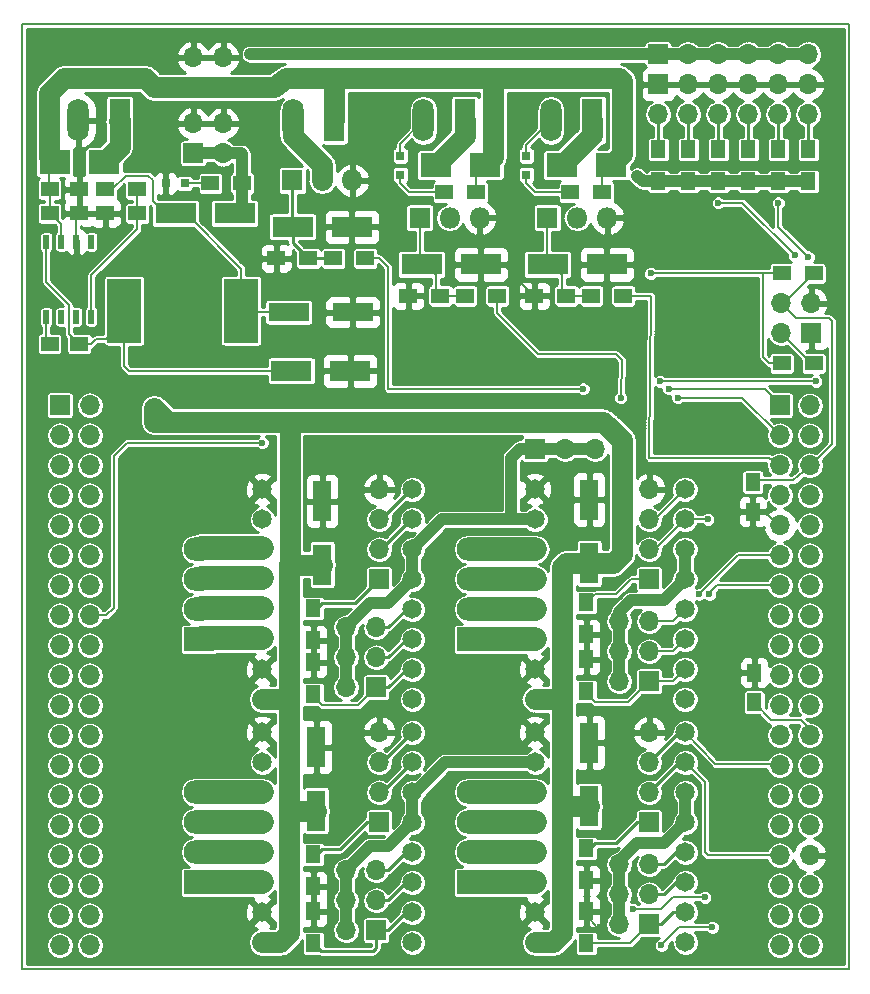
<source format=gbr>
%TF.GenerationSoftware,KiCad,Pcbnew,(2017-04-07 revision 70c961f)-master*%
%TF.CreationDate,2018-03-16T01:23:05+01:00*%
%TF.ProjectId,Nucleololu64,4E75636C656F6C6F6C7536342E6B6963,rev?*%
%TF.FileFunction,Copper,L1,Top,Signal*%
%TF.FilePolarity,Positive*%
%FSLAX46Y46*%
G04 Gerber Fmt 4.6, Leading zero omitted, Abs format (unit mm)*
G04 Created by KiCad (PCBNEW (2017-04-07 revision 70c961f)-master) date 2018 March 16, Friday 01:23:05*
%MOMM*%
%LPD*%
G01*
G04 APERTURE LIST*
%ADD10C,0.150000*%
%ADD11C,0.200000*%
%ADD12O,1.700000X1.700000*%
%ADD13R,1.700000X1.700000*%
%ADD14C,1.651000*%
%ADD15R,1.800000X1.800000*%
%ADD16O,1.800000X1.800000*%
%ADD17R,2.900000X5.400000*%
%ADD18R,1.300000X1.500000*%
%ADD19R,2.650000X2.030000*%
%ADD20R,1.500000X1.300000*%
%ADD21R,0.508000X1.143000*%
%ADD22R,1.500000X1.250000*%
%ADD23R,3.500000X1.600000*%
%ADD24R,1.250000X1.500000*%
%ADD25R,1.600000X3.500000*%
%ADD26R,3.500000X1.800000*%
%ADD27R,1.800000X3.600000*%
%ADD28O,1.800000X3.600000*%
%ADD29R,0.800000X0.800000*%
%ADD30R,2.600000X2.000000*%
%ADD31O,2.600000X2.000000*%
%ADD32C,0.600000*%
%ADD33C,0.250000*%
%ADD34C,1.000000*%
%ADD35C,1.800000*%
%ADD36C,2.000000*%
%ADD37C,0.254000*%
G04 APERTURE END LIST*
D10*
D11*
X-30000Y-105000D02*
X69970000Y-105000D01*
X69970000Y79895000D02*
X69970000Y-105000D01*
D10*
X-30000Y79895000D02*
X69970000Y79895000D01*
X-30000Y-105000D02*
X-30000Y79895000D01*
D12*
X66548000Y72263000D03*
X66548000Y74803000D03*
X64008000Y72263000D03*
X64008000Y74803000D03*
X61468000Y72263000D03*
X61468000Y74803000D03*
X58928000Y72263000D03*
X58928000Y74803000D03*
X56388000Y72263000D03*
X56388000Y74803000D03*
X53848000Y72263000D03*
D13*
X53848000Y74803000D03*
D12*
X66548000Y77343000D03*
X64008000Y77343000D03*
X61468000Y77343000D03*
X58928000Y77343000D03*
X56388000Y77343000D03*
D13*
X53848000Y77343000D03*
D14*
X43434000Y2159000D03*
X43434000Y4699000D03*
X43434000Y7239000D03*
X43434000Y9779000D03*
X43434000Y12319000D03*
X43434000Y14859000D03*
X43434000Y17399000D03*
X43434000Y19939000D03*
X56134000Y19939000D03*
X56134000Y17399000D03*
X56134000Y14859000D03*
X56134000Y12319000D03*
X56134000Y9779000D03*
X56134000Y7239000D03*
X56134000Y4699000D03*
X56134000Y2159000D03*
X43403000Y22746000D03*
X43403000Y25286000D03*
X43403000Y27826000D03*
X43403000Y30366000D03*
X43403000Y32906000D03*
X43403000Y35446000D03*
X43403000Y37986000D03*
X43403000Y40526000D03*
X56103000Y40526000D03*
X56103000Y37986000D03*
X56103000Y35446000D03*
X56103000Y32906000D03*
X56103000Y30366000D03*
X56103000Y27826000D03*
X56103000Y25286000D03*
X56103000Y22746000D03*
X33020000Y2159000D03*
X33020000Y4699000D03*
X33020000Y7239000D03*
X33020000Y9779000D03*
X33020000Y12319000D03*
X33020000Y14859000D03*
X33020000Y17399000D03*
X33020000Y19939000D03*
X20320000Y19939000D03*
X20320000Y17399000D03*
X20320000Y14859000D03*
X20320000Y12319000D03*
X20320000Y9779000D03*
X20320000Y7239000D03*
X20320000Y4699000D03*
X20320000Y2159000D03*
X20320000Y22733000D03*
X20320000Y25273000D03*
X20320000Y27813000D03*
X20320000Y30353000D03*
X20320000Y32893000D03*
X20320000Y35433000D03*
X20320000Y37973000D03*
X20320000Y40513000D03*
X33020000Y40513000D03*
X33020000Y37973000D03*
X33020000Y35433000D03*
X33020000Y32893000D03*
X33020000Y30353000D03*
X33020000Y27813000D03*
X33020000Y25273000D03*
X33020000Y22733000D03*
D15*
X22860000Y66675000D03*
D16*
X25400000Y66675000D03*
X27940000Y66675000D03*
D17*
X8639000Y55626000D03*
X18539000Y55626000D03*
D15*
X44450000Y63500000D03*
D16*
X46990000Y63500000D03*
X49530000Y63500000D03*
D15*
X33655000Y63500000D03*
D16*
X36195000Y63500000D03*
X38735000Y63500000D03*
D18*
X24638000Y9605000D03*
X24638000Y6905000D03*
D13*
X53086000Y24257000D03*
D12*
X50546000Y24257000D03*
X53086000Y26797000D03*
X50546000Y26797000D03*
X53086000Y29337000D03*
X50546000Y29337000D03*
D13*
X53086000Y32893000D03*
D12*
X53086000Y35433000D03*
X53086000Y37973000D03*
X53086000Y40513000D03*
D19*
X2736000Y68199000D03*
X6916000Y68199000D03*
X49842000Y67945000D03*
X45662000Y67945000D03*
D13*
X53086000Y3683000D03*
D12*
X50546000Y3683000D03*
X53086000Y6223000D03*
X50546000Y6223000D03*
X53086000Y8763000D03*
X50546000Y8763000D03*
D13*
X29972000Y3175000D03*
D12*
X27432000Y3175000D03*
X29972000Y5715000D03*
X27432000Y5715000D03*
X29972000Y8255000D03*
X27432000Y8255000D03*
D13*
X29972000Y23749000D03*
D12*
X27432000Y23749000D03*
X29972000Y26289000D03*
X27432000Y26289000D03*
X29972000Y28829000D03*
X27432000Y28829000D03*
D20*
X64309000Y58801000D03*
X67009000Y58801000D03*
X64309000Y51181000D03*
X67009000Y51181000D03*
X46402000Y65659000D03*
X49102000Y65659000D03*
D18*
X58928000Y66595000D03*
X58928000Y69295000D03*
D20*
X18622000Y66421000D03*
X15922000Y66421000D03*
X9732000Y63881000D03*
X7032000Y63881000D03*
D18*
X61468000Y66595000D03*
X61468000Y69295000D03*
D20*
X7032000Y65913000D03*
X9732000Y65913000D03*
D18*
X56388000Y66595000D03*
X56388000Y69295000D03*
X47752000Y2079000D03*
X47752000Y4779000D03*
D20*
X48180000Y56896000D03*
X50880000Y56896000D03*
X43354000Y56896000D03*
X46054000Y56896000D03*
D18*
X24638000Y30433000D03*
X24638000Y27733000D03*
X66548000Y66595000D03*
X66548000Y69295000D03*
X64008000Y66595000D03*
X64008000Y69295000D03*
X24638000Y2079000D03*
X24638000Y4779000D03*
X24638000Y23161000D03*
X24638000Y25861000D03*
D20*
X35734000Y65659000D03*
X38434000Y65659000D03*
X37512000Y56896000D03*
X40212000Y56896000D03*
D18*
X47752000Y23415000D03*
X47752000Y26115000D03*
X47752000Y30941000D03*
X47752000Y28241000D03*
X47752000Y10113000D03*
X47752000Y7413000D03*
X53848000Y66595000D03*
X53848000Y69295000D03*
D21*
X2032000Y61468000D03*
X3302000Y61468000D03*
X4572000Y61468000D03*
X5842000Y61468000D03*
X5842000Y55118000D03*
X4572000Y55118000D03*
X3302000Y55118000D03*
X2032000Y55118000D03*
D22*
X2306000Y63881000D03*
X4806000Y63881000D03*
X2306000Y65913000D03*
X4806000Y65913000D03*
X2306000Y52832000D03*
X4806000Y52832000D03*
D23*
X22573000Y55499000D03*
X27973000Y55499000D03*
D24*
X61849000Y41128000D03*
X61849000Y38628000D03*
X61976000Y22499000D03*
X61976000Y24999000D03*
D25*
X24892000Y13302000D03*
X24892000Y18702000D03*
X48006000Y34257000D03*
X48006000Y39657000D03*
X25400000Y34130000D03*
X25400000Y39530000D03*
X48006000Y13683000D03*
X48006000Y19083000D03*
D26*
X22773000Y50546000D03*
X27773000Y50546000D03*
X17994000Y63881000D03*
X12994000Y63881000D03*
X44490000Y59563000D03*
X49490000Y59563000D03*
D27*
X8255000Y71755000D03*
D28*
X4755000Y71755000D03*
D13*
X3175000Y47625000D03*
D12*
X5715000Y47625000D03*
X3175000Y45085000D03*
X5715000Y45085000D03*
X3175000Y42545000D03*
X5715000Y42545000D03*
X3175000Y40005000D03*
X5715000Y40005000D03*
X3175000Y37465000D03*
X5715000Y37465000D03*
X3175000Y34925000D03*
X5715000Y34925000D03*
X3175000Y32385000D03*
X5715000Y32385000D03*
X3175000Y29845000D03*
X5715000Y29845000D03*
X3175000Y27305000D03*
X5715000Y27305000D03*
X3175000Y24765000D03*
X5715000Y24765000D03*
X3175000Y22225000D03*
X5715000Y22225000D03*
X3175000Y19685000D03*
X5715000Y19685000D03*
X3175000Y17145000D03*
X5715000Y17145000D03*
X3175000Y14605000D03*
X5715000Y14605000D03*
X3175000Y12065000D03*
X5715000Y12065000D03*
X3175000Y9525000D03*
X5715000Y9525000D03*
X3175000Y6985000D03*
X5715000Y6985000D03*
X3175000Y4445000D03*
X5715000Y4445000D03*
X3175000Y1905000D03*
X5715000Y1905000D03*
D13*
X64135000Y47625000D03*
D12*
X66675000Y47625000D03*
X64135000Y45085000D03*
X66675000Y45085000D03*
X64135000Y42545000D03*
X66675000Y42545000D03*
X64135000Y40005000D03*
X66675000Y40005000D03*
X64135000Y37465000D03*
X66675000Y37465000D03*
X64135000Y34925000D03*
X66675000Y34925000D03*
X64135000Y32385000D03*
X66675000Y32385000D03*
X64135000Y29845000D03*
X66675000Y29845000D03*
X64135000Y27305000D03*
X66675000Y27305000D03*
X64135000Y24765000D03*
X66675000Y24765000D03*
X64135000Y22225000D03*
X66675000Y22225000D03*
X64135000Y19685000D03*
X66675000Y19685000D03*
X64135000Y17145000D03*
X66675000Y17145000D03*
X64135000Y14605000D03*
X66675000Y14605000D03*
X64135000Y12065000D03*
X66675000Y12065000D03*
X64135000Y9525000D03*
X66675000Y9525000D03*
X64135000Y6985000D03*
X66675000Y6985000D03*
X64135000Y4445000D03*
X66675000Y4445000D03*
X64135000Y1905000D03*
X66675000Y1905000D03*
D13*
X14478000Y74549000D03*
D12*
X14478000Y77089000D03*
X17018000Y74549000D03*
X17018000Y77089000D03*
D13*
X53086000Y12319000D03*
D12*
X53086000Y14859000D03*
X53086000Y17399000D03*
X53086000Y19939000D03*
D19*
X39174000Y67945000D03*
X34994000Y67945000D03*
D20*
X35386000Y56896000D03*
X32686000Y56896000D03*
D29*
X12154000Y66421000D03*
X13754000Y66421000D03*
X42672000Y68745000D03*
X42672000Y67145000D03*
D26*
X33822000Y59563000D03*
X38822000Y59563000D03*
D29*
X32004000Y67145000D03*
X32004000Y68745000D03*
D26*
X27900000Y62738000D03*
X22900000Y62738000D03*
D12*
X48514000Y43942000D03*
X45974000Y43942000D03*
D13*
X43434000Y43942000D03*
X14478000Y68961000D03*
D12*
X14478000Y71501000D03*
X17018000Y68961000D03*
X17018000Y71501000D03*
X64262000Y56261000D03*
X66802000Y56261000D03*
X64262000Y53721000D03*
D13*
X66802000Y53721000D03*
D30*
X38100000Y27813000D03*
D31*
X38100000Y30353000D03*
X38100000Y32893000D03*
X38100000Y35433000D03*
X38100000Y14859000D03*
X38100000Y12319000D03*
X38100000Y9779000D03*
D30*
X38100000Y7239000D03*
D13*
X30226000Y12319000D03*
D12*
X30226000Y14859000D03*
X30226000Y17399000D03*
X30226000Y19939000D03*
X30226000Y40513000D03*
X30226000Y37973000D03*
X30226000Y35433000D03*
D13*
X30226000Y32893000D03*
D28*
X44760000Y71755000D03*
D27*
X48260000Y71755000D03*
X37465000Y71755000D03*
D28*
X33965000Y71755000D03*
D31*
X14986000Y14859000D03*
X14986000Y12319000D03*
X14986000Y9779000D03*
D30*
X14986000Y7239000D03*
X14986000Y27813000D03*
D31*
X14986000Y30353000D03*
X14986000Y32893000D03*
X14986000Y35433000D03*
D28*
X22916000Y71755000D03*
D27*
X26416000Y71755000D03*
D20*
X29036000Y60071000D03*
X26336000Y60071000D03*
X24210000Y60071000D03*
X21510000Y60071000D03*
D32*
X48006000Y21717000D03*
X45720000Y40513000D03*
X25400000Y42545000D03*
X9271000Y67945000D03*
X48895000Y3429000D03*
X26162000Y4445000D03*
X26035000Y27559000D03*
X49276000Y28067000D03*
X52070000Y77343000D03*
X52070000Y67056000D03*
X19304000Y77343000D03*
X11176000Y47371000D03*
X11176000Y47244000D03*
X12319000Y46228000D03*
X11176000Y74549000D03*
X11176000Y46228000D03*
X53975000Y49657000D03*
X67183000Y49657000D03*
X54737000Y49022000D03*
X47498000Y49022000D03*
X64008000Y64770000D03*
X66548000Y60198000D03*
X55499000Y48260000D03*
X50673000Y48260000D03*
X58928000Y64770000D03*
X65405000Y60325000D03*
X58039000Y37973000D03*
X51689000Y4953000D03*
X57785000Y5969000D03*
X57277000Y31623000D03*
X54102000Y1905000D03*
X58420000Y3429000D03*
X58166000Y31623000D03*
X53213000Y58801000D03*
X20320000Y44450000D03*
D11*
X48006000Y21717000D02*
X48387000Y21717000D01*
X45720000Y40513000D02*
X45720000Y40132000D01*
X25400000Y42545000D02*
X25400000Y39530000D01*
X12154000Y66421000D02*
X12154000Y68034000D01*
X12065000Y67945000D02*
X9271000Y67945000D01*
X12154000Y68034000D02*
X12065000Y67945000D01*
X48721000Y3255000D02*
X47752000Y4572000D01*
X48895000Y3429000D02*
X48721000Y3255000D01*
X25828000Y4779000D02*
X24638000Y4779000D01*
X26162000Y4445000D02*
X25828000Y4779000D01*
X25861000Y27733000D02*
X24638000Y27733000D01*
X26035000Y27559000D02*
X25861000Y27733000D01*
X49102000Y28241000D02*
X47752000Y28241000D01*
X49276000Y28067000D02*
X49102000Y28241000D01*
X47752000Y4572000D02*
X47752000Y7413000D01*
X24638000Y4779000D02*
X24638000Y6905000D01*
X64135000Y37465000D02*
X64008000Y37465000D01*
X64008000Y37465000D02*
X62845000Y38628000D01*
X62845000Y38628000D02*
X61849000Y38628000D01*
X14478000Y71501000D02*
X12700000Y71501000D01*
X12154000Y70955000D02*
X12154000Y66421000D01*
X12700000Y71501000D02*
X12154000Y70955000D01*
X14478000Y71501000D02*
X17018000Y71501000D01*
X4572000Y61468000D02*
X4572000Y63647000D01*
X4572000Y63647000D02*
X4806000Y63881000D01*
X38822000Y59563000D02*
X40687000Y59563000D01*
X40687000Y59563000D02*
X43354000Y56896000D01*
X7032000Y63881000D02*
X4806000Y63881000D01*
X4806000Y63881000D02*
X4806000Y65913000D01*
X4806000Y65913000D02*
X4755000Y65964000D01*
X4755000Y65964000D02*
X4755000Y71755000D01*
D33*
X20701000Y25781000D02*
X20320000Y25400000D01*
X66548000Y74803000D02*
X64008000Y74803000D01*
X64008000Y74803000D02*
X61468000Y74803000D01*
X61468000Y74803000D02*
X58928000Y74803000D01*
X58928000Y74803000D02*
X56388000Y74803000D01*
X56388000Y74803000D02*
X53848000Y74803000D01*
X27940000Y62778000D02*
X27900000Y62738000D01*
D11*
X38735000Y63500000D02*
X38735000Y59650000D01*
X38735000Y59650000D02*
X38862000Y59777000D01*
D34*
X53848000Y66595000D02*
X52531000Y66595000D01*
X52531000Y66595000D02*
X52070000Y67056000D01*
X66548000Y66595000D02*
X64008000Y66595000D01*
X64008000Y66595000D02*
X61468000Y66595000D01*
X61468000Y66595000D02*
X58928000Y66595000D01*
X58928000Y66595000D02*
X56388000Y66595000D01*
X56388000Y66595000D02*
X53848000Y66595000D01*
X18622000Y66421000D02*
X18622000Y64509000D01*
X18622000Y64509000D02*
X17994000Y63881000D01*
X43434000Y43942000D02*
X42164000Y43942000D01*
X41402000Y43180000D02*
X41402000Y37973000D01*
X42164000Y43942000D02*
X41402000Y43180000D01*
X43434000Y43942000D02*
X45974000Y43942000D01*
X45974000Y43942000D02*
X48514000Y43942000D01*
X17018000Y68961000D02*
X18542000Y68961000D01*
X18622000Y68881000D02*
X18622000Y64509000D01*
X18542000Y68961000D02*
X18622000Y68881000D01*
X18622000Y64509000D02*
X17994000Y63881000D01*
X14478000Y68961000D02*
X17018000Y68961000D01*
X19812000Y77343000D02*
X19304000Y77343000D01*
X52070000Y77343000D02*
X19812000Y77343000D01*
X53848000Y77343000D02*
X52070000Y77343000D01*
X27432000Y28829000D02*
X29464000Y30861000D01*
X30988000Y30861000D02*
X33020000Y32893000D01*
X29464000Y30861000D02*
X30988000Y30861000D01*
X33020000Y35433000D02*
X35560000Y37973000D01*
X35560000Y37973000D02*
X41402000Y37973000D01*
X41402000Y37973000D02*
X43390000Y37973000D01*
X43390000Y37973000D02*
X43403000Y37986000D01*
X50546000Y24257000D02*
X50546000Y26797000D01*
X50546000Y26797000D02*
X50546000Y29337000D01*
X50546000Y29337000D02*
X50546000Y30099000D01*
X50546000Y30099000D02*
X51562000Y31115000D01*
X51562000Y31115000D02*
X54312000Y31115000D01*
X54312000Y31115000D02*
X56103000Y32906000D01*
X56103000Y32906000D02*
X56103000Y35446000D01*
X33020000Y14859000D02*
X33274000Y14859000D01*
X33274000Y14859000D02*
X35814000Y17399000D01*
X35814000Y17399000D02*
X43434000Y17399000D01*
X27432000Y28829000D02*
X27432000Y26289000D01*
X27432000Y26289000D02*
X27432000Y23749000D01*
X33020000Y35560000D02*
X33020000Y33020000D01*
X66548000Y77343000D02*
X64008000Y77343000D01*
X64008000Y77343000D02*
X61468000Y77343000D01*
X61468000Y77343000D02*
X58928000Y77343000D01*
X58928000Y77343000D02*
X56388000Y77343000D01*
X56388000Y77343000D02*
X53848000Y77343000D01*
X50546000Y8763000D02*
X50546000Y9017000D01*
X50546000Y9017000D02*
X52070000Y10541000D01*
X54356000Y10541000D02*
X56134000Y12319000D01*
X52070000Y10541000D02*
X54356000Y10541000D01*
X56134000Y12319000D02*
X56134000Y14859000D01*
X50546000Y3683000D02*
X50546000Y6223000D01*
X50546000Y6223000D02*
X50546000Y8763000D01*
X33020000Y12319000D02*
X33020000Y14859000D01*
X27432000Y3175000D02*
X27432000Y5715000D01*
X27432000Y5715000D02*
X27432000Y8255000D01*
X27432000Y8255000D02*
X29464000Y10287000D01*
X29464000Y10287000D02*
X30988000Y10287000D01*
X30988000Y10287000D02*
X33020000Y12319000D01*
D11*
X2032000Y55118000D02*
X2032000Y53106000D01*
X2032000Y53106000D02*
X2306000Y52832000D01*
X5842000Y55118000D02*
X5842000Y58674000D01*
X9732000Y62564000D02*
X9732000Y63881000D01*
X5842000Y58674000D02*
X9732000Y62564000D01*
X9732000Y65913000D02*
X9732000Y63881000D01*
D35*
X12319000Y46228000D02*
X12573000Y46228000D01*
X12319000Y46228000D02*
X11176000Y47371000D01*
X11176000Y47371000D02*
X11176000Y46228000D01*
X11176000Y46228000D02*
X11176000Y47371000D01*
X11176000Y47371000D02*
X12319000Y46228000D01*
X48006000Y13683000D02*
X45720000Y13683000D01*
X45720000Y13683000D02*
X45720000Y14097000D01*
D11*
X45720000Y13683000D02*
X45720000Y14097000D01*
X49102000Y65659000D02*
X49102000Y67205000D01*
X49102000Y67205000D02*
X49842000Y67945000D01*
X38434000Y65659000D02*
X38434000Y67205000D01*
X38434000Y67205000D02*
X39174000Y67945000D01*
X2306000Y63881000D02*
X2413000Y63881000D01*
X2413000Y63881000D02*
X3302000Y62992000D01*
X3302000Y62992000D02*
X3302000Y61468000D01*
X2306000Y63881000D02*
X2306000Y65913000D01*
X2306000Y65913000D02*
X2286000Y65933000D01*
X2286000Y65933000D02*
X2286000Y67749000D01*
X2286000Y67749000D02*
X2736000Y68199000D01*
D35*
X22639000Y46228000D02*
X12573000Y46228000D01*
X12573000Y46228000D02*
X12192000Y46228000D01*
X11176000Y46228000D02*
X12192000Y46228000D01*
X22639000Y34130000D02*
X22639000Y46228000D01*
X48006000Y34257000D02*
X50005000Y34257000D01*
X50005000Y34257000D02*
X50800000Y35052000D01*
X50800000Y35052000D02*
X50800000Y44704000D01*
X50800000Y44704000D02*
X49149000Y46228000D01*
X49149000Y46228000D02*
X22639000Y46228000D01*
X24892000Y13302000D02*
X22606000Y13302000D01*
X22860000Y13335000D02*
X22606000Y13335000D01*
X22639000Y13335000D02*
X22860000Y13335000D01*
X22606000Y13302000D02*
X22639000Y13335000D01*
X20320000Y22733000D02*
X22606000Y22733000D01*
X20320000Y2159000D02*
X21844000Y2159000D01*
X22639000Y34130000D02*
X25400000Y34130000D01*
X22606000Y34163000D02*
X22639000Y34130000D01*
X22606000Y22733000D02*
X22606000Y34163000D01*
X22606000Y2921000D02*
X22606000Y13335000D01*
X22606000Y13335000D02*
X22606000Y22733000D01*
X21844000Y2159000D02*
X22606000Y2921000D01*
X14478000Y74549000D02*
X11176000Y74549000D01*
X11176000Y74549000D02*
X10414000Y75311000D01*
X2286000Y71628000D02*
X2286000Y68649000D01*
X2286000Y74041000D02*
X2286000Y71628000D01*
X3556000Y75311000D02*
X2286000Y74041000D01*
X10414000Y75311000D02*
X3556000Y75311000D01*
X2286000Y68649000D02*
X2736000Y68199000D01*
X48006000Y34257000D02*
X46068000Y34257000D01*
X46068000Y34257000D02*
X45720000Y33909000D01*
X45720000Y22733000D02*
X45720000Y33909000D01*
X45720000Y20447000D02*
X45720000Y22733000D01*
X44958000Y2159000D02*
X45720000Y2921000D01*
X45720000Y2921000D02*
X45720000Y14097000D01*
X45720000Y14097000D02*
X45720000Y20447000D01*
X43434000Y2159000D02*
X44958000Y2159000D01*
X45707000Y22746000D02*
X43403000Y22746000D01*
X45720000Y22733000D02*
X45707000Y22746000D01*
X14478000Y74549000D02*
X17018000Y74549000D01*
X17018000Y74549000D02*
X21336000Y74549000D01*
X21336000Y74549000D02*
X22352000Y75311000D01*
X22352000Y75311000D02*
X26416000Y75311000D01*
X26416000Y75311000D02*
X26416000Y71755000D01*
X26416000Y71755000D02*
X26416000Y75311000D01*
X26416000Y75311000D02*
X39624000Y75311000D01*
X39624000Y75311000D02*
X39878000Y75057000D01*
X39878000Y75057000D02*
X39878000Y68649000D01*
X39878000Y68649000D02*
X39878000Y75311000D01*
X39878000Y75311000D02*
X50546000Y75311000D01*
X50546000Y75311000D02*
X50800000Y75057000D01*
X50800000Y75057000D02*
X50800000Y68903000D01*
X50800000Y68903000D02*
X49842000Y67945000D01*
D11*
X22773000Y50546000D02*
X9017000Y50546000D01*
X8639000Y50924000D02*
X8639000Y55626000D01*
X9017000Y50546000D02*
X8639000Y50924000D01*
X4806000Y52832000D02*
X5842000Y52832000D01*
X7112000Y53213000D02*
X8639000Y54740000D01*
X6223000Y53213000D02*
X7112000Y53213000D01*
X5842000Y52832000D02*
X6223000Y53213000D01*
X8639000Y54740000D02*
X8639000Y55626000D01*
X2032000Y61468000D02*
X2032000Y58039000D01*
X3937000Y53701000D02*
X4933000Y52705000D01*
X3937000Y56134000D02*
X3937000Y53701000D01*
X2032000Y58039000D02*
X3937000Y56134000D01*
X4933000Y52705000D02*
X5080000Y52705000D01*
X5080000Y52705000D02*
X4806000Y52832000D01*
X8382000Y56010000D02*
X8639000Y55753000D01*
X47752000Y30941000D02*
X47832000Y30941000D01*
X47832000Y30941000D02*
X48514000Y31623000D01*
X48514000Y31623000D02*
X50292000Y31623000D01*
X50292000Y31623000D02*
X51562000Y32893000D01*
X51562000Y32893000D02*
X53086000Y32893000D01*
D33*
X56388000Y72263000D02*
X56388000Y69295000D01*
D11*
X67183000Y49657000D02*
X53975000Y49657000D01*
D33*
X53848000Y72263000D02*
X53848000Y69295000D01*
X47752000Y10113000D02*
X48086000Y10113000D01*
X48086000Y10113000D02*
X48514000Y10541000D01*
X48514000Y10541000D02*
X50292000Y10541000D01*
X50292000Y10541000D02*
X52070000Y12319000D01*
X52070000Y12319000D02*
X53086000Y12319000D01*
D11*
X48180000Y56896000D02*
X46054000Y56896000D01*
X46054000Y56896000D02*
X45720000Y57230000D01*
X45720000Y57230000D02*
X45720000Y58547000D01*
X45720000Y58547000D02*
X45720000Y58674000D01*
X45720000Y58674000D02*
X44831000Y59563000D01*
X44831000Y59563000D02*
X44490000Y59563000D01*
X44450000Y63500000D02*
X44450000Y59603000D01*
X44450000Y59603000D02*
X44490000Y59563000D01*
X44490000Y59563000D02*
X43688000Y59563000D01*
X54737000Y49022000D02*
X62865000Y49022000D01*
X62865000Y49022000D02*
X64135000Y47625000D01*
X29036000Y60071000D02*
X30226000Y60071000D01*
X54737000Y49022000D02*
X54737000Y49022000D01*
X30988000Y49022000D02*
X47498000Y49022000D01*
X30988000Y54991000D02*
X30988000Y49022000D01*
X30988000Y59309000D02*
X30988000Y54991000D01*
X30226000Y60071000D02*
X30988000Y59309000D01*
X24638000Y23161000D02*
X24638000Y22987000D01*
X24638000Y22987000D02*
X25400000Y22225000D01*
X25400000Y22225000D02*
X28448000Y22225000D01*
X28448000Y22225000D02*
X29972000Y23749000D01*
D33*
X33020000Y25400000D02*
X32639000Y25400000D01*
X32639000Y25400000D02*
X30988000Y23749000D01*
X30988000Y23749000D02*
X29972000Y23749000D01*
D11*
X64008000Y62738000D02*
X64008000Y64770000D01*
X66548000Y60198000D02*
X64008000Y62738000D01*
D33*
X64008000Y72263000D02*
X64008000Y69295000D01*
X66548000Y72263000D02*
X66548000Y69295000D01*
X29972000Y3175000D02*
X29972000Y1651000D01*
X25320000Y1397000D02*
X24638000Y2079000D01*
X29718000Y1397000D02*
X25320000Y1397000D01*
X29972000Y1651000D02*
X29718000Y1397000D01*
X33020000Y4699000D02*
X32512000Y4699000D01*
X32512000Y4699000D02*
X30988000Y3175000D01*
X30988000Y3175000D02*
X29972000Y3175000D01*
D11*
X50292000Y51943000D02*
X50800000Y51435000D01*
X40212000Y55419000D02*
X43688000Y51943000D01*
X43688000Y51943000D02*
X50292000Y51943000D01*
X40212000Y56896000D02*
X40212000Y55419000D01*
X60960000Y48260000D02*
X64135000Y45085000D01*
X55499000Y48260000D02*
X60960000Y48260000D01*
X50800000Y51435000D02*
X50673000Y48260000D01*
X40212000Y56896000D02*
X40132000Y56642000D01*
X60960000Y64770000D02*
X58928000Y64770000D01*
X65405000Y60325000D02*
X60960000Y64770000D01*
D33*
X58928000Y72263000D02*
X58928000Y69295000D01*
X61468000Y72263000D02*
X61468000Y69295000D01*
D11*
X47752000Y2079000D02*
X51482000Y2079000D01*
X51482000Y2079000D02*
X53086000Y3683000D01*
D33*
X56134000Y4699000D02*
X55118000Y4699000D01*
X54102000Y3683000D02*
X53086000Y3683000D01*
X55118000Y4699000D02*
X54102000Y3683000D01*
D11*
X64262000Y56261000D02*
X64469000Y56261000D01*
X64469000Y56261000D02*
X67009000Y58801000D01*
X64262000Y56261000D02*
X65532000Y54991000D01*
X65532000Y54991000D02*
X68326000Y54991000D01*
X68326000Y54991000D02*
X68580000Y54737000D01*
X68580000Y54737000D02*
X68580000Y44385000D01*
X68580000Y44385000D02*
X67010000Y42815000D01*
X67010000Y42815000D02*
X67010000Y42753000D01*
X67010000Y42753000D02*
X65278000Y41275000D01*
X65278000Y41275000D02*
X62103000Y41275000D01*
X55074000Y24257000D02*
X56103000Y25286000D01*
X53086000Y24257000D02*
X55074000Y24257000D01*
X51308000Y22479000D02*
X53086000Y24257000D01*
X48514000Y22479000D02*
X51308000Y22479000D01*
X47752000Y23241000D02*
X48514000Y22479000D01*
X47752000Y23415000D02*
X47752000Y23241000D01*
X47752000Y23415000D02*
X47832000Y23415000D01*
X50880000Y56896000D02*
X53213000Y56896000D01*
X63246000Y43180000D02*
X64135000Y42545000D01*
X53086000Y43180000D02*
X63246000Y43180000D01*
X53213000Y56896000D02*
X53086000Y43180000D01*
X64262000Y53721000D02*
X65786000Y52197000D01*
X65786000Y52197000D02*
X66294000Y51689000D01*
X66294000Y51689000D02*
X66501000Y51689000D01*
X66501000Y51689000D02*
X67009000Y51181000D01*
X67010000Y19955000D02*
X67010000Y19985000D01*
X67010000Y19985000D02*
X65913000Y20955000D01*
X63373000Y20955000D02*
X61976000Y22499000D01*
X65913000Y20955000D02*
X63373000Y20955000D01*
D33*
X33020000Y30480000D02*
X32639000Y30480000D01*
X32639000Y30480000D02*
X30988000Y28829000D01*
X30988000Y28829000D02*
X29972000Y28829000D01*
X33020000Y27940000D02*
X32639000Y27940000D01*
X32639000Y27940000D02*
X30988000Y26289000D01*
X30988000Y26289000D02*
X29972000Y26289000D01*
X33020000Y7239000D02*
X32512000Y7239000D01*
X32512000Y7239000D02*
X30988000Y5715000D01*
X30988000Y5715000D02*
X29972000Y5715000D01*
X33020000Y9779000D02*
X32512000Y9779000D01*
X32512000Y9779000D02*
X30988000Y8255000D01*
X30988000Y8255000D02*
X29972000Y8255000D01*
D11*
X53086000Y29337000D02*
X55074000Y29337000D01*
X55074000Y29337000D02*
X56103000Y30366000D01*
X53086000Y26797000D02*
X55074000Y26797000D01*
X55074000Y26797000D02*
X56103000Y27826000D01*
D33*
X56134000Y7239000D02*
X55372000Y7239000D01*
X55372000Y7239000D02*
X54356000Y6223000D01*
X54356000Y6223000D02*
X53086000Y6223000D01*
X56134000Y9779000D02*
X55372000Y9779000D01*
X55372000Y9779000D02*
X54356000Y8763000D01*
X54356000Y8763000D02*
X53086000Y8763000D01*
D35*
X48260000Y71755000D02*
X48260000Y70543000D01*
X48260000Y70543000D02*
X45662000Y67945000D01*
D11*
X58026000Y37986000D02*
X56103000Y37986000D01*
X58039000Y37973000D02*
X58026000Y37986000D01*
X53086000Y35433000D02*
X53550000Y35433000D01*
X53550000Y35433000D02*
X56103000Y37986000D01*
X53086000Y37973000D02*
X53550000Y37973000D01*
X53550000Y37973000D02*
X56103000Y40526000D01*
X64135000Y9525000D02*
X58039000Y9525000D01*
X57785000Y15748000D02*
X56134000Y17399000D01*
X57785000Y9779000D02*
X57785000Y15748000D01*
X58039000Y9525000D02*
X57785000Y9779000D01*
X64470000Y9795000D02*
X64246000Y9795000D01*
D33*
X56134000Y17399000D02*
X55626000Y17399000D01*
X55626000Y17399000D02*
X53086000Y14859000D01*
D11*
X64008000Y17272000D02*
X58674000Y17272000D01*
X58674000Y17272000D02*
X56134000Y19939000D01*
X64008000Y17272000D02*
X64135000Y17145000D01*
X64470000Y17415000D02*
X64470000Y17445000D01*
D33*
X56134000Y19939000D02*
X55626000Y19939000D01*
X55626000Y19939000D02*
X53086000Y17399000D01*
D36*
X38100000Y35433000D02*
X43390000Y35433000D01*
X43390000Y35433000D02*
X43403000Y35446000D01*
X38100000Y32893000D02*
X43390000Y32893000D01*
X43390000Y32893000D02*
X43403000Y32906000D01*
X38100000Y30353000D02*
X43390000Y30353000D01*
X43390000Y30353000D02*
X43403000Y30366000D01*
X38100000Y27813000D02*
X43390000Y27813000D01*
X43390000Y27813000D02*
X43403000Y27826000D01*
X38100000Y14859000D02*
X43434000Y14859000D01*
X43434000Y12319000D02*
X38100000Y12319000D01*
X38100000Y9779000D02*
X43434000Y9779000D01*
X43434000Y7239000D02*
X38100000Y7239000D01*
D11*
X51689000Y4953000D02*
X54102000Y4953000D01*
X54102000Y4953000D02*
X55118000Y5969000D01*
X55118000Y5969000D02*
X57785000Y5969000D01*
X64135000Y34925000D02*
X60579000Y34925000D01*
X60579000Y34925000D02*
X57277000Y31623000D01*
D33*
X30226000Y17399000D02*
X30480000Y17399000D01*
X30480000Y17399000D02*
X33020000Y19939000D01*
D11*
X54102000Y1905000D02*
X55626000Y3429000D01*
X55626000Y3429000D02*
X58420000Y3429000D01*
X64135000Y32385000D02*
X58801000Y32385000D01*
X58166000Y31750000D02*
X58166000Y31623000D01*
X58801000Y32385000D02*
X58166000Y31750000D01*
X58166000Y31623000D02*
X58182000Y31639000D01*
D33*
X30226000Y14859000D02*
X30480000Y14859000D01*
X30480000Y14859000D02*
X33020000Y17399000D01*
X30226000Y37973000D02*
X30353000Y37973000D01*
X30353000Y37973000D02*
X33020000Y40640000D01*
X30226000Y35433000D02*
X30353000Y35433000D01*
X30353000Y35433000D02*
X33020000Y38100000D01*
D36*
X20320000Y7239000D02*
X14986000Y7239000D01*
X20320000Y9779000D02*
X14986000Y9779000D01*
X20320000Y12319000D02*
X14986000Y12319000D01*
X14986000Y14859000D02*
X20320000Y14859000D01*
X20320000Y27940000D02*
X15113000Y27940000D01*
X15113000Y27940000D02*
X14986000Y27813000D01*
X20320000Y30480000D02*
X15113000Y30480000D01*
D33*
X15113000Y30480000D02*
X15748000Y31115000D01*
D36*
X20320000Y33020000D02*
X15113000Y33020000D01*
X15113000Y33020000D02*
X14986000Y32893000D01*
X20320000Y35560000D02*
X15113000Y35560000D01*
X15113000Y35560000D02*
X14986000Y35433000D01*
D11*
X7032000Y65913000D02*
X7620000Y65913000D01*
X7620000Y65913000D02*
X8763000Y67056000D01*
X8763000Y67056000D02*
X10668000Y67056000D01*
X10668000Y67056000D02*
X11049000Y66675000D01*
X11049000Y66675000D02*
X11049000Y64897000D01*
X11049000Y64897000D02*
X12065000Y63881000D01*
X12065000Y63881000D02*
X13843000Y63881000D01*
X13843000Y63881000D02*
X18539000Y59185000D01*
X18539000Y59185000D02*
X18539000Y55626000D01*
X22573000Y55499000D02*
X18666000Y55499000D01*
X18666000Y55499000D02*
X18539000Y55626000D01*
X62738000Y58801000D02*
X53213000Y58801000D01*
X64309000Y51181000D02*
X63246000Y51181000D01*
X62738000Y58801000D02*
X64309000Y58801000D01*
X62738000Y58674000D02*
X62738000Y58801000D01*
X62738000Y51689000D02*
X62738000Y58674000D01*
X63246000Y51181000D02*
X62738000Y51689000D01*
X5715000Y29845000D02*
X7112000Y29845000D01*
X8890000Y44450000D02*
X20320000Y44450000D01*
X7747000Y43307000D02*
X8890000Y44450000D01*
X7747000Y30480000D02*
X7747000Y43307000D01*
X7112000Y29845000D02*
X7747000Y30480000D01*
X13754000Y66421000D02*
X15922000Y66421000D01*
X42672000Y68745000D02*
X42672000Y69667000D01*
X42672000Y69667000D02*
X44760000Y71755000D01*
X42672000Y66421000D02*
X42672000Y67145000D01*
X43434000Y65659000D02*
X42672000Y66421000D01*
X46402000Y65659000D02*
X43434000Y65659000D01*
X37512000Y56896000D02*
X35386000Y56896000D01*
X35386000Y56896000D02*
X35052000Y57230000D01*
X35052000Y57230000D02*
X35052000Y58547000D01*
X35052000Y58547000D02*
X35052000Y58674000D01*
X35052000Y58674000D02*
X34163000Y59563000D01*
X34163000Y59563000D02*
X33822000Y59563000D01*
X33655000Y59730000D02*
X33822000Y59563000D01*
X33655000Y63500000D02*
X33655000Y59730000D01*
X35734000Y65659000D02*
X32766000Y65659000D01*
X32004000Y66421000D02*
X32004000Y67145000D01*
X32766000Y65659000D02*
X32004000Y66421000D01*
X32004000Y68745000D02*
X32004000Y69794000D01*
X32004000Y69794000D02*
X33965000Y71755000D01*
D33*
X22860000Y66675000D02*
X22860000Y62778000D01*
X22860000Y62778000D02*
X22900000Y62738000D01*
X22900000Y62738000D02*
X22900000Y61381000D01*
X22900000Y61381000D02*
X24210000Y60071000D01*
X24210000Y60071000D02*
X26336000Y60071000D01*
D35*
X8255000Y71755000D02*
X8255000Y69538000D01*
X8255000Y69538000D02*
X6916000Y68199000D01*
X8255000Y71755000D02*
X8255000Y70866000D01*
X8186000Y71686000D02*
X8255000Y71755000D01*
X37465000Y71755000D02*
X37465000Y70416000D01*
X37465000Y70416000D02*
X34994000Y67945000D01*
D33*
X24638000Y9605000D02*
X24972000Y9605000D01*
X24972000Y9605000D02*
X25400000Y10033000D01*
X25400000Y10033000D02*
X26924000Y10033000D01*
X26924000Y10033000D02*
X29210000Y12319000D01*
X29210000Y12319000D02*
X30226000Y12319000D01*
X24638000Y30433000D02*
X24972000Y30433000D01*
X24972000Y30433000D02*
X25400000Y30861000D01*
X25400000Y30861000D02*
X28194000Y30861000D01*
X28194000Y30861000D02*
X30226000Y32893000D01*
D35*
X22916000Y71755000D02*
X22916000Y70429000D01*
X22916000Y70429000D02*
X25400000Y67945000D01*
X25400000Y67945000D02*
X25400000Y66675000D01*
D37*
X381000Y79493000D02*
X69543000Y79493000D01*
X381000Y79251700D02*
X69543000Y79251700D01*
X381000Y79010400D02*
X69543000Y79010400D01*
X381000Y78769100D02*
X69543000Y78769100D01*
X381000Y78527800D02*
X14114650Y78527800D01*
X14126181Y78527800D02*
X14829820Y78527800D01*
X14841351Y78527800D02*
X16654650Y78527800D01*
X16666181Y78527800D02*
X17369820Y78527800D01*
X17381351Y78527800D02*
X56311289Y78527800D01*
X56464712Y78527800D02*
X58851289Y78527800D01*
X59004712Y78527800D02*
X61391289Y78527800D01*
X61544712Y78527800D02*
X63931289Y78527800D01*
X64084712Y78527800D02*
X66471289Y78527800D01*
X66624712Y78527800D02*
X69543000Y78527800D01*
X381000Y78286500D02*
X13629718Y78286500D01*
X14351000Y78286500D02*
X14605000Y78286500D01*
X15326283Y78286500D02*
X16169718Y78286500D01*
X16891000Y78286500D02*
X17145000Y78286500D01*
X17866283Y78286500D02*
X52683193Y78286500D01*
X55012808Y78286500D02*
X55687701Y78286500D01*
X57088300Y78286500D02*
X58227701Y78286500D01*
X59628300Y78286500D02*
X60767701Y78286500D01*
X62168300Y78286500D02*
X63307701Y78286500D01*
X64708300Y78286500D02*
X65847701Y78286500D01*
X67248300Y78286500D02*
X69543000Y78286500D01*
X381000Y78045200D02*
X13364941Y78045200D01*
X14351000Y78045200D02*
X14605000Y78045200D01*
X15591060Y78045200D02*
X15904941Y78045200D01*
X16891000Y78045200D02*
X17145000Y78045200D01*
X18131060Y78045200D02*
X18894959Y78045200D01*
X67482579Y78045200D02*
X69543000Y78045200D01*
X381000Y77803900D02*
X13204644Y77803900D01*
X14351000Y77803900D02*
X14605000Y77803900D01*
X16891000Y77803900D02*
X17145000Y77803900D01*
X18291357Y77803900D02*
X18636452Y77803900D01*
X67637908Y77803900D02*
X69543000Y77803900D01*
X381000Y77562600D02*
X13091324Y77562600D01*
X14351000Y77562600D02*
X14605000Y77562600D01*
X16891000Y77562600D02*
X17145000Y77562600D01*
X18404677Y77562600D02*
X18520682Y77562600D01*
X67685906Y77562600D02*
X69543000Y77562600D01*
X381000Y77321300D02*
X13101910Y77321300D01*
X14351000Y77321300D02*
X14605000Y77321300D01*
X16891000Y77321300D02*
X17145000Y77321300D01*
X18394089Y77321300D02*
X18481316Y77321300D01*
X67725000Y77321300D02*
X69543000Y77321300D01*
X381000Y77080000D02*
X18529314Y77080000D01*
X67677272Y77080000D02*
X69543000Y77080000D01*
X381000Y76838700D02*
X13092463Y76838700D01*
X18403538Y76838700D02*
X18665449Y76838700D01*
X67614810Y76838700D02*
X69543000Y76838700D01*
X381000Y76597400D02*
X13099776Y76597400D01*
X18396223Y76597400D02*
X18959911Y76597400D01*
X67453579Y76597400D02*
X69543000Y76597400D01*
X381000Y76356100D02*
X2953998Y76356100D01*
X11016003Y76356100D02*
X13213097Y76356100D01*
X18282902Y76356100D02*
X21748217Y76356100D01*
X51148003Y76356100D02*
X52696194Y76356100D01*
X67183346Y76356100D02*
X69543000Y76356100D01*
X381000Y76114800D02*
X2624560Y76114800D01*
X11345440Y76114800D02*
X13384691Y76114800D01*
X18111308Y76114800D02*
X21378734Y76114800D01*
X51477440Y76114800D02*
X52561775Y76114800D01*
X67217976Y76114800D02*
X69543000Y76114800D01*
X381000Y75873500D02*
X2383260Y75873500D01*
X11586740Y75873500D02*
X13649468Y75873500D01*
X17846531Y75873500D02*
X21057000Y75873500D01*
X51701778Y75873500D02*
X52402016Y75873500D01*
X67535639Y75873500D02*
X69543000Y75873500D01*
X381000Y75632200D02*
X2141960Y75632200D01*
X51863009Y75632200D02*
X52363000Y75632200D01*
X67767678Y75632200D02*
X69543000Y75632200D01*
X381000Y75390900D02*
X1900660Y75390900D01*
X51960584Y75390900D02*
X52363000Y75390900D01*
X67880999Y75390900D02*
X69543000Y75390900D01*
X381000Y75149600D02*
X1659360Y75149600D01*
X52008581Y75149600D02*
X52363000Y75149600D01*
X67984083Y75149600D02*
X69543000Y75149600D01*
X381000Y74908300D02*
X1418167Y74908300D01*
X52027000Y74908300D02*
X69543000Y74908300D01*
X381000Y74667000D02*
X1256935Y74667000D01*
X52027000Y74667000D02*
X52512750Y74667000D01*
X53721000Y74667000D02*
X53975000Y74667000D01*
X56261000Y74667000D02*
X56515000Y74667000D01*
X58801000Y74667000D02*
X59055000Y74667000D01*
X61341000Y74667000D02*
X61595000Y74667000D01*
X63881000Y74667000D02*
X64135000Y74667000D01*
X66421000Y74667000D02*
X66675000Y74667000D01*
X67873543Y74667000D02*
X69543000Y74667000D01*
X381000Y74425700D02*
X1135522Y74425700D01*
X52027000Y74425700D02*
X52363000Y74425700D01*
X67979901Y74425700D02*
X69543000Y74425700D01*
X381000Y74184400D02*
X1087525Y74184400D01*
X52027000Y74184400D02*
X52363000Y74184400D01*
X67866581Y74184400D02*
X69543000Y74184400D01*
X381000Y73943100D02*
X1059000Y73943100D01*
X5547121Y73943100D02*
X10046660Y73943100D01*
X27643000Y73943100D02*
X38651000Y73943100D01*
X41105000Y73943100D02*
X49573000Y73943100D01*
X52027000Y73943100D02*
X52363000Y73943100D01*
X57593260Y73943100D02*
X57722739Y73943100D01*
X60133260Y73943100D02*
X60262739Y73943100D01*
X62673260Y73943100D02*
X62802739Y73943100D01*
X65213260Y73943100D02*
X65342739Y73943100D01*
X67753260Y73943100D02*
X69543000Y73943100D01*
X381000Y73701800D02*
X1059000Y73701800D01*
X5852676Y73701800D02*
X7059810Y73701800D01*
X9450191Y73701800D02*
X10287960Y73701800D01*
X27643000Y73701800D02*
X33303179Y73701800D01*
X34626822Y73701800D02*
X36269810Y73701800D01*
X41105000Y73701800D02*
X44098179Y73701800D01*
X45421822Y73701800D02*
X47064810Y73701800D01*
X49455191Y73701800D02*
X49573000Y73701800D01*
X52027000Y73701800D02*
X52414731Y73701800D01*
X55281268Y73701800D02*
X55434048Y73701800D01*
X57341952Y73701800D02*
X57974047Y73701800D01*
X59881952Y73701800D02*
X60514047Y73701800D01*
X62421952Y73701800D02*
X63054047Y73701800D01*
X64961952Y73701800D02*
X65594047Y73701800D01*
X67501952Y73701800D02*
X69543000Y73701800D01*
X381000Y73460500D02*
X1059000Y73460500D01*
X6044474Y73460500D02*
X7021594Y73460500D01*
X9488406Y73460500D02*
X10638949Y73460500D01*
X21873049Y73460500D02*
X21979030Y73460500D01*
X27649406Y73460500D02*
X33028030Y73460500D01*
X34901971Y73460500D02*
X36231594Y73460500D01*
X41105000Y73460500D02*
X43823030Y73460500D01*
X45696971Y73460500D02*
X47026594Y73460500D01*
X49493406Y73460500D02*
X49573000Y73460500D01*
X52027000Y73460500D02*
X52592474Y73460500D01*
X55103525Y73460500D02*
X55792146Y73460500D01*
X56983853Y73460500D02*
X58332146Y73460500D01*
X59523853Y73460500D02*
X60872146Y73460500D01*
X62063853Y73460500D02*
X63412146Y73460500D01*
X64603853Y73460500D02*
X65952146Y73460500D01*
X67143853Y73460500D02*
X69543000Y73460500D01*
X381000Y73219200D02*
X1059000Y73219200D01*
X6164803Y73219200D02*
X7021594Y73219200D01*
X9488406Y73219200D02*
X21817799Y73219200D01*
X27649406Y73219200D02*
X32866799Y73219200D01*
X35063202Y73219200D02*
X36231594Y73219200D01*
X41105000Y73219200D02*
X43661799Y73219200D01*
X45858202Y73219200D02*
X47026594Y73219200D01*
X49493406Y73219200D02*
X49573000Y73219200D01*
X52027000Y73219200D02*
X53166707Y73219200D01*
X54529294Y73219200D02*
X55706708Y73219200D01*
X57069293Y73219200D02*
X58246708Y73219200D01*
X59609293Y73219200D02*
X60786708Y73219200D01*
X62149293Y73219200D02*
X63326708Y73219200D01*
X64689293Y73219200D02*
X65866708Y73219200D01*
X67229293Y73219200D02*
X69543000Y73219200D01*
X381000Y72977900D02*
X1059000Y72977900D01*
X6233902Y72977900D02*
X7021594Y72977900D01*
X9488406Y72977900D02*
X21744941Y72977900D01*
X27649406Y72977900D02*
X32793941Y72977900D01*
X35136060Y72977900D02*
X36231594Y72977900D01*
X41105000Y72977900D02*
X43588941Y72977900D01*
X45931060Y72977900D02*
X47026594Y72977900D01*
X49493406Y72977900D02*
X49573000Y72977900D01*
X52027000Y72977900D02*
X52921908Y72977900D01*
X54774093Y72977900D02*
X55461908Y72977900D01*
X57314093Y72977900D02*
X58001908Y72977900D01*
X59854093Y72977900D02*
X60541908Y72977900D01*
X62394093Y72977900D02*
X63081908Y72977900D01*
X64934093Y72977900D02*
X65621908Y72977900D01*
X67474093Y72977900D02*
X69543000Y72977900D01*
X381000Y72736600D02*
X1059000Y72736600D01*
X6290000Y72736600D02*
X7021594Y72736600D01*
X9488406Y72736600D02*
X13671525Y72736600D01*
X14351000Y72736600D02*
X14605000Y72736600D01*
X15284476Y72736600D02*
X16211525Y72736600D01*
X16891000Y72736600D02*
X17145000Y72736600D01*
X17824476Y72736600D02*
X21696943Y72736600D01*
X27649406Y72736600D02*
X32745943Y72736600D01*
X35184058Y72736600D02*
X36231594Y72736600D01*
X41105000Y72736600D02*
X43540943Y72736600D01*
X45979058Y72736600D02*
X47026594Y72736600D01*
X49493406Y72736600D02*
X49573000Y72736600D01*
X52027000Y72736600D02*
X52760677Y72736600D01*
X54935324Y72736600D02*
X55300677Y72736600D01*
X57475324Y72736600D02*
X57840677Y72736600D01*
X60015324Y72736600D02*
X60380677Y72736600D01*
X62555324Y72736600D02*
X62920677Y72736600D01*
X65095324Y72736600D02*
X65460677Y72736600D01*
X67635324Y72736600D02*
X69543000Y72736600D01*
X381000Y72495300D02*
X1059000Y72495300D01*
X6290000Y72495300D02*
X7021594Y72495300D01*
X9488406Y72495300D02*
X13406748Y72495300D01*
X14351000Y72495300D02*
X14605000Y72495300D01*
X15549253Y72495300D02*
X15946748Y72495300D01*
X16891000Y72495300D02*
X17145000Y72495300D01*
X18089253Y72495300D02*
X21689000Y72495300D01*
X27649406Y72495300D02*
X32738000Y72495300D01*
X35192000Y72495300D02*
X36231594Y72495300D01*
X41105000Y72495300D02*
X43533000Y72495300D01*
X45987000Y72495300D02*
X47026594Y72495300D01*
X49493406Y72495300D02*
X49573000Y72495300D01*
X52027000Y72495300D02*
X52712621Y72495300D01*
X54983380Y72495300D02*
X55252621Y72495300D01*
X57523380Y72495300D02*
X57792621Y72495300D01*
X60063380Y72495300D02*
X60332621Y72495300D01*
X62603380Y72495300D02*
X62872621Y72495300D01*
X65143380Y72495300D02*
X65412621Y72495300D01*
X67683380Y72495300D02*
X69543000Y72495300D01*
X381000Y72254000D02*
X1059000Y72254000D01*
X6290000Y72254000D02*
X7021594Y72254000D01*
X9488406Y72254000D02*
X13222537Y72254000D01*
X14351000Y72254000D02*
X14605000Y72254000D01*
X15733464Y72254000D02*
X15762537Y72254000D01*
X16891000Y72254000D02*
X17145000Y72254000D01*
X18273464Y72254000D02*
X21689000Y72254000D01*
X27649406Y72254000D02*
X32738000Y72254000D01*
X35192000Y72254000D02*
X36231594Y72254000D01*
X41105000Y72254000D02*
X43533000Y72254000D01*
X45987000Y72254000D02*
X47026594Y72254000D01*
X49493406Y72254000D02*
X49573000Y72254000D01*
X52027000Y72254000D02*
X52671000Y72254000D01*
X55025000Y72254000D02*
X55211000Y72254000D01*
X57565000Y72254000D02*
X57751000Y72254000D01*
X60105000Y72254000D02*
X60291000Y72254000D01*
X62645000Y72254000D02*
X62831000Y72254000D01*
X65185000Y72254000D02*
X65371000Y72254000D01*
X67725000Y72254000D02*
X69543000Y72254000D01*
X381000Y72012700D02*
X1059000Y72012700D01*
X6290000Y72012700D02*
X7021594Y72012700D01*
X9488406Y72012700D02*
X13109216Y72012700D01*
X14351000Y72012700D02*
X14605000Y72012700D01*
X16891000Y72012700D02*
X17145000Y72012700D01*
X18386785Y72012700D02*
X21689000Y72012700D01*
X27649406Y72012700D02*
X32738000Y72012700D01*
X35192000Y72012700D02*
X36231594Y72012700D01*
X41105000Y72012700D02*
X43533000Y72012700D01*
X45987000Y72012700D02*
X47026594Y72012700D01*
X49493406Y72012700D02*
X49573000Y72012700D01*
X52027000Y72012700D02*
X52716201Y72012700D01*
X54979798Y72012700D02*
X55256201Y72012700D01*
X57519798Y72012700D02*
X57796201Y72012700D01*
X60059798Y72012700D02*
X60336201Y72012700D01*
X62599798Y72012700D02*
X62876201Y72012700D01*
X65139798Y72012700D02*
X65416201Y72012700D01*
X67679798Y72012700D02*
X69543000Y72012700D01*
X381000Y71771400D02*
X1059000Y71771400D01*
X4608000Y71771400D02*
X6975988Y71771400D01*
X9488406Y71771400D02*
X13081912Y71771400D01*
X14351000Y71771400D02*
X14605000Y71771400D01*
X16891000Y71771400D02*
X17145000Y71771400D01*
X18414087Y71771400D02*
X21689000Y71771400D01*
X27649406Y71771400D02*
X32738000Y71771400D01*
X35192000Y71771400D02*
X36231594Y71771400D01*
X41105000Y71771400D02*
X43533000Y71771400D01*
X45987000Y71771400D02*
X47026594Y71771400D01*
X49493406Y71771400D02*
X49573000Y71771400D01*
X52027000Y71771400D02*
X52772703Y71771400D01*
X54923296Y71771400D02*
X55312703Y71771400D01*
X57463296Y71771400D02*
X57852703Y71771400D01*
X60003296Y71771400D02*
X60392703Y71771400D01*
X62543296Y71771400D02*
X62932703Y71771400D01*
X65083296Y71771400D02*
X65472703Y71771400D01*
X67623296Y71771400D02*
X69543000Y71771400D01*
X381000Y71530100D02*
X1059000Y71530100D01*
X4628000Y71530100D02*
X4882000Y71530100D01*
X6290000Y71530100D02*
X6990010Y71530100D01*
X9488406Y71530100D02*
X21689000Y71530100D01*
X27649406Y71530100D02*
X32738000Y71530100D01*
X35192000Y71530100D02*
X36231594Y71530100D01*
X41105000Y71530100D02*
X43533000Y71530100D01*
X45987000Y71530100D02*
X47026594Y71530100D01*
X49493406Y71530100D02*
X49573000Y71530100D01*
X52027000Y71530100D02*
X52933934Y71530100D01*
X54762065Y71530100D02*
X55473934Y71530100D01*
X57302065Y71530100D02*
X58013934Y71530100D01*
X59842065Y71530100D02*
X60553934Y71530100D01*
X62382065Y71530100D02*
X63093934Y71530100D01*
X64922065Y71530100D02*
X65633934Y71530100D01*
X67462065Y71530100D02*
X69543000Y71530100D01*
X381000Y71288800D02*
X1059000Y71288800D01*
X4628000Y71288800D02*
X4882000Y71288800D01*
X6290000Y71288800D02*
X7021594Y71288800D01*
X9488406Y71288800D02*
X13112461Y71288800D01*
X18383540Y71288800D02*
X21689000Y71288800D01*
X27649406Y71288800D02*
X32738000Y71288800D01*
X35192000Y71288800D02*
X36231594Y71288800D01*
X41105000Y71288800D02*
X43533000Y71288800D01*
X45987000Y71288800D02*
X47026594Y71288800D01*
X49493406Y71288800D02*
X49573000Y71288800D01*
X52027000Y71288800D02*
X53193646Y71288800D01*
X54502353Y71288800D02*
X55733646Y71288800D01*
X57042353Y71288800D02*
X58273646Y71288800D01*
X59582353Y71288800D02*
X60813646Y71288800D01*
X62122353Y71288800D02*
X63353646Y71288800D01*
X64662353Y71288800D02*
X65893646Y71288800D01*
X67202353Y71288800D02*
X69543000Y71288800D01*
X381000Y71047500D02*
X1059000Y71047500D01*
X4628000Y71047500D02*
X4882000Y71047500D01*
X6290000Y71047500D02*
X7021594Y71047500D01*
X9488406Y71047500D02*
X13081883Y71047500D01*
X18414116Y71047500D02*
X21689000Y71047500D01*
X27649406Y71047500D02*
X32653631Y71047500D01*
X35192000Y71047500D02*
X36231594Y71047500D01*
X41105000Y71047500D02*
X43448630Y71047500D01*
X45987000Y71047500D02*
X47026594Y71047500D01*
X49493406Y71047500D02*
X49573000Y71047500D01*
X52027000Y71047500D02*
X53396000Y71047500D01*
X54300000Y71047500D02*
X55936000Y71047500D01*
X56840000Y71047500D02*
X58476000Y71047500D01*
X59380000Y71047500D02*
X61016000Y71047500D01*
X61920000Y71047500D02*
X63556000Y71047500D01*
X64460000Y71047500D02*
X66096000Y71047500D01*
X67000000Y71047500D02*
X69543000Y71047500D01*
X381000Y70806200D02*
X1059000Y70806200D01*
X4628000Y70806200D02*
X4882000Y70806200D01*
X6290000Y70806200D02*
X7021594Y70806200D01*
X9488406Y70806200D02*
X13195204Y70806200D01*
X18300795Y70806200D02*
X21689000Y70806200D01*
X27649406Y70806200D02*
X32412331Y70806200D01*
X35190581Y70806200D02*
X36119960Y70806200D01*
X41105000Y70806200D02*
X43207330Y70806200D01*
X45985581Y70806200D02*
X46787960Y70806200D01*
X49493406Y70806200D02*
X49573000Y70806200D01*
X52027000Y70806200D02*
X53396000Y70806200D01*
X54300000Y70806200D02*
X55936000Y70806200D01*
X56840000Y70806200D02*
X58476000Y70806200D01*
X59380000Y70806200D02*
X61016000Y70806200D01*
X61920000Y70806200D02*
X63556000Y70806200D01*
X64460000Y70806200D02*
X66096000Y70806200D01*
X67000000Y70806200D02*
X69543000Y70806200D01*
X381000Y70564900D02*
X1059000Y70564900D01*
X4628000Y70564900D02*
X4882000Y70564900D01*
X6243294Y70564900D02*
X7021594Y70564900D01*
X9488406Y70564900D02*
X13342884Y70564900D01*
X18153115Y70564900D02*
X21689000Y70564900D01*
X27649406Y70564900D02*
X32171031Y70564900D01*
X35142584Y70564900D02*
X35878660Y70564900D01*
X41105000Y70564900D02*
X42966030Y70564900D01*
X45937584Y70564900D02*
X46546660Y70564900D01*
X49493406Y70564900D02*
X49573000Y70564900D01*
X52027000Y70564900D02*
X53396000Y70564900D01*
X54300000Y70564900D02*
X55936000Y70564900D01*
X56840000Y70564900D02*
X58476000Y70564900D01*
X59380000Y70564900D02*
X61016000Y70564900D01*
X61920000Y70564900D02*
X63556000Y70564900D01*
X64460000Y70564900D02*
X66096000Y70564900D01*
X67000000Y70564900D02*
X69543000Y70564900D01*
X381000Y70323600D02*
X1059000Y70323600D01*
X4628000Y70323600D02*
X4882000Y70323600D01*
X6174195Y70323600D02*
X7021594Y70323600D01*
X9488406Y70323600D02*
X13607661Y70323600D01*
X17888338Y70323600D02*
X21709965Y70323600D01*
X27649406Y70323600D02*
X31929731Y70323600D01*
X35085118Y70323600D02*
X35637360Y70323600D01*
X41105000Y70323600D02*
X42724730Y70323600D01*
X45880118Y70323600D02*
X46305360Y70323600D01*
X49493406Y70323600D02*
X49573000Y70323600D01*
X52027000Y70323600D02*
X53026371Y70323600D01*
X54669630Y70323600D02*
X55566371Y70323600D01*
X57209630Y70323600D02*
X58106371Y70323600D01*
X59749630Y70323600D02*
X60646371Y70323600D01*
X62289630Y70323600D02*
X63186371Y70323600D01*
X64829630Y70323600D02*
X65726371Y70323600D01*
X67369630Y70323600D02*
X69543000Y70323600D01*
X381000Y70082300D02*
X1059000Y70082300D01*
X4628000Y70082300D02*
X4882000Y70082300D01*
X6070545Y70082300D02*
X7021594Y70082300D01*
X9488406Y70082300D02*
X13445445Y70082300D01*
X17429879Y70082300D02*
X21757962Y70082300D01*
X27649406Y70082300D02*
X31692955Y70082300D01*
X32896170Y70082300D02*
X33006113Y70082300D01*
X34923886Y70082300D02*
X35396060Y70082300D01*
X41105000Y70082300D02*
X42483430Y70082300D01*
X43691170Y70082300D02*
X43801113Y70082300D01*
X45718886Y70082300D02*
X46064060Y70082300D01*
X49493406Y70082300D02*
X49573000Y70082300D01*
X52027000Y70082300D02*
X52872014Y70082300D01*
X54823987Y70082300D02*
X55412014Y70082300D01*
X57363987Y70082300D02*
X57952014Y70082300D01*
X59903987Y70082300D02*
X60492014Y70082300D01*
X62443987Y70082300D02*
X63032014Y70082300D01*
X64983987Y70082300D02*
X65572014Y70082300D01*
X67523987Y70082300D02*
X69543000Y70082300D01*
X381000Y69841000D02*
X1059000Y69841000D01*
X4628000Y69841000D02*
X4882000Y69841000D01*
X5878746Y69841000D02*
X6822760Y69841000D01*
X9482000Y69841000D02*
X13300562Y69841000D01*
X17813335Y69841000D02*
X21861543Y69841000D01*
X27626730Y69841000D02*
X31586349Y69841000D01*
X32654870Y69841000D02*
X33254089Y69841000D01*
X34675910Y69841000D02*
X35154760Y69841000D01*
X41105000Y69841000D02*
X42284582Y69841000D01*
X43449870Y69841000D02*
X44049089Y69841000D01*
X45470910Y69841000D02*
X45822760Y69841000D01*
X49470730Y69841000D02*
X49573000Y69841000D01*
X52027000Y69841000D02*
X52864594Y69841000D01*
X54831406Y69841000D02*
X55404594Y69841000D01*
X57371406Y69841000D02*
X57944594Y69841000D01*
X59911406Y69841000D02*
X60484594Y69841000D01*
X62451406Y69841000D02*
X63024594Y69841000D01*
X64991406Y69841000D02*
X65564594Y69841000D01*
X67531406Y69841000D02*
X69543000Y69841000D01*
X381000Y69599700D02*
X1059000Y69599700D01*
X4628000Y69599700D02*
X4882000Y69599700D01*
X5606243Y69599700D02*
X6581460Y69599700D01*
X9482000Y69599700D02*
X13294594Y69599700D01*
X19046076Y69599700D02*
X22022775Y69599700D01*
X25480540Y69599700D02*
X31577000Y69599700D01*
X32431000Y69599700D02*
X33897784Y69599700D01*
X34032215Y69599700D02*
X34913460Y69599700D01*
X41105000Y69599700D02*
X42245000Y69599700D01*
X43208570Y69599700D02*
X44692784Y69599700D01*
X44827215Y69599700D02*
X45581460Y69599700D01*
X49051940Y69599700D02*
X49573000Y69599700D01*
X52027000Y69599700D02*
X52864594Y69599700D01*
X54831406Y69599700D02*
X55404594Y69599700D01*
X57371406Y69599700D02*
X57944594Y69599700D01*
X59911406Y69599700D02*
X60484594Y69599700D01*
X62451406Y69599700D02*
X63024594Y69599700D01*
X64991406Y69599700D02*
X65564594Y69599700D01*
X67531406Y69599700D02*
X69543000Y69599700D01*
X381000Y69358400D02*
X1059000Y69358400D01*
X4357795Y69358400D02*
X5294206Y69358400D01*
X9446275Y69358400D02*
X13294594Y69358400D01*
X19278525Y69358400D02*
X22251360Y69358400D01*
X25721840Y69358400D02*
X31353310Y69358400D01*
X32654691Y69358400D02*
X34672160Y69358400D01*
X41105000Y69358400D02*
X42021310Y69358400D01*
X43322691Y69358400D02*
X45340160Y69358400D01*
X48810640Y69358400D02*
X49520160Y69358400D01*
X52027000Y69358400D02*
X52864594Y69358400D01*
X54831406Y69358400D02*
X55404594Y69358400D01*
X57371406Y69358400D02*
X57944594Y69358400D01*
X59911406Y69358400D02*
X60484594Y69358400D01*
X62451406Y69358400D02*
X63024594Y69358400D01*
X64991406Y69358400D02*
X65564594Y69358400D01*
X67531406Y69358400D02*
X69543000Y69358400D01*
X381000Y69117100D02*
X1059000Y69117100D01*
X4394406Y69117100D02*
X5257594Y69117100D01*
X9398277Y69117100D02*
X13294594Y69117100D01*
X19402037Y69117100D02*
X22492660Y69117100D01*
X25963140Y69117100D02*
X31270594Y69117100D01*
X32737406Y69117100D02*
X33380692Y69117100D01*
X41105000Y69117100D02*
X41938594Y69117100D01*
X43405406Y69117100D02*
X44048692Y69117100D01*
X52027000Y69117100D02*
X52864594Y69117100D01*
X54831406Y69117100D02*
X55404594Y69117100D01*
X57371406Y69117100D02*
X57944594Y69117100D01*
X59911406Y69117100D02*
X60484594Y69117100D01*
X62451406Y69117100D02*
X63024594Y69117100D01*
X64991406Y69117100D02*
X65564594Y69117100D01*
X67531406Y69117100D02*
X69543000Y69117100D01*
X381000Y68875800D02*
X1059000Y68875800D01*
X4394406Y68875800D02*
X5257594Y68875800D01*
X9259877Y68875800D02*
X13294594Y68875800D01*
X19449000Y68875800D02*
X22733960Y68875800D01*
X26204440Y68875800D02*
X31270594Y68875800D01*
X32737406Y68875800D02*
X33335594Y68875800D01*
X41105000Y68875800D02*
X41938594Y68875800D01*
X43405406Y68875800D02*
X44003594Y68875800D01*
X52021589Y68875800D02*
X52864594Y68875800D01*
X54831406Y68875800D02*
X55404594Y68875800D01*
X57371406Y68875800D02*
X57944594Y68875800D01*
X59911406Y68875800D02*
X60484594Y68875800D01*
X62451406Y68875800D02*
X63024594Y68875800D01*
X64991406Y68875800D02*
X65564594Y68875800D01*
X67531406Y68875800D02*
X69543000Y68875800D01*
X381000Y68634500D02*
X1061884Y68634500D01*
X4394406Y68634500D02*
X5257594Y68634500D01*
X9086740Y68634500D02*
X13294594Y68634500D01*
X19449000Y68634500D02*
X22975260Y68634500D01*
X26386637Y68634500D02*
X31270594Y68634500D01*
X32737406Y68634500D02*
X33335594Y68634500D01*
X41102115Y68634500D02*
X41938594Y68634500D01*
X43405406Y68634500D02*
X44003594Y68634500D01*
X51973592Y68634500D02*
X52864594Y68634500D01*
X54831406Y68634500D02*
X55404594Y68634500D01*
X57371406Y68634500D02*
X57944594Y68634500D01*
X59911406Y68634500D02*
X60484594Y68634500D01*
X62451406Y68634500D02*
X63024594Y68634500D01*
X64991406Y68634500D02*
X65564594Y68634500D01*
X67531406Y68634500D02*
X69543000Y68634500D01*
X381000Y68393200D02*
X1077594Y68393200D01*
X4394406Y68393200D02*
X5257594Y68393200D01*
X8845440Y68393200D02*
X13294594Y68393200D01*
X19449000Y68393200D02*
X23216560Y68393200D01*
X26537848Y68393200D02*
X31270594Y68393200D01*
X32737406Y68393200D02*
X33335594Y68393200D01*
X41054118Y68393200D02*
X41938594Y68393200D01*
X43405406Y68393200D02*
X44003594Y68393200D01*
X51906708Y68393200D02*
X52906150Y68393200D01*
X54789849Y68393200D02*
X55446150Y68393200D01*
X57329849Y68393200D02*
X57986150Y68393200D01*
X59869849Y68393200D02*
X60526150Y68393200D01*
X62409849Y68393200D02*
X63066150Y68393200D01*
X64949849Y68393200D02*
X65606150Y68393200D01*
X67489849Y68393200D02*
X69543000Y68393200D01*
X381000Y68151900D02*
X1077594Y68151900D01*
X4394406Y68151900D02*
X5257594Y68151900D01*
X8604140Y68151900D02*
X13294594Y68151900D01*
X19449000Y68151900D02*
X23457860Y68151900D01*
X26585845Y68151900D02*
X27544917Y68151900D01*
X27603273Y68151900D02*
X28276728Y68151900D01*
X28335084Y68151900D02*
X31339745Y68151900D01*
X32668254Y68151900D02*
X33335594Y68151900D01*
X40993193Y68151900D02*
X42007745Y68151900D01*
X43336254Y68151900D02*
X44003594Y68151900D01*
X51745476Y68151900D02*
X69543000Y68151900D01*
X381000Y67910600D02*
X1077594Y67910600D01*
X4394406Y67910600D02*
X5257594Y67910600D01*
X8574406Y67910600D02*
X13368623Y67910600D01*
X15587376Y67910600D02*
X16477688Y67910600D01*
X17558312Y67910600D02*
X17795000Y67910600D01*
X19449000Y67910600D02*
X23699160Y67910600D01*
X26627000Y67910600D02*
X27030256Y67910600D01*
X27813000Y67910600D02*
X28067000Y67910600D01*
X28849745Y67910600D02*
X33335594Y67910600D01*
X40832406Y67910600D02*
X44003594Y67910600D01*
X51542840Y67910600D02*
X69543000Y67910600D01*
X381000Y67669300D02*
X1077594Y67669300D01*
X4394406Y67669300D02*
X5257594Y67669300D01*
X8574406Y67669300D02*
X17795000Y67669300D01*
X19449000Y67669300D02*
X21645352Y67669300D01*
X26627000Y67669300D02*
X26809113Y67669300D01*
X27813000Y67669300D02*
X28067000Y67669300D01*
X29070888Y67669300D02*
X31295319Y67669300D01*
X32712682Y67669300D02*
X33335594Y67669300D01*
X40832406Y67669300D02*
X41963319Y67669300D01*
X43380682Y67669300D02*
X44003594Y67669300D01*
X51500406Y67669300D02*
X51527911Y67669300D01*
X52612090Y67669300D02*
X53152221Y67669300D01*
X54543780Y67669300D02*
X55692221Y67669300D01*
X57083780Y67669300D02*
X58232221Y67669300D01*
X59623780Y67669300D02*
X60772221Y67669300D01*
X62163780Y67669300D02*
X63312221Y67669300D01*
X64703780Y67669300D02*
X65852221Y67669300D01*
X67243780Y67669300D02*
X69543000Y67669300D01*
X381000Y67428000D02*
X1077594Y67428000D01*
X4394406Y67428000D02*
X5257594Y67428000D01*
X10865076Y67428000D02*
X11560094Y67428000D01*
X11896250Y67428000D02*
X12411750Y67428000D01*
X12747907Y67428000D02*
X17795000Y67428000D01*
X19449000Y67428000D02*
X21626594Y67428000D01*
X24093406Y67428000D02*
X24173000Y67428000D01*
X27813000Y67428000D02*
X28067000Y67428000D01*
X29270223Y67428000D02*
X31270594Y67428000D01*
X32737406Y67428000D02*
X33335594Y67428000D01*
X40832406Y67428000D02*
X41938594Y67428000D01*
X43405406Y67428000D02*
X44003594Y67428000D01*
X52867554Y67428000D02*
X52881104Y67428000D01*
X54814897Y67428000D02*
X55421104Y67428000D01*
X57354897Y67428000D02*
X57961104Y67428000D01*
X59894897Y67428000D02*
X60501104Y67428000D01*
X62434897Y67428000D02*
X63041104Y67428000D01*
X64974897Y67428000D02*
X65581104Y67428000D01*
X67514897Y67428000D02*
X69543000Y67428000D01*
X381000Y67186700D02*
X1077594Y67186700D01*
X4394406Y67186700D02*
X5257594Y67186700D01*
X11141170Y67186700D02*
X11221675Y67186700D01*
X12027000Y67186700D02*
X12281000Y67186700D01*
X13086326Y67186700D02*
X14861609Y67186700D01*
X16982392Y67186700D02*
X17561609Y67186700D01*
X19682392Y67186700D02*
X21626594Y67186700D01*
X24093406Y67186700D02*
X24173000Y67186700D01*
X27813000Y67186700D02*
X28067000Y67186700D01*
X29370167Y67186700D02*
X31270594Y67186700D01*
X32737406Y67186700D02*
X33335594Y67186700D01*
X40832406Y67186700D02*
X41938594Y67186700D01*
X43405406Y67186700D02*
X44003594Y67186700D01*
X67531406Y67186700D02*
X69543000Y67186700D01*
X381000Y66945400D02*
X1179505Y66945400D01*
X4679000Y66945400D02*
X4933000Y66945400D01*
X12027000Y66945400D02*
X12281000Y66945400D01*
X14462662Y66945400D02*
X14838594Y66945400D01*
X17005406Y66945400D02*
X17538594Y66945400D01*
X19705406Y66945400D02*
X21626594Y66945400D01*
X24093406Y66945400D02*
X24173000Y66945400D01*
X27813000Y66945400D02*
X28067000Y66945400D01*
X29383156Y66945400D02*
X31270594Y66945400D01*
X32737406Y66945400D02*
X33335594Y66945400D01*
X40832406Y66945400D02*
X41938594Y66945400D01*
X43405406Y66945400D02*
X44003594Y66945400D01*
X67531406Y66945400D02*
X69543000Y66945400D01*
X381000Y66704100D02*
X1273706Y66704100D01*
X3338295Y66704100D02*
X3437482Y66704100D01*
X4679000Y66704100D02*
X4933000Y66704100D01*
X12027000Y66704100D02*
X12281000Y66704100D01*
X17005406Y66704100D02*
X17538594Y66704100D01*
X19705406Y66704100D02*
X21626594Y66704100D01*
X24093406Y66704100D02*
X24154751Y66704100D01*
X27793000Y66704100D02*
X31278729Y66704100D01*
X32729270Y66704100D02*
X33426661Y66704100D01*
X40741338Y66704100D02*
X41946729Y66704100D01*
X43397270Y66704100D02*
X44094661Y66704100D01*
X67531406Y66704100D02*
X69543000Y66704100D01*
X381000Y66462800D02*
X1222594Y66462800D01*
X3389406Y66462800D02*
X3421000Y66462800D01*
X4679000Y66462800D02*
X4933000Y66462800D01*
X12007000Y66462800D02*
X12301000Y66462800D01*
X17005406Y66462800D02*
X17538594Y66462800D01*
X19705406Y66462800D02*
X21626594Y66462800D01*
X24093406Y66462800D02*
X24191171Y66462800D01*
X27813000Y66462800D02*
X28067000Y66462800D01*
X29353619Y66462800D02*
X31437757Y66462800D01*
X32570241Y66462800D02*
X34693487Y66462800D01*
X39474514Y66462800D02*
X42105757Y66462800D01*
X43238241Y66462800D02*
X45361487Y66462800D01*
X50142514Y66462800D02*
X51493645Y66462800D01*
X67531406Y66462800D02*
X69543000Y66462800D01*
X381000Y66221500D02*
X1222594Y66221500D01*
X3389406Y66221500D02*
X3421000Y66221500D01*
X4679000Y66221500D02*
X4933000Y66221500D01*
X8532370Y66221500D02*
X8648594Y66221500D01*
X12027000Y66221500D02*
X12281000Y66221500D01*
X17005406Y66221500D02*
X17538594Y66221500D01*
X19705406Y66221500D02*
X21626594Y66221500D01*
X24093406Y66221500D02*
X24239168Y66221500D01*
X27813000Y66221500D02*
X28067000Y66221500D01*
X29394272Y66221500D02*
X31633620Y66221500D01*
X32807370Y66221500D02*
X34650594Y66221500D01*
X39517406Y66221500D02*
X42301620Y66221500D01*
X43475370Y66221500D02*
X45318594Y66221500D01*
X50185406Y66221500D02*
X51734945Y66221500D01*
X67531406Y66221500D02*
X69543000Y66221500D01*
X381000Y65980200D02*
X1222594Y65980200D01*
X3389406Y65980200D02*
X4953000Y65980200D01*
X8291070Y65980200D02*
X8648594Y65980200D01*
X12027000Y65980200D02*
X12281000Y65980200D01*
X14479290Y65980200D02*
X14838594Y65980200D01*
X17005406Y65980200D02*
X17538594Y65980200D01*
X19705406Y65980200D02*
X21626594Y65980200D01*
X24093406Y65980200D02*
X24392867Y65980200D01*
X26407132Y65980200D02*
X26585671Y65980200D01*
X27813000Y65980200D02*
X28067000Y65980200D01*
X29294328Y65980200D02*
X31840930Y65980200D01*
X39517406Y65980200D02*
X42508930Y65980200D01*
X50185406Y65980200D02*
X51991154Y65980200D01*
X67531406Y65980200D02*
X69543000Y65980200D01*
X381000Y65738900D02*
X1222594Y65738900D01*
X3389406Y65738900D02*
X3532650Y65738900D01*
X4679000Y65738900D02*
X4933000Y65738900D01*
X8115406Y65738900D02*
X8648594Y65738900D01*
X12027000Y65738900D02*
X12281000Y65738900D01*
X13124469Y65738900D02*
X13187607Y65738900D01*
X14320391Y65738900D02*
X14844979Y65738900D01*
X16999020Y65738900D02*
X17544979Y65738900D01*
X19699020Y65738900D02*
X21633774Y65738900D01*
X24086225Y65738900D02*
X24610829Y65738900D01*
X26189170Y65738900D02*
X26755774Y65738900D01*
X27813000Y65738900D02*
X28067000Y65738900D01*
X29124225Y65738900D02*
X32082230Y65738900D01*
X39517406Y65738900D02*
X42750230Y65738900D01*
X50185406Y65738900D02*
X52885698Y65738900D01*
X54810301Y65738900D02*
X55425698Y65738900D01*
X57350301Y65738900D02*
X57965698Y65738900D01*
X59890301Y65738900D02*
X60505698Y65738900D01*
X62430301Y65738900D02*
X63045698Y65738900D01*
X64970301Y65738900D02*
X65585698Y65738900D01*
X67510301Y65738900D02*
X69543000Y65738900D01*
X381000Y65497600D02*
X1222594Y65497600D01*
X3389406Y65497600D02*
X3421000Y65497600D01*
X4679000Y65497600D02*
X4933000Y65497600D01*
X8115406Y65497600D02*
X8648594Y65497600D01*
X11979850Y65497600D02*
X12328150Y65497600D01*
X12928625Y65497600D02*
X14992587Y65497600D01*
X16851412Y65497600D02*
X17692587Y65497600D01*
X19551412Y65497600D02*
X21786574Y65497600D01*
X23933425Y65497600D02*
X25126606Y65497600D01*
X25673393Y65497600D02*
X26976917Y65497600D01*
X27813000Y65497600D02*
X28067000Y65497600D01*
X28903082Y65497600D02*
X32323530Y65497600D01*
X39517406Y65497600D02*
X42991530Y65497600D01*
X50185406Y65497600D02*
X69543000Y65497600D01*
X381000Y65256300D02*
X1228899Y65256300D01*
X3383100Y65256300D02*
X3421000Y65256300D01*
X4679000Y65256300D02*
X4933000Y65256300D01*
X8114073Y65256300D02*
X8649926Y65256300D01*
X11476000Y65256300D02*
X17795000Y65256300D01*
X19449000Y65256300D02*
X22408000Y65256300D01*
X23312000Y65256300D02*
X27420082Y65256300D01*
X27718530Y65256300D02*
X28161469Y65256300D01*
X28459917Y65256300D02*
X32643832Y65256300D01*
X39517406Y65256300D02*
X43311832Y65256300D01*
X50185406Y65256300D02*
X58527663Y65256300D01*
X59328488Y65256300D02*
X63607663Y65256300D01*
X64408488Y65256300D02*
X69543000Y65256300D01*
X381000Y65015000D02*
X1375988Y65015000D01*
X3236011Y65015000D02*
X3481761Y65015000D01*
X4679000Y65015000D02*
X4933000Y65015000D01*
X8196026Y65015000D02*
X8764573Y65015000D01*
X14980926Y65015000D02*
X16007075Y65015000D01*
X19980926Y65015000D02*
X22408000Y65015000D01*
X23312000Y65015000D02*
X34650594Y65015000D01*
X39517406Y65015000D02*
X45318594Y65015000D01*
X50185406Y65015000D02*
X58350828Y65015000D01*
X61318870Y65015000D02*
X63430828Y65015000D01*
X64585184Y65015000D02*
X69543000Y65015000D01*
X381000Y64773700D02*
X1368057Y64773700D01*
X3243944Y64773700D02*
X3479566Y64773700D01*
X4679000Y64773700D02*
X4933000Y64773700D01*
X8368790Y64773700D02*
X8756642Y64773700D01*
X15077406Y64773700D02*
X15910594Y64773700D01*
X20077406Y64773700D02*
X22408000Y64773700D01*
X23312000Y64773700D02*
X34747942Y64773700D01*
X39565930Y64773700D02*
X45415942Y64773700D01*
X50360930Y64773700D02*
X58301003Y64773700D01*
X61560170Y64773700D02*
X63381003Y64773700D01*
X64635003Y64773700D02*
X69543000Y64773700D01*
X381000Y64532400D02*
X1227846Y64532400D01*
X3384155Y64532400D02*
X3421000Y64532400D01*
X4679000Y64532400D02*
X4933000Y64532400D01*
X8417000Y64532400D02*
X8648873Y64532400D01*
X15077406Y64532400D02*
X15910594Y64532400D01*
X20077406Y64532400D02*
X22408000Y64532400D01*
X23312000Y64532400D02*
X32450188Y64532400D01*
X34859813Y64532400D02*
X35549953Y64532400D01*
X39830970Y64532400D02*
X43245188Y64532400D01*
X45654813Y64532400D02*
X46344953Y64532400D01*
X50625970Y64532400D02*
X58347758Y64532400D01*
X61801470Y64532400D02*
X63427758Y64532400D01*
X64588245Y64532400D02*
X69543000Y64532400D01*
X381000Y64291100D02*
X1222594Y64291100D01*
X3389406Y64291100D02*
X3421000Y64291100D01*
X4679000Y64291100D02*
X4933000Y64291100D01*
X8417000Y64291100D02*
X8648594Y64291100D01*
X10815406Y64291100D02*
X10910594Y64291100D01*
X15077406Y64291100D02*
X15910594Y64291100D01*
X20077406Y64291100D02*
X22408000Y64291100D01*
X23312000Y64291100D02*
X32421594Y64291100D01*
X34888406Y64291100D02*
X35252213Y64291100D01*
X40049443Y64291100D02*
X43216594Y64291100D01*
X45683406Y64291100D02*
X46047213Y64291100D01*
X50844443Y64291100D02*
X58520125Y64291100D01*
X59335750Y64291100D02*
X60835030Y64291100D01*
X62042770Y64291100D02*
X63581000Y64291100D01*
X64435000Y64291100D02*
X69543000Y64291100D01*
X381000Y64049800D02*
X1222594Y64049800D01*
X3389406Y64049800D02*
X3537950Y64049800D01*
X4679000Y64049800D02*
X4933000Y64049800D01*
X8300050Y64049800D02*
X8648594Y64049800D01*
X10815406Y64049800D02*
X10910594Y64049800D01*
X15077406Y64049800D02*
X15910594Y64049800D01*
X20077406Y64049800D02*
X22408000Y64049800D01*
X23312000Y64049800D02*
X25663775Y64049800D01*
X27773000Y64049800D02*
X28027000Y64049800D01*
X30136226Y64049800D02*
X32421594Y64049800D01*
X34888406Y64049800D02*
X35090982Y64049800D01*
X40149387Y64049800D02*
X43216594Y64049800D01*
X45683406Y64049800D02*
X45885982Y64049800D01*
X50944387Y64049800D02*
X61076330Y64049800D01*
X62284070Y64049800D02*
X63581000Y64049800D01*
X64435000Y64049800D02*
X69543000Y64049800D01*
X381000Y63808500D02*
X1222594Y63808500D01*
X3389406Y63808500D02*
X8648594Y63808500D01*
X10815406Y63808500D02*
X10910594Y63808500D01*
X15077406Y63808500D02*
X15910594Y63808500D01*
X20077406Y63808500D02*
X20870645Y63808500D01*
X24929356Y63808500D02*
X25533305Y63808500D01*
X27773000Y63808500D02*
X28027000Y63808500D01*
X30266696Y63808500D02*
X32421594Y63808500D01*
X34888406Y63808500D02*
X35005327Y63808500D01*
X40197493Y63808500D02*
X43216594Y63808500D01*
X45683406Y63808500D02*
X45800327Y63808500D01*
X50992493Y63808500D02*
X61317630Y63808500D01*
X62525370Y63808500D02*
X63581000Y63808500D01*
X64435000Y63808500D02*
X69543000Y63808500D01*
X381000Y63567200D02*
X1222594Y63567200D01*
X3389406Y63567200D02*
X3421000Y63567200D01*
X6905000Y63567200D02*
X7159000Y63567200D01*
X8417000Y63567200D02*
X8648594Y63567200D01*
X10815406Y63567200D02*
X10910594Y63567200D01*
X15077406Y63567200D02*
X15910594Y63567200D01*
X20077406Y63567200D02*
X20816594Y63567200D01*
X24983406Y63567200D02*
X25515000Y63567200D01*
X27773000Y63567200D02*
X28027000Y63567200D01*
X30285000Y63567200D02*
X32421594Y63567200D01*
X34888406Y63567200D02*
X34957329Y63567200D01*
X38588000Y63567200D02*
X43216594Y63567200D01*
X45683406Y63567200D02*
X45752329Y63567200D01*
X49383000Y63567200D02*
X61558930Y63567200D01*
X62766670Y63567200D02*
X63581000Y63567200D01*
X64435000Y63567200D02*
X69543000Y63567200D01*
X381000Y63325900D02*
X1222594Y63325900D01*
X6905000Y63325900D02*
X7159000Y63325900D01*
X8417000Y63325900D02*
X8648594Y63325900D01*
X10815406Y63325900D02*
X10910594Y63325900D01*
X15077406Y63325900D02*
X15910594Y63325900D01*
X20077406Y63325900D02*
X20816594Y63325900D01*
X24983406Y63325900D02*
X25515000Y63325900D01*
X27773000Y63325900D02*
X28027000Y63325900D01*
X30285000Y63325900D02*
X32421594Y63325900D01*
X34888406Y63325900D02*
X34978592Y63325900D01*
X38608000Y63325900D02*
X38862000Y63325900D01*
X40129283Y63325900D02*
X43216594Y63325900D01*
X45683406Y63325900D02*
X45773592Y63325900D01*
X49403000Y63325900D02*
X49657000Y63325900D01*
X50924283Y63325900D02*
X61800230Y63325900D01*
X63007970Y63325900D02*
X63581000Y63325900D01*
X64435000Y63325900D02*
X69543000Y63325900D01*
X381000Y63084600D02*
X1277246Y63084600D01*
X6905000Y63084600D02*
X7159000Y63084600D01*
X8408678Y63084600D02*
X8686542Y63084600D01*
X10777457Y63084600D02*
X10910594Y63084600D01*
X15243270Y63084600D02*
X15910594Y63084600D01*
X20077406Y63084600D02*
X20816594Y63084600D01*
X24983406Y63084600D02*
X25515000Y63084600D01*
X27773000Y63084600D02*
X28027000Y63084600D01*
X30285000Y63084600D02*
X32421594Y63084600D01*
X34888406Y63084600D02*
X35026590Y63084600D01*
X38608000Y63084600D02*
X38862000Y63084600D01*
X40205053Y63084600D02*
X43216594Y63084600D01*
X45683406Y63084600D02*
X45821590Y63084600D01*
X49403000Y63084600D02*
X49657000Y63084600D01*
X51000053Y63084600D02*
X62041530Y63084600D01*
X63249270Y63084600D02*
X63581000Y63084600D01*
X64435000Y63084600D02*
X69543000Y63084600D01*
X381000Y62843300D02*
X2846831Y62843300D01*
X6905000Y62843300D02*
X7159000Y62843300D01*
X8292325Y62843300D02*
X9305000Y62843300D01*
X10159000Y62843300D02*
X10942728Y62843300D01*
X15484570Y62843300D02*
X15942728Y62843300D01*
X20045271Y62843300D02*
X20816594Y62843300D01*
X24983406Y62843300D02*
X32421594Y62843300D01*
X34888406Y62843300D02*
X35162409Y62843300D01*
X37227590Y62843300D02*
X37364890Y62843300D01*
X38608000Y62843300D02*
X38862000Y62843300D01*
X40105109Y62843300D02*
X43216594Y62843300D01*
X45683406Y62843300D02*
X45957409Y62843300D01*
X48022590Y62843300D02*
X48159890Y62843300D01*
X49403000Y62843300D02*
X49657000Y62843300D01*
X50900109Y62843300D02*
X62282830Y62843300D01*
X63490570Y62843300D02*
X63581000Y62843300D01*
X64506570Y62843300D02*
X69543000Y62843300D01*
X381000Y62602000D02*
X2875000Y62602000D01*
X5127340Y62602000D02*
X6141205Y62602000D01*
X6752250Y62602000D02*
X7311750Y62602000D01*
X7922794Y62602000D02*
X9166131Y62602000D01*
X10159000Y62602000D02*
X14518130Y62602000D01*
X15725870Y62602000D02*
X20816594Y62602000D01*
X24983406Y62602000D02*
X25664750Y62602000D01*
X27773000Y62602000D02*
X28027000Y62602000D01*
X30135250Y62602000D02*
X32421594Y62602000D01*
X34888406Y62602000D02*
X35348808Y62602000D01*
X37041191Y62602000D02*
X37515857Y62602000D01*
X38608000Y62602000D02*
X38862000Y62602000D01*
X39954142Y62602000D02*
X43216594Y62602000D01*
X45683406Y62602000D02*
X46143808Y62602000D01*
X47836191Y62602000D02*
X48310857Y62602000D01*
X49403000Y62602000D02*
X49657000Y62602000D01*
X50749142Y62602000D02*
X62524130Y62602000D01*
X64747870Y62602000D02*
X69543000Y62602000D01*
X381000Y62360700D02*
X1716637Y62360700D01*
X2347364Y62360700D02*
X2875000Y62360700D01*
X5380274Y62360700D02*
X5526637Y62360700D01*
X6157364Y62360700D02*
X8924831Y62360700D01*
X10099840Y62360700D02*
X14759430Y62360700D01*
X15967170Y62360700D02*
X20816594Y62360700D01*
X24983406Y62360700D02*
X25515000Y62360700D01*
X27773000Y62360700D02*
X28027000Y62360700D01*
X30285000Y62360700D02*
X32524553Y62360700D01*
X34785446Y62360700D02*
X35730064Y62360700D01*
X36659935Y62360700D02*
X37737000Y62360700D01*
X38608000Y62360700D02*
X38862000Y62360700D01*
X39732999Y62360700D02*
X43319553Y62360700D01*
X45580446Y62360700D02*
X46525064Y62360700D01*
X47454935Y62360700D02*
X48532000Y62360700D01*
X49403000Y62360700D02*
X49657000Y62360700D01*
X50527999Y62360700D02*
X62765430Y62360700D01*
X64989170Y62360700D02*
X69543000Y62360700D01*
X381000Y62119400D02*
X1460488Y62119400D01*
X2603513Y62119400D02*
X2730488Y62119400D01*
X6413513Y62119400D02*
X8683531Y62119400D01*
X9891269Y62119400D02*
X15000730Y62119400D01*
X16208470Y62119400D02*
X20816594Y62119400D01*
X24983406Y62119400D02*
X25515000Y62119400D01*
X27773000Y62119400D02*
X28027000Y62119400D01*
X30285000Y62119400D02*
X33228000Y62119400D01*
X34082000Y62119400D02*
X38133361Y62119400D01*
X38588982Y62119400D02*
X38881017Y62119400D01*
X39336638Y62119400D02*
X44023000Y62119400D01*
X44877000Y62119400D02*
X48928361Y62119400D01*
X49383982Y62119400D02*
X49676017Y62119400D01*
X50131638Y62119400D02*
X63006730Y62119400D01*
X65230470Y62119400D02*
X69543000Y62119400D01*
X381000Y61878100D02*
X1444594Y61878100D01*
X2619406Y61878100D02*
X2714594Y61878100D01*
X6429406Y61878100D02*
X8442231Y61878100D01*
X9649969Y61878100D02*
X15242030Y61878100D01*
X16449770Y61878100D02*
X20816594Y61878100D01*
X24983406Y61878100D02*
X25515000Y61878100D01*
X27773000Y61878100D02*
X28027000Y61878100D01*
X30285000Y61878100D02*
X33228000Y61878100D01*
X34082000Y61878100D02*
X44023000Y61878100D01*
X44877000Y61878100D02*
X63248030Y61878100D01*
X65471770Y61878100D02*
X69543000Y61878100D01*
X381000Y61636800D02*
X1444594Y61636800D01*
X2619406Y61636800D02*
X2714594Y61636800D01*
X6429406Y61636800D02*
X8200931Y61636800D01*
X9408669Y61636800D02*
X15483330Y61636800D01*
X16691070Y61636800D02*
X20891157Y61636800D01*
X24908842Y61636800D02*
X25546020Y61636800D01*
X27773000Y61636800D02*
X28027000Y61636800D01*
X30253979Y61636800D02*
X33228000Y61636800D01*
X34082000Y61636800D02*
X44023000Y61636800D01*
X44877000Y61636800D02*
X63489330Y61636800D01*
X65713070Y61636800D02*
X69543000Y61636800D01*
X381000Y61395500D02*
X1444594Y61395500D01*
X2619406Y61395500D02*
X2714594Y61395500D01*
X4425000Y61395500D02*
X4719000Y61395500D01*
X6429406Y61395500D02*
X7959631Y61395500D01*
X9167369Y61395500D02*
X15724630Y61395500D01*
X16932370Y61395500D02*
X22448000Y61395500D01*
X23524724Y61395500D02*
X25694474Y61395500D01*
X27773000Y61395500D02*
X28027000Y61395500D01*
X30105525Y61395500D02*
X33228000Y61395500D01*
X34082000Y61395500D02*
X44023000Y61395500D01*
X44877000Y61395500D02*
X63730630Y61395500D01*
X65954370Y61395500D02*
X69543000Y61395500D01*
X381000Y61154200D02*
X1444594Y61154200D01*
X2619406Y61154200D02*
X2714594Y61154200D01*
X4445000Y61154200D02*
X4699000Y61154200D01*
X6429406Y61154200D02*
X7718331Y61154200D01*
X8926069Y61154200D02*
X15965930Y61154200D01*
X17173670Y61154200D02*
X20295175Y61154200D01*
X21383000Y61154200D02*
X21637000Y61154200D01*
X23766024Y61154200D02*
X33228000Y61154200D01*
X34082000Y61154200D02*
X44023000Y61154200D01*
X44877000Y61154200D02*
X63971930Y61154200D01*
X66195670Y61154200D02*
X69543000Y61154200D01*
X381000Y60912900D02*
X1444594Y60912900D01*
X2619406Y60912900D02*
X2714594Y60912900D01*
X4445000Y60912900D02*
X4699000Y60912900D01*
X6429406Y60912900D02*
X7477031Y60912900D01*
X8684769Y60912900D02*
X16207230Y60912900D01*
X17414970Y60912900D02*
X20152169Y60912900D01*
X21383000Y60912900D02*
X21637000Y60912900D01*
X25225057Y60912900D02*
X25320944Y60912900D01*
X27351057Y60912900D02*
X28020944Y60912900D01*
X30051057Y60912900D02*
X33228000Y60912900D01*
X34082000Y60912900D02*
X36623875Y60912900D01*
X38695000Y60912900D02*
X38949000Y60912900D01*
X41020126Y60912900D02*
X44023000Y60912900D01*
X44877000Y60912900D02*
X47291875Y60912900D01*
X49363000Y60912900D02*
X49617000Y60912900D01*
X51688126Y60912900D02*
X64213230Y60912900D01*
X66436970Y60912900D02*
X69543000Y60912900D01*
X381000Y60671600D02*
X1534993Y60671600D01*
X2529006Y60671600D02*
X2804993Y60671600D01*
X4445000Y60671600D02*
X4699000Y60671600D01*
X6339006Y60671600D02*
X7235731Y60671600D01*
X8443469Y60671600D02*
X16448530Y60671600D01*
X17656270Y60671600D02*
X20125000Y60671600D01*
X21383000Y60671600D02*
X21637000Y60671600D01*
X22895000Y60671600D02*
X22970176Y60671600D01*
X27419406Y60671600D02*
X27952594Y60671600D01*
X30119406Y60671600D02*
X31818103Y60671600D01*
X35825898Y60671600D02*
X36471086Y60671600D01*
X38695000Y60671600D02*
X38949000Y60671600D01*
X41172915Y60671600D02*
X42486103Y60671600D01*
X46493898Y60671600D02*
X47139086Y60671600D01*
X49363000Y60671600D02*
X49617000Y60671600D01*
X51840915Y60671600D02*
X64454530Y60671600D01*
X66961166Y60671600D02*
X69543000Y60671600D01*
X381000Y60430300D02*
X1605000Y60430300D01*
X2459000Y60430300D02*
X3886174Y60430300D01*
X4445000Y60430300D02*
X4699000Y60430300D01*
X5257825Y60430300D02*
X6994431Y60430300D01*
X8202169Y60430300D02*
X16689830Y60430300D01*
X17897570Y60430300D02*
X20125000Y60430300D01*
X21383000Y60430300D02*
X21637000Y60430300D01*
X22895000Y60430300D02*
X23126594Y60430300D01*
X27419406Y60430300D02*
X27952594Y60430300D01*
X30442083Y60430300D02*
X31738594Y60430300D01*
X35905406Y60430300D02*
X36437000Y60430300D01*
X38695000Y60430300D02*
X38949000Y60430300D01*
X41207000Y60430300D02*
X42406594Y60430300D01*
X46573406Y60430300D02*
X47105000Y60430300D01*
X49363000Y60430300D02*
X49617000Y60430300D01*
X51875000Y60430300D02*
X64695830Y60430300D01*
X67130431Y60430300D02*
X69543000Y60430300D01*
X381000Y60189000D02*
X1605000Y60189000D01*
X2459000Y60189000D02*
X6753131Y60189000D01*
X7960869Y60189000D02*
X16931130Y60189000D01*
X18138870Y60189000D02*
X23126594Y60189000D01*
X27419406Y60189000D02*
X27952594Y60189000D01*
X30711870Y60189000D02*
X31738594Y60189000D01*
X35905406Y60189000D02*
X36437000Y60189000D01*
X38695000Y60189000D02*
X38949000Y60189000D01*
X41207000Y60189000D02*
X42406594Y60189000D01*
X46573406Y60189000D02*
X47105000Y60189000D01*
X49363000Y60189000D02*
X49617000Y60189000D01*
X51875000Y60189000D02*
X64782778Y60189000D01*
X67174992Y60189000D02*
X69543000Y60189000D01*
X381000Y59947700D02*
X1605000Y59947700D01*
X2459000Y59947700D02*
X6511831Y59947700D01*
X7719569Y59947700D02*
X17172430Y59947700D01*
X18380170Y59947700D02*
X23126594Y59947700D01*
X27419406Y59947700D02*
X27952594Y59947700D01*
X30953170Y59947700D02*
X31738594Y59947700D01*
X35905406Y59947700D02*
X36437000Y59947700D01*
X38695000Y59947700D02*
X38949000Y59947700D01*
X41207000Y59947700D02*
X42406594Y59947700D01*
X46573406Y59947700D02*
X47105000Y59947700D01*
X49363000Y59947700D02*
X49617000Y59947700D01*
X51875000Y59947700D02*
X64895702Y59947700D01*
X67122972Y59947700D02*
X69543000Y59947700D01*
X381000Y59706400D02*
X1605000Y59706400D01*
X2459000Y59706400D02*
X6270531Y59706400D01*
X7478269Y59706400D02*
X17413730Y59706400D01*
X18621470Y59706400D02*
X20125000Y59706400D01*
X21383000Y59706400D02*
X21637000Y59706400D01*
X22895000Y59706400D02*
X23126594Y59706400D01*
X27419406Y59706400D02*
X27952594Y59706400D01*
X31194470Y59706400D02*
X31738594Y59706400D01*
X35905406Y59706400D02*
X36579350Y59706400D01*
X38695000Y59706400D02*
X38949000Y59706400D01*
X41064650Y59706400D02*
X42406594Y59706400D01*
X46573406Y59706400D02*
X47247350Y59706400D01*
X49363000Y59706400D02*
X49617000Y59706400D01*
X51732650Y59706400D02*
X63352649Y59706400D01*
X67965352Y59706400D02*
X69543000Y59706400D01*
X381000Y59465100D02*
X1605000Y59465100D01*
X2459000Y59465100D02*
X6029231Y59465100D01*
X7236969Y59465100D02*
X17655030Y59465100D01*
X18855525Y59465100D02*
X20125000Y59465100D01*
X21383000Y59465100D02*
X21637000Y59465100D01*
X22895000Y59465100D02*
X23126594Y59465100D01*
X27419406Y59465100D02*
X27952594Y59465100D01*
X30119406Y59465100D02*
X30228030Y59465100D01*
X31383951Y59465100D02*
X31738594Y59465100D01*
X35905406Y59465100D02*
X42406594Y59465100D01*
X46573406Y59465100D02*
X63228399Y59465100D01*
X68089602Y59465100D02*
X69543000Y59465100D01*
X381000Y59223800D02*
X1605000Y59223800D01*
X2459000Y59223800D02*
X5787931Y59223800D01*
X6995669Y59223800D02*
X17896330Y59223800D01*
X18958284Y59223800D02*
X20154363Y59223800D01*
X21383000Y59223800D02*
X21637000Y59223800D01*
X22865636Y59223800D02*
X23198485Y59223800D01*
X25221514Y59223800D02*
X25324485Y59223800D01*
X27347514Y59223800D02*
X28024485Y59223800D01*
X30047514Y59223800D02*
X30469330Y59223800D01*
X31415000Y59223800D02*
X31738594Y59223800D01*
X35905406Y59223800D02*
X36437000Y59223800D01*
X38695000Y59223800D02*
X38949000Y59223800D01*
X41207000Y59223800D02*
X42406594Y59223800D01*
X46573406Y59223800D02*
X47105000Y59223800D01*
X49363000Y59223800D02*
X49617000Y59223800D01*
X51875000Y59223800D02*
X52749052Y59223800D01*
X68092406Y59223800D02*
X69543000Y59223800D01*
X381000Y58982500D02*
X1605000Y58982500D01*
X2459000Y58982500D02*
X5546631Y58982500D01*
X6754369Y58982500D02*
X18112000Y58982500D01*
X18966000Y58982500D02*
X20300474Y58982500D01*
X21383000Y58982500D02*
X21637000Y58982500D01*
X22719525Y58982500D02*
X30561000Y58982500D01*
X31415000Y58982500D02*
X31738594Y58982500D01*
X35905406Y58982500D02*
X36437000Y58982500D01*
X38695000Y58982500D02*
X38949000Y58982500D01*
X41207000Y58982500D02*
X42406594Y58982500D01*
X46573406Y58982500D02*
X47105000Y58982500D01*
X49363000Y58982500D02*
X49617000Y58982500D01*
X51875000Y58982500D02*
X52609460Y58982500D01*
X68092406Y58982500D02*
X69543000Y58982500D01*
X381000Y58741200D02*
X1605000Y58741200D01*
X2459000Y58741200D02*
X5428367Y58741200D01*
X6513069Y58741200D02*
X18112000Y58741200D01*
X18966000Y58741200D02*
X30561000Y58741200D01*
X31415000Y58741200D02*
X31738594Y58741200D01*
X35905406Y58741200D02*
X36437000Y58741200D01*
X38695000Y58741200D02*
X38949000Y58741200D01*
X41207000Y58741200D02*
X42406594Y58741200D01*
X46573406Y58741200D02*
X47105000Y58741200D01*
X49363000Y58741200D02*
X49617000Y58741200D01*
X51875000Y58741200D02*
X52585948Y58741200D01*
X68092406Y58741200D02*
X69543000Y58741200D01*
X381000Y58499900D02*
X1605000Y58499900D01*
X2459000Y58499900D02*
X5415000Y58499900D01*
X6271769Y58499900D02*
X6911917Y58499900D01*
X10366084Y58499900D02*
X16811917Y58499900D01*
X20266084Y58499900D02*
X30561000Y58499900D01*
X31415000Y58499900D02*
X31787700Y58499900D01*
X35856299Y58499900D02*
X36452238Y58499900D01*
X38695000Y58499900D02*
X38949000Y58499900D01*
X41191761Y58499900D02*
X42455700Y58499900D01*
X46524299Y58499900D02*
X47120238Y58499900D01*
X49363000Y58499900D02*
X49617000Y58499900D01*
X51859761Y58499900D02*
X52658996Y58499900D01*
X68092406Y58499900D02*
X69543000Y58499900D01*
X381000Y58258600D02*
X1605000Y58258600D01*
X2459000Y58258600D02*
X5415000Y58258600D01*
X6269000Y58258600D02*
X6855594Y58258600D01*
X10422406Y58258600D02*
X16755594Y58258600D01*
X20322406Y58258600D02*
X30561000Y58258600D01*
X31415000Y58258600D02*
X34625000Y58258600D01*
X35479000Y58258600D02*
X36578374Y58258600D01*
X38695000Y58258600D02*
X38949000Y58258600D01*
X41065625Y58258600D02*
X45293000Y58258600D01*
X46147000Y58258600D02*
X47246374Y58258600D01*
X49363000Y58258600D02*
X49617000Y58258600D01*
X51733625Y58258600D02*
X52884257Y58258600D01*
X53542182Y58258600D02*
X62311000Y58258600D01*
X68092406Y58258600D02*
X69543000Y58258600D01*
X381000Y58017300D02*
X1609315Y58017300D01*
X2657570Y58017300D02*
X5415000Y58017300D01*
X6269000Y58017300D02*
X6855594Y58017300D01*
X10422406Y58017300D02*
X16755594Y58017300D01*
X20322406Y58017300D02*
X30561000Y58017300D01*
X31415000Y58017300D02*
X31509275Y58017300D01*
X32559000Y58017300D02*
X32813000Y58017300D01*
X33862726Y58017300D02*
X34625000Y58017300D01*
X35479000Y58017300D02*
X42177275Y58017300D01*
X43227000Y58017300D02*
X43481000Y58017300D01*
X44530726Y58017300D02*
X45293000Y58017300D01*
X46147000Y58017300D02*
X62311000Y58017300D01*
X68062943Y58017300D02*
X69543000Y58017300D01*
X381000Y57776000D02*
X1704049Y57776000D01*
X2898870Y57776000D02*
X5415000Y57776000D01*
X6269000Y57776000D02*
X6855594Y57776000D01*
X10422406Y57776000D02*
X16755594Y57776000D01*
X20322406Y57776000D02*
X30561000Y57776000D01*
X32559000Y57776000D02*
X32813000Y57776000D01*
X34028051Y57776000D02*
X34396402Y57776000D01*
X36375599Y57776000D02*
X36522402Y57776000D01*
X38501599Y57776000D02*
X39222402Y57776000D01*
X41201599Y57776000D02*
X42011950Y57776000D01*
X43227000Y57776000D02*
X43481000Y57776000D01*
X44696051Y57776000D02*
X45064402Y57776000D01*
X47043599Y57776000D02*
X47190402Y57776000D01*
X49169599Y57776000D02*
X49890402Y57776000D01*
X51869599Y57776000D02*
X62311000Y57776000D01*
X66587869Y57776000D02*
X69543000Y57776000D01*
X381000Y57534700D02*
X1932430Y57534700D01*
X3140170Y57534700D02*
X5415000Y57534700D01*
X6269000Y57534700D02*
X6855594Y57534700D01*
X10422406Y57534700D02*
X16755594Y57534700D01*
X20322406Y57534700D02*
X30561000Y57534700D01*
X32559000Y57534700D02*
X32813000Y57534700D01*
X34071000Y57534700D02*
X34302594Y57534700D01*
X38595406Y57534700D02*
X39128594Y57534700D01*
X41295406Y57534700D02*
X41969000Y57534700D01*
X43227000Y57534700D02*
X43481000Y57534700D01*
X44739000Y57534700D02*
X44970594Y57534700D01*
X49263406Y57534700D02*
X49796594Y57534700D01*
X51963406Y57534700D02*
X62311000Y57534700D01*
X66675000Y57534700D02*
X66929000Y57534700D01*
X67516168Y57534700D02*
X69543000Y57534700D01*
X381000Y57293400D02*
X2173730Y57293400D01*
X3381470Y57293400D02*
X5415000Y57293400D01*
X6269000Y57293400D02*
X6855594Y57293400D01*
X10422406Y57293400D02*
X16755594Y57293400D01*
X20322406Y57293400D02*
X30561000Y57293400D01*
X32559000Y57293400D02*
X32813000Y57293400D01*
X34071000Y57293400D02*
X34302594Y57293400D01*
X38595406Y57293400D02*
X39128594Y57293400D01*
X41295406Y57293400D02*
X41969000Y57293400D01*
X43227000Y57293400D02*
X43481000Y57293400D01*
X44739000Y57293400D02*
X44970594Y57293400D01*
X49263406Y57293400D02*
X49796594Y57293400D01*
X53361812Y57293400D02*
X62311000Y57293400D01*
X66675000Y57293400D02*
X66929000Y57293400D01*
X67831708Y57293400D02*
X69543000Y57293400D01*
X381000Y57052100D02*
X2415030Y57052100D01*
X3622770Y57052100D02*
X5415000Y57052100D01*
X6269000Y57052100D02*
X6855594Y57052100D01*
X10422406Y57052100D02*
X16755594Y57052100D01*
X20322406Y57052100D02*
X30561000Y57052100D01*
X32559000Y57052100D02*
X32813000Y57052100D01*
X33941350Y57052100D02*
X34302594Y57052100D01*
X38595406Y57052100D02*
X39128594Y57052100D01*
X41295406Y57052100D02*
X42098650Y57052100D01*
X43227000Y57052100D02*
X43481000Y57052100D01*
X44609350Y57052100D02*
X44970594Y57052100D01*
X49263406Y57052100D02*
X49796594Y57052100D01*
X53609684Y57052100D02*
X62311000Y57052100D01*
X66675000Y57052100D02*
X66929000Y57052100D01*
X68051613Y57052100D02*
X69543000Y57052100D01*
X381000Y56810800D02*
X2656330Y56810800D01*
X3864070Y56810800D02*
X5415000Y56810800D01*
X6269000Y56810800D02*
X6855594Y56810800D01*
X10422406Y56810800D02*
X16755594Y56810800D01*
X20322406Y56810800D02*
X25836775Y56810800D01*
X27810450Y56810800D02*
X28135550Y56810800D01*
X30109226Y56810800D02*
X30561000Y56810800D01*
X32539000Y56810800D02*
X34302594Y56810800D01*
X38595406Y56810800D02*
X39128594Y56810800D01*
X41295406Y56810800D02*
X44970594Y56810800D01*
X49263406Y56810800D02*
X49796594Y56810800D01*
X53639229Y56810800D02*
X62311000Y56810800D01*
X66675000Y56810800D02*
X66929000Y56810800D01*
X68163576Y56810800D02*
X69543000Y56810800D01*
X381000Y56569500D02*
X2897630Y56569500D01*
X4105370Y56569500D02*
X5415000Y56569500D01*
X6269000Y56569500D02*
X6855594Y56569500D01*
X10422406Y56569500D02*
X16755594Y56569500D01*
X20322406Y56569500D02*
X20639248Y56569500D01*
X24506753Y56569500D02*
X25647726Y56569500D01*
X27846000Y56569500D02*
X28100000Y56569500D01*
X30298275Y56569500D02*
X30561000Y56569500D01*
X32559000Y56569500D02*
X32813000Y56569500D01*
X34071000Y56569500D02*
X34302594Y56569500D01*
X38595406Y56569500D02*
X39128594Y56569500D01*
X41295406Y56569500D02*
X41969000Y56569500D01*
X43227000Y56569500D02*
X43481000Y56569500D01*
X44739000Y56569500D02*
X44970594Y56569500D01*
X49263406Y56569500D02*
X49796594Y56569500D01*
X53636995Y56569500D02*
X62311000Y56569500D01*
X66675000Y56569500D02*
X66929000Y56569500D01*
X68217938Y56569500D02*
X69543000Y56569500D01*
X381000Y56328200D02*
X3138930Y56328200D01*
X4310922Y56328200D02*
X5415000Y56328200D01*
X6269000Y56328200D02*
X6855594Y56328200D01*
X10422406Y56328200D02*
X16755594Y56328200D01*
X20322406Y56328200D02*
X20495403Y56328200D01*
X24650598Y56328200D02*
X25588000Y56328200D01*
X27846000Y56328200D02*
X28100000Y56328200D01*
X30358000Y56328200D02*
X30561000Y56328200D01*
X32559000Y56328200D02*
X32813000Y56328200D01*
X34071000Y56328200D02*
X34302594Y56328200D01*
X38595406Y56328200D02*
X39128594Y56328200D01*
X41295406Y56328200D02*
X41969000Y56328200D01*
X43227000Y56328200D02*
X43481000Y56328200D01*
X44739000Y56328200D02*
X44970594Y56328200D01*
X49263406Y56328200D02*
X49796594Y56328200D01*
X51963406Y56328200D02*
X52780725Y56328200D01*
X53634761Y56328200D02*
X62311000Y56328200D01*
X66655000Y56328200D02*
X69543000Y56328200D01*
X381000Y56086900D02*
X3380230Y56086900D01*
X4364000Y56086900D02*
X5415000Y56086900D01*
X6269000Y56086900D02*
X6855594Y56086900D01*
X10422406Y56086900D02*
X16755594Y56086900D01*
X20322406Y56086900D02*
X20489594Y56086900D01*
X24656406Y56086900D02*
X25588000Y56086900D01*
X27846000Y56086900D02*
X28100000Y56086900D01*
X30358000Y56086900D02*
X30561000Y56086900D01*
X32559000Y56086900D02*
X32813000Y56086900D01*
X34057417Y56086900D02*
X34349027Y56086900D01*
X36422972Y56086900D02*
X36475027Y56086900D01*
X38548972Y56086900D02*
X39175027Y56086900D01*
X41248972Y56086900D02*
X41982582Y56086900D01*
X43227000Y56086900D02*
X43481000Y56086900D01*
X44725417Y56086900D02*
X45017027Y56086900D01*
X47090972Y56086900D02*
X47143027Y56086900D01*
X49216972Y56086900D02*
X49843027Y56086900D01*
X51916972Y56086900D02*
X52778491Y56086900D01*
X53632526Y56086900D02*
X62311000Y56086900D01*
X68147012Y56086900D02*
X69543000Y56086900D01*
X381000Y55845600D02*
X1489024Y55845600D01*
X2574977Y55845600D02*
X2759024Y55845600D01*
X5114977Y55845600D02*
X5299024Y55845600D01*
X6384977Y55845600D02*
X6855594Y55845600D01*
X10422406Y55845600D02*
X16755594Y55845600D01*
X24656406Y55845600D02*
X25588000Y55845600D01*
X27846000Y55845600D02*
X28100000Y55845600D01*
X30358000Y55845600D02*
X30561000Y55845600D01*
X31415000Y55845600D02*
X31438374Y55845600D01*
X32559000Y55845600D02*
X32813000Y55845600D01*
X33933625Y55845600D02*
X39785000Y55845600D01*
X40639000Y55845600D02*
X42106374Y55845600D01*
X43227000Y55845600D02*
X43481000Y55845600D01*
X44601625Y55845600D02*
X52776256Y55845600D01*
X53630292Y55845600D02*
X62311000Y55845600D01*
X68219241Y55845600D02*
X69543000Y55845600D01*
X381000Y55604300D02*
X1444594Y55604300D01*
X2619406Y55604300D02*
X2714594Y55604300D01*
X5159406Y55604300D02*
X5254594Y55604300D01*
X6429406Y55604300D02*
X6855594Y55604300D01*
X10422406Y55604300D02*
X16755594Y55604300D01*
X24656406Y55604300D02*
X30561000Y55604300D01*
X31415000Y55604300D02*
X39785000Y55604300D01*
X40639000Y55604300D02*
X52774022Y55604300D01*
X53628058Y55604300D02*
X62311000Y55604300D01*
X68119298Y55604300D02*
X69543000Y55604300D01*
X381000Y55363000D02*
X1444594Y55363000D01*
X2619406Y55363000D02*
X2714594Y55363000D01*
X5159406Y55363000D02*
X5254594Y55363000D01*
X6429406Y55363000D02*
X6855594Y55363000D01*
X10422406Y55363000D02*
X16755594Y55363000D01*
X24656406Y55363000D02*
X25737750Y55363000D01*
X27846000Y55363000D02*
X28100000Y55363000D01*
X30208250Y55363000D02*
X30561000Y55363000D01*
X31415000Y55363000D02*
X39796138Y55363000D01*
X40871870Y55363000D02*
X52771788Y55363000D01*
X53625824Y55363000D02*
X62311000Y55363000D01*
X68523076Y55363000D02*
X69543000Y55363000D01*
X381000Y55121700D02*
X1444594Y55121700D01*
X2619406Y55121700D02*
X2714594Y55121700D01*
X5159406Y55121700D02*
X5254594Y55121700D01*
X6429406Y55121700D02*
X6855594Y55121700D01*
X10422406Y55121700D02*
X16755594Y55121700D01*
X24656406Y55121700D02*
X25588000Y55121700D01*
X27846000Y55121700D02*
X28100000Y55121700D01*
X30358000Y55121700D02*
X30561000Y55121700D01*
X31415000Y55121700D02*
X39906967Y55121700D01*
X41113170Y55121700D02*
X52769553Y55121700D01*
X53623589Y55121700D02*
X62311000Y55121700D01*
X68799170Y55121700D02*
X69543000Y55121700D01*
X381000Y54880400D02*
X1444594Y54880400D01*
X2619406Y54880400D02*
X2714594Y54880400D01*
X5159406Y54880400D02*
X5254594Y54880400D01*
X6429406Y54880400D02*
X6855594Y54880400D01*
X10422406Y54880400D02*
X16755594Y54880400D01*
X20322406Y54880400D02*
X20489594Y54880400D01*
X24656406Y54880400D02*
X25588000Y54880400D01*
X27846000Y54880400D02*
X28100000Y54880400D01*
X30358000Y54880400D02*
X30561000Y54880400D01*
X31415000Y54880400D02*
X40146730Y54880400D01*
X41354470Y54880400D02*
X52767319Y54880400D01*
X53621355Y54880400D02*
X62311000Y54880400D01*
X68978477Y54880400D02*
X69543000Y54880400D01*
X381000Y54639100D02*
X1444594Y54639100D01*
X2619406Y54639100D02*
X2714594Y54639100D01*
X5159406Y54639100D02*
X5254594Y54639100D01*
X6429406Y54639100D02*
X6855594Y54639100D01*
X10422406Y54639100D02*
X16755594Y54639100D01*
X20322406Y54639100D02*
X20501508Y54639100D01*
X24644491Y54639100D02*
X25588000Y54639100D01*
X27846000Y54639100D02*
X28100000Y54639100D01*
X30358000Y54639100D02*
X30561000Y54639100D01*
X31415000Y54639100D02*
X40388030Y54639100D01*
X41595770Y54639100D02*
X52765085Y54639100D01*
X53619121Y54639100D02*
X62311000Y54639100D01*
X69007000Y54639100D02*
X69543000Y54639100D01*
X381000Y54397800D02*
X1484078Y54397800D01*
X2579921Y54397800D02*
X2754078Y54397800D01*
X5119921Y54397800D02*
X5294078Y54397800D01*
X6389921Y54397800D02*
X6855594Y54397800D01*
X10422406Y54397800D02*
X16755594Y54397800D01*
X20322406Y54397800D02*
X20685193Y54397800D01*
X24460806Y54397800D02*
X25660441Y54397800D01*
X27846000Y54397800D02*
X28100000Y54397800D01*
X30285558Y54397800D02*
X30561000Y54397800D01*
X31415000Y54397800D02*
X40629330Y54397800D01*
X41837070Y54397800D02*
X52762851Y54397800D01*
X53616887Y54397800D02*
X62311000Y54397800D01*
X69007000Y54397800D02*
X69543000Y54397800D01*
X381000Y54156500D02*
X1605000Y54156500D01*
X2459000Y54156500D02*
X3510000Y54156500D01*
X4364000Y54156500D02*
X6855594Y54156500D01*
X10422406Y54156500D02*
X16755594Y54156500D01*
X20322406Y54156500D02*
X25873376Y54156500D01*
X27779750Y54156500D02*
X28166250Y54156500D01*
X30072623Y54156500D02*
X30561000Y54156500D01*
X31415000Y54156500D02*
X40870630Y54156500D01*
X42078370Y54156500D02*
X52760616Y54156500D01*
X53614652Y54156500D02*
X62311000Y54156500D01*
X69007000Y54156500D02*
X69543000Y54156500D01*
X381000Y53915200D02*
X1605000Y53915200D01*
X2459000Y53915200D02*
X3510000Y53915200D01*
X4364000Y53915200D02*
X6855594Y53915200D01*
X10422406Y53915200D02*
X16755594Y53915200D01*
X20322406Y53915200D02*
X30561000Y53915200D01*
X31415000Y53915200D02*
X41111930Y53915200D01*
X42319670Y53915200D02*
X52758382Y53915200D01*
X53612418Y53915200D02*
X62311000Y53915200D01*
X69007000Y53915200D02*
X69543000Y53915200D01*
X381000Y53673900D02*
X1307649Y53673900D01*
X3304352Y53673900D02*
X3515389Y53673900D01*
X5804352Y53673900D02*
X6855594Y53673900D01*
X10422406Y53673900D02*
X16755594Y53673900D01*
X20322406Y53673900D02*
X30561000Y53673900D01*
X31415000Y53673900D02*
X41353230Y53673900D01*
X42560970Y53673900D02*
X52756148Y53673900D01*
X53610184Y53673900D02*
X62311000Y53673900D01*
X69007000Y53673900D02*
X69543000Y53673900D01*
X381000Y53432600D02*
X1222594Y53432600D01*
X3389406Y53432600D02*
X3612657Y53432600D01*
X10422406Y53432600D02*
X16755594Y53432600D01*
X20322406Y53432600D02*
X30561000Y53432600D01*
X31415000Y53432600D02*
X41594530Y53432600D01*
X42802270Y53432600D02*
X52753914Y53432600D01*
X53607950Y53432600D02*
X62311000Y53432600D01*
X69007000Y53432600D02*
X69543000Y53432600D01*
X381000Y53191300D02*
X1222594Y53191300D01*
X3389406Y53191300D02*
X3722594Y53191300D01*
X10422406Y53191300D02*
X16755594Y53191300D01*
X20322406Y53191300D02*
X30561000Y53191300D01*
X31415000Y53191300D02*
X41835830Y53191300D01*
X43043570Y53191300D02*
X52751679Y53191300D01*
X53605715Y53191300D02*
X62311000Y53191300D01*
X63165000Y53191300D02*
X63204509Y53191300D01*
X69007000Y53191300D02*
X69543000Y53191300D01*
X381000Y52950000D02*
X1222594Y52950000D01*
X3389406Y52950000D02*
X3722594Y52950000D01*
X10422406Y52950000D02*
X16755594Y52950000D01*
X20322406Y52950000D02*
X30561000Y52950000D01*
X31415000Y52950000D02*
X42077130Y52950000D01*
X43284870Y52950000D02*
X52749445Y52950000D01*
X53603481Y52950000D02*
X62311000Y52950000D01*
X63165000Y52950000D02*
X63365740Y52950000D01*
X69007000Y52950000D02*
X69543000Y52950000D01*
X381000Y52708700D02*
X1222594Y52708700D01*
X3389406Y52708700D02*
X3722594Y52708700D01*
X6322569Y52708700D02*
X6940915Y52708700D01*
X10337084Y52708700D02*
X16840915Y52708700D01*
X20237084Y52708700D02*
X30561000Y52708700D01*
X31415000Y52708700D02*
X42318430Y52708700D01*
X43526170Y52708700D02*
X52747211Y52708700D01*
X53601247Y52708700D02*
X62311000Y52708700D01*
X63165000Y52708700D02*
X63676118Y52708700D01*
X69007000Y52708700D02*
X69543000Y52708700D01*
X381000Y52467400D02*
X1222594Y52467400D01*
X3389406Y52467400D02*
X3722594Y52467400D01*
X6050150Y52467400D02*
X8212000Y52467400D01*
X9066000Y52467400D02*
X30561000Y52467400D01*
X31415000Y52467400D02*
X42559730Y52467400D01*
X43767470Y52467400D02*
X52744977Y52467400D01*
X53599013Y52467400D02*
X62311000Y52467400D01*
X63165000Y52467400D02*
X64911730Y52467400D01*
X69007000Y52467400D02*
X69543000Y52467400D01*
X381000Y52226100D02*
X1222594Y52226100D01*
X3389406Y52226100D02*
X3722594Y52226100D01*
X5889406Y52226100D02*
X8212000Y52226100D01*
X9066000Y52226100D02*
X30561000Y52226100D01*
X31415000Y52226100D02*
X42801030Y52226100D01*
X50612770Y52226100D02*
X52742742Y52226100D01*
X53596778Y52226100D02*
X62311000Y52226100D01*
X63165000Y52226100D02*
X65153030Y52226100D01*
X69007000Y52226100D02*
X69543000Y52226100D01*
X381000Y51984800D02*
X1311189Y51984800D01*
X3300810Y51984800D02*
X3811189Y51984800D01*
X5800810Y51984800D02*
X8212000Y51984800D01*
X9066000Y51984800D02*
X25664444Y51984800D01*
X27583450Y51984800D02*
X27962550Y51984800D01*
X29881557Y51984800D02*
X30561000Y51984800D01*
X31415000Y51984800D02*
X43042330Y51984800D01*
X50854070Y51984800D02*
X52740508Y51984800D01*
X53594544Y51984800D02*
X62311000Y51984800D01*
X63165000Y51984800D02*
X63268487Y51984800D01*
X65349514Y51984800D02*
X65394330Y51984800D01*
X69007000Y51984800D02*
X69543000Y51984800D01*
X381000Y51743500D02*
X8212000Y51743500D01*
X9066000Y51743500D02*
X20879657Y51743500D01*
X24666344Y51743500D02*
X25458910Y51743500D01*
X27646000Y51743500D02*
X27900000Y51743500D01*
X30087091Y51743500D02*
X30561000Y51743500D01*
X31415000Y51743500D02*
X43283630Y51743500D01*
X51095370Y51743500D02*
X52738274Y51743500D01*
X53592310Y51743500D02*
X62311000Y51743500D01*
X65392406Y51743500D02*
X65635630Y51743500D01*
X69007000Y51743500D02*
X69543000Y51743500D01*
X381000Y51502200D02*
X8212000Y51502200D01*
X9066000Y51502200D02*
X20700773Y51502200D01*
X24845228Y51502200D02*
X25388000Y51502200D01*
X27646000Y51502200D02*
X27900000Y51502200D01*
X30158000Y51502200D02*
X30561000Y51502200D01*
X31415000Y51502200D02*
X50128930Y51502200D01*
X51213634Y51502200D02*
X52736039Y51502200D01*
X53590075Y51502200D02*
X62359134Y51502200D01*
X65392406Y51502200D02*
X65876930Y51502200D01*
X69007000Y51502200D02*
X69543000Y51502200D01*
X381000Y51260900D02*
X8212000Y51260900D01*
X9066000Y51260900D02*
X20689594Y51260900D01*
X24856406Y51260900D02*
X25388000Y51260900D01*
X27646000Y51260900D02*
X27900000Y51260900D01*
X30158000Y51260900D02*
X30561000Y51260900D01*
X31415000Y51260900D02*
X50365695Y51260900D01*
X51220377Y51260900D02*
X52733805Y51260900D01*
X53587841Y51260900D02*
X62562230Y51260900D01*
X65392406Y51260900D02*
X65925594Y51260900D01*
X69007000Y51260900D02*
X69543000Y51260900D01*
X381000Y51019600D02*
X8212000Y51019600D01*
X9147270Y51019600D02*
X20689594Y51019600D01*
X24856406Y51019600D02*
X25388000Y51019600D01*
X27646000Y51019600D02*
X27900000Y51019600D01*
X30158000Y51019600D02*
X30561000Y51019600D01*
X31415000Y51019600D02*
X50356043Y51019600D01*
X51210725Y51019600D02*
X52731571Y51019600D01*
X53585607Y51019600D02*
X62803530Y51019600D01*
X65392406Y51019600D02*
X65925594Y51019600D01*
X69007000Y51019600D02*
X69543000Y51019600D01*
X381000Y50778300D02*
X8240981Y50778300D01*
X24856406Y50778300D02*
X25441450Y50778300D01*
X27646000Y50778300D02*
X27900000Y50778300D01*
X30104550Y50778300D02*
X30561000Y50778300D01*
X31415000Y50778300D02*
X50346391Y50778300D01*
X51201073Y50778300D02*
X52729337Y50778300D01*
X53583373Y50778300D02*
X63123833Y50778300D01*
X65392406Y50778300D02*
X65925594Y50778300D01*
X69007000Y50778300D02*
X69543000Y50778300D01*
X381000Y50537000D02*
X8422130Y50537000D01*
X24856406Y50537000D02*
X30561000Y50537000D01*
X31415000Y50537000D02*
X50336739Y50537000D01*
X51191421Y50537000D02*
X52727102Y50537000D01*
X53581138Y50537000D02*
X63225594Y50537000D01*
X65392406Y50537000D02*
X65925594Y50537000D01*
X69007000Y50537000D02*
X69543000Y50537000D01*
X381000Y50295700D02*
X8663430Y50295700D01*
X24856406Y50295700D02*
X25423450Y50295700D01*
X27646000Y50295700D02*
X27900000Y50295700D01*
X30122550Y50295700D02*
X30561000Y50295700D01*
X31415000Y50295700D02*
X50327087Y50295700D01*
X51181769Y50295700D02*
X52724868Y50295700D01*
X53578904Y50295700D02*
X63322942Y50295700D01*
X65295057Y50295700D02*
X66022942Y50295700D01*
X69007000Y50295700D02*
X69543000Y50295700D01*
X381000Y50054400D02*
X20689594Y50054400D01*
X24856406Y50054400D02*
X25388000Y50054400D01*
X27646000Y50054400D02*
X27900000Y50054400D01*
X30158000Y50054400D02*
X30561000Y50054400D01*
X31415000Y50054400D02*
X50317435Y50054400D01*
X51172117Y50054400D02*
X52722634Y50054400D01*
X69007000Y50054400D02*
X69543000Y50054400D01*
X381000Y49813100D02*
X20689594Y49813100D01*
X24856406Y49813100D02*
X25388000Y49813100D01*
X27646000Y49813100D02*
X27900000Y49813100D01*
X30158000Y49813100D02*
X30561000Y49813100D01*
X31415000Y49813100D02*
X50307783Y49813100D01*
X51162465Y49813100D02*
X52720400Y49813100D01*
X69007000Y49813100D02*
X69543000Y49813100D01*
X381000Y49571800D02*
X20704353Y49571800D01*
X24841646Y49571800D02*
X25388000Y49571800D01*
X27646000Y49571800D02*
X27900000Y49571800D01*
X30158000Y49571800D02*
X30561000Y49571800D01*
X31415000Y49571800D02*
X47186728Y49571800D01*
X47808922Y49571800D02*
X50298131Y49571800D01*
X51152813Y49571800D02*
X52718165Y49571800D01*
X69007000Y49571800D02*
X69543000Y49571800D01*
X381000Y49330500D02*
X20932980Y49330500D01*
X24613019Y49330500D02*
X25466365Y49330500D01*
X27646000Y49330500D02*
X27900000Y49330500D01*
X30079634Y49330500D02*
X30561000Y49330500D01*
X48048946Y49330500D02*
X50288479Y49330500D01*
X51143161Y49330500D02*
X52715931Y49330500D01*
X69007000Y49330500D02*
X69543000Y49330500D01*
X381000Y49089200D02*
X25707899Y49089200D01*
X27565450Y49089200D02*
X27980550Y49089200D01*
X29838100Y49089200D02*
X30561000Y49089200D01*
X48125059Y49089200D02*
X50278827Y49089200D01*
X51133509Y49089200D02*
X52713697Y49089200D01*
X69007000Y49089200D02*
X69543000Y49089200D01*
X381000Y48847900D02*
X30600648Y48847900D01*
X48104613Y48847900D02*
X50269175Y48847900D01*
X51123857Y48847900D02*
X52711463Y48847900D01*
X69007000Y48847900D02*
X69543000Y48847900D01*
X381000Y48606600D02*
X2019654Y48606600D01*
X4330347Y48606600D02*
X5083173Y48606600D01*
X6346828Y48606600D02*
X30929682Y48606600D01*
X47969361Y48606600D02*
X50138016Y48606600D01*
X51208204Y48606600D02*
X52709228Y48606600D01*
X69007000Y48606600D02*
X69543000Y48606600D01*
X381000Y48365300D02*
X1991594Y48365300D01*
X4358406Y48365300D02*
X4798228Y48365300D01*
X6631773Y48365300D02*
X10497970Y48365300D01*
X11854031Y48365300D02*
X50046092Y48365300D01*
X51300092Y48365300D02*
X52706994Y48365300D01*
X69007000Y48365300D02*
X69543000Y48365300D01*
X381000Y48124000D02*
X1991594Y48124000D01*
X4358406Y48124000D02*
X4636997Y48124000D01*
X6793004Y48124000D02*
X10231794Y48124000D01*
X12158240Y48124000D02*
X50050778Y48124000D01*
X51295433Y48124000D02*
X52704760Y48124000D01*
X69007000Y48124000D02*
X69543000Y48124000D01*
X381000Y47882700D02*
X1991594Y47882700D01*
X4358406Y47882700D02*
X4566201Y47882700D01*
X6863800Y47882700D02*
X10070562Y47882700D01*
X12399540Y47882700D02*
X50163702Y47882700D01*
X51182528Y47882700D02*
X52702526Y47882700D01*
X69007000Y47882700D02*
X69543000Y47882700D01*
X381000Y47641400D02*
X1991594Y47641400D01*
X4358406Y47641400D02*
X4518204Y47641400D01*
X6911797Y47641400D02*
X10002786Y47641400D01*
X12640840Y47641400D02*
X50527767Y47641400D01*
X50817764Y47641400D02*
X52700291Y47641400D01*
X69007000Y47641400D02*
X69543000Y47641400D01*
X381000Y47400100D02*
X1991594Y47400100D01*
X4358406Y47400100D02*
X4559676Y47400100D01*
X6870323Y47400100D02*
X9954789Y47400100D01*
X49441966Y47400100D02*
X52698057Y47400100D01*
X69007000Y47400100D02*
X69543000Y47400100D01*
X381000Y47158800D02*
X1991594Y47158800D01*
X4358406Y47158800D02*
X4615080Y47158800D01*
X6814919Y47158800D02*
X9949000Y47158800D01*
X49933531Y47158800D02*
X52695823Y47158800D01*
X69007000Y47158800D02*
X69543000Y47158800D01*
X381000Y46917500D02*
X1991594Y46917500D01*
X4358406Y46917500D02*
X4776311Y46917500D01*
X6653688Y46917500D02*
X9949000Y46917500D01*
X50211030Y46917500D02*
X52693588Y46917500D01*
X69007000Y46917500D02*
X69543000Y46917500D01*
X381000Y46676200D02*
X2011246Y46676200D01*
X4338753Y46676200D02*
X5034083Y46676200D01*
X6395916Y46676200D02*
X9949000Y46676200D01*
X50472438Y46676200D02*
X52691354Y46676200D01*
X69007000Y46676200D02*
X69543000Y46676200D01*
X381000Y46434900D02*
X9949000Y46434900D01*
X50733846Y46434900D02*
X52689120Y46434900D01*
X69007000Y46434900D02*
X69543000Y46434900D01*
X381000Y46193600D02*
X2808073Y46193600D01*
X3541928Y46193600D02*
X5348073Y46193600D01*
X6081928Y46193600D02*
X9955842Y46193600D01*
X50995254Y46193600D02*
X52686886Y46193600D01*
X69007000Y46193600D02*
X69543000Y46193600D01*
X381000Y45952300D02*
X2372110Y45952300D01*
X3977891Y45952300D02*
X4912110Y45952300D01*
X6517891Y45952300D02*
X10003840Y45952300D01*
X51256662Y45952300D02*
X52684651Y45952300D01*
X69007000Y45952300D02*
X69543000Y45952300D01*
X381000Y45711000D02*
X2181855Y45711000D01*
X4168146Y45711000D02*
X4721855Y45711000D01*
X6708146Y45711000D02*
X10074103Y45711000D01*
X51518071Y45711000D02*
X52682417Y45711000D01*
X69007000Y45711000D02*
X69543000Y45711000D01*
X381000Y45469700D02*
X2051463Y45469700D01*
X4298538Y45469700D02*
X4591463Y45469700D01*
X6838538Y45469700D02*
X10235334Y45469700D01*
X51735721Y45469700D02*
X52680183Y45469700D01*
X69007000Y45469700D02*
X69543000Y45469700D01*
X381000Y45228400D02*
X2003466Y45228400D01*
X4346535Y45228400D02*
X4543466Y45228400D01*
X6886535Y45228400D02*
X10505901Y45228400D01*
X51906713Y45228400D02*
X52677949Y45228400D01*
X69007000Y45228400D02*
X69543000Y45228400D01*
X381000Y44987100D02*
X1994414Y44987100D01*
X4355585Y44987100D02*
X4534414Y44987100D01*
X6895585Y44987100D02*
X19977991Y44987100D01*
X20661507Y44987100D02*
X21412000Y44987100D01*
X51970688Y44987100D02*
X52675714Y44987100D01*
X69007000Y44987100D02*
X69543000Y44987100D01*
X381000Y44745800D02*
X2042412Y44745800D01*
X4307587Y44745800D02*
X4582412Y44745800D01*
X6847587Y44745800D02*
X8581930Y44745800D01*
X20876194Y44745800D02*
X21412000Y44745800D01*
X52024877Y44745800D02*
X52673480Y44745800D01*
X69007000Y44745800D02*
X69543000Y44745800D01*
X381000Y44504500D02*
X2151452Y44504500D01*
X4198547Y44504500D02*
X4691452Y44504500D01*
X6738547Y44504500D02*
X8340630Y44504500D01*
X20947048Y44504500D02*
X21412000Y44504500D01*
X52027000Y44504500D02*
X52671246Y44504500D01*
X69007000Y44504500D02*
X69543000Y44504500D01*
X381000Y44263200D02*
X2312683Y44263200D01*
X4037316Y44263200D02*
X4852683Y44263200D01*
X6577316Y44263200D02*
X8099330Y44263200D01*
X20921339Y44263200D02*
X21412000Y44263200D01*
X52027000Y44263200D02*
X52669012Y44263200D01*
X68982772Y44263200D02*
X69543000Y44263200D01*
X381000Y44021900D02*
X2665146Y44021900D01*
X3684853Y44021900D02*
X5205146Y44021900D01*
X6224853Y44021900D02*
X7858030Y44021900D01*
X9065770Y44021900D02*
X19861414Y44021900D01*
X20778639Y44021900D02*
X21412000Y44021900D01*
X52027000Y44021900D02*
X52666777Y44021900D01*
X68820769Y44021900D02*
X69543000Y44021900D01*
X381000Y43780600D02*
X7616730Y43780600D01*
X8824470Y43780600D02*
X21412000Y43780600D01*
X52027000Y43780600D02*
X52664543Y43780600D01*
X68579469Y43780600D02*
X69543000Y43780600D01*
X381000Y43539300D02*
X2562180Y43539300D01*
X3787821Y43539300D02*
X5102180Y43539300D01*
X6327821Y43539300D02*
X7398537Y43539300D01*
X8583170Y43539300D02*
X21412000Y43539300D01*
X52027000Y43539300D02*
X52662309Y43539300D01*
X68338169Y43539300D02*
X69543000Y43539300D01*
X381000Y43298000D02*
X2266714Y43298000D01*
X4083287Y43298000D02*
X4806714Y43298000D01*
X6623287Y43298000D02*
X7320000Y43298000D01*
X8341870Y43298000D02*
X21412000Y43298000D01*
X52027000Y43298000D02*
X52660074Y43298000D01*
X68096869Y43298000D02*
X69543000Y43298000D01*
X381000Y43056700D02*
X2105483Y43056700D01*
X4244518Y43056700D02*
X4645483Y43056700D01*
X6784518Y43056700D02*
X7320000Y43056700D01*
X8174000Y43056700D02*
X21412000Y43056700D01*
X52027000Y43056700D02*
X52683107Y43056700D01*
X67855569Y43056700D02*
X69543000Y43056700D01*
X381000Y42815400D02*
X2028728Y42815400D01*
X4321273Y42815400D02*
X4568728Y42815400D01*
X6861273Y42815400D02*
X7320000Y42815400D01*
X8174000Y42815400D02*
X21412000Y42815400D01*
X52027000Y42815400D02*
X52877333Y42815400D01*
X67821274Y42815400D02*
X69543000Y42815400D01*
X381000Y42574100D02*
X1980730Y42574100D01*
X4369271Y42574100D02*
X4520730Y42574100D01*
X6909271Y42574100D02*
X7320000Y42574100D01*
X8174000Y42574100D02*
X21412000Y42574100D01*
X52027000Y42574100D02*
X62940730Y42574100D01*
X67869271Y42574100D02*
X69543000Y42574100D01*
X381000Y42332800D02*
X2017150Y42332800D01*
X4332849Y42332800D02*
X4557150Y42332800D01*
X6872849Y42332800D02*
X7320000Y42332800D01*
X8174000Y42332800D02*
X21412000Y42332800D01*
X52027000Y42332800D02*
X62977150Y42332800D01*
X67832849Y42332800D02*
X69543000Y42332800D01*
X381000Y42091500D02*
X2066594Y42091500D01*
X4283405Y42091500D02*
X4606594Y42091500D01*
X6823405Y42091500D02*
X7320000Y42091500D01*
X8174000Y42091500D02*
X21412000Y42091500D01*
X52027000Y42091500D02*
X60973377Y42091500D01*
X62724624Y42091500D02*
X63026594Y42091500D01*
X67783405Y42091500D02*
X69543000Y42091500D01*
X381000Y41850200D02*
X2227825Y41850200D01*
X4122174Y41850200D02*
X4767825Y41850200D01*
X6662174Y41850200D02*
X7320000Y41850200D01*
X8174000Y41850200D02*
X19700878Y41850200D01*
X20917054Y41850200D02*
X21412000Y41850200D01*
X52027000Y41850200D02*
X52507047Y41850200D01*
X52927792Y41850200D02*
X53244209Y41850200D01*
X53664954Y41850200D02*
X60890594Y41850200D01*
X62807406Y41850200D02*
X63187825Y41850200D01*
X67622174Y41850200D02*
X69543000Y41850200D01*
X381000Y41608900D02*
X2475076Y41608900D01*
X3874923Y41608900D02*
X5015076Y41608900D01*
X6414923Y41608900D02*
X7320000Y41608900D01*
X8174000Y41608900D02*
X19495035Y41608900D01*
X21144966Y41608900D02*
X21412000Y41608900D01*
X52027000Y41608900D02*
X52114162Y41608900D01*
X52959000Y41608900D02*
X53213000Y41608900D01*
X54057838Y41608900D02*
X55705831Y41608900D01*
X56500386Y41608900D02*
X60890594Y41608900D01*
X67374923Y41608900D02*
X69543000Y41608900D01*
X381000Y41367600D02*
X7320000Y41367600D01*
X8174000Y41367600D02*
X19645005Y41367600D01*
X20994995Y41367600D02*
X21412000Y41367600D01*
X52959000Y41367600D02*
X53213000Y41367600D01*
X54277743Y41367600D02*
X55314765Y41367600D01*
X56891329Y41367600D02*
X60890594Y41367600D01*
X66044321Y41367600D02*
X69543000Y41367600D01*
X381000Y41126300D02*
X2871920Y41126300D01*
X3478081Y41126300D02*
X5411920Y41126300D01*
X6018081Y41126300D02*
X7320000Y41126300D01*
X8174000Y41126300D02*
X18988668Y41126300D01*
X19527095Y41126300D02*
X19886305Y41126300D01*
X20753695Y41126300D02*
X21112905Y41126300D01*
X52959000Y41126300D02*
X53213000Y41126300D01*
X54421275Y41126300D02*
X55104359Y41126300D01*
X57101969Y41126300D02*
X60890594Y41126300D01*
X65761553Y41126300D02*
X66371920Y41126300D01*
X66978081Y41126300D02*
X69543000Y41126300D01*
X381000Y40885000D02*
X2391117Y40885000D01*
X3958884Y40885000D02*
X4931117Y40885000D01*
X6498884Y40885000D02*
X7320000Y40885000D01*
X8174000Y40885000D02*
X18901520Y40885000D01*
X19768395Y40885000D02*
X20127605Y40885000D01*
X20512395Y40885000D02*
X20871605Y40885000D01*
X52959000Y40885000D02*
X53213000Y40885000D01*
X54521218Y40885000D02*
X55004162Y40885000D01*
X57201672Y40885000D02*
X60890594Y40885000D01*
X65448136Y40885000D02*
X65891117Y40885000D01*
X67458884Y40885000D02*
X69543000Y40885000D01*
X381000Y40643700D02*
X2190341Y40643700D01*
X4159660Y40643700D02*
X4730341Y40643700D01*
X6699660Y40643700D02*
X7320000Y40643700D01*
X8174000Y40643700D02*
X18851913Y40643700D01*
X20009695Y40643700D02*
X20630305Y40643700D01*
X52959000Y40643700D02*
X53213000Y40643700D01*
X54408107Y40643700D02*
X54950602Y40643700D01*
X57255603Y40643700D02*
X60890594Y40643700D01*
X62807406Y40643700D02*
X63150341Y40643700D01*
X65119660Y40643700D02*
X65690341Y40643700D01*
X67659660Y40643700D02*
X69543000Y40643700D01*
X381000Y40402400D02*
X2053990Y40402400D01*
X4296011Y40402400D02*
X4593990Y40402400D01*
X6836011Y40402400D02*
X7320000Y40402400D01*
X8174000Y40402400D02*
X18863050Y40402400D01*
X20029795Y40402400D02*
X20610205Y40402400D01*
X52939000Y40402400D02*
X54950392Y40402400D01*
X57255393Y40402400D02*
X60890594Y40402400D01*
X62807406Y40402400D02*
X63013990Y40402400D01*
X65256011Y40402400D02*
X65553990Y40402400D01*
X67796011Y40402400D02*
X69543000Y40402400D01*
X381000Y40161100D02*
X2005992Y40161100D01*
X4344009Y40161100D02*
X4545992Y40161100D01*
X6884009Y40161100D02*
X7320000Y40161100D01*
X8174000Y40161100D02*
X18874186Y40161100D01*
X19788495Y40161100D02*
X20147705Y40161100D01*
X20492295Y40161100D02*
X20851505Y40161100D01*
X54524843Y40161100D02*
X55006766Y40161100D01*
X57199389Y40161100D02*
X60975648Y40161100D01*
X62722351Y40161100D02*
X62965992Y40161100D01*
X65304009Y40161100D02*
X65505992Y40161100D01*
X67844009Y40161100D02*
X69543000Y40161100D01*
X381000Y39919800D02*
X1991888Y39919800D01*
X4358111Y39919800D02*
X4531888Y39919800D01*
X6898111Y39919800D02*
X7320000Y39919800D01*
X8174000Y39919800D02*
X18972062Y39919800D01*
X19547195Y39919800D02*
X19906405Y39919800D01*
X20733595Y39919800D02*
X21092805Y39919800D01*
X54429599Y39919800D02*
X54892931Y39919800D01*
X57099192Y39919800D02*
X60872686Y39919800D01*
X61656450Y39919800D02*
X62041550Y39919800D01*
X62825315Y39919800D02*
X62951888Y39919800D01*
X65318111Y39919800D02*
X65491888Y39919800D01*
X67858111Y39919800D02*
X69543000Y39919800D01*
X381000Y39678500D02*
X2039886Y39678500D01*
X4310113Y39678500D02*
X4579886Y39678500D01*
X6850113Y39678500D02*
X7320000Y39678500D01*
X8174000Y39678500D02*
X19254796Y39678500D01*
X19305895Y39678500D02*
X19665105Y39678500D01*
X20974895Y39678500D02*
X21334105Y39678500D01*
X21385203Y39678500D02*
X21412000Y39678500D01*
X54296060Y39678500D02*
X54651631Y39678500D01*
X56885324Y39678500D02*
X60661153Y39678500D01*
X61722000Y39678500D02*
X61976000Y39678500D01*
X65270113Y39678500D02*
X65539886Y39678500D01*
X67810113Y39678500D02*
X69543000Y39678500D01*
X381000Y39437200D02*
X2142966Y39437200D01*
X4207033Y39437200D02*
X4682966Y39437200D01*
X6747033Y39437200D02*
X7320000Y39437200D01*
X8174000Y39437200D02*
X19488791Y39437200D01*
X21151208Y39437200D02*
X21412000Y39437200D01*
X54076155Y39437200D02*
X54410331Y39437200D01*
X55618069Y39437200D02*
X55719823Y39437200D01*
X56485890Y39437200D02*
X60589000Y39437200D01*
X61722000Y39437200D02*
X61976000Y39437200D01*
X65167033Y39437200D02*
X65642966Y39437200D01*
X67707033Y39437200D02*
X69543000Y39437200D01*
X381000Y39195900D02*
X2304197Y39195900D01*
X4045802Y39195900D02*
X4844197Y39195900D01*
X6585802Y39195900D02*
X7320000Y39195900D01*
X8174000Y39195900D02*
X19667291Y39195900D01*
X20987647Y39195900D02*
X21412000Y39195900D01*
X53707754Y39195900D02*
X54169031Y39195900D01*
X55376769Y39195900D02*
X60589000Y39195900D01*
X61722000Y39195900D02*
X61976000Y39195900D01*
X63109000Y39195900D02*
X63264197Y39195900D01*
X65005802Y39195900D02*
X65804197Y39195900D01*
X67545802Y39195900D02*
X69543000Y39195900D01*
X381000Y38954600D02*
X2646139Y38954600D01*
X3703860Y38954600D02*
X5186139Y38954600D01*
X6243860Y38954600D02*
X7320000Y38954600D01*
X8174000Y38954600D02*
X19677666Y38954600D01*
X20961342Y38954600D02*
X21412000Y38954600D01*
X53717828Y38954600D02*
X53927731Y38954600D01*
X55135469Y38954600D02*
X55441987Y38954600D01*
X56764550Y38954600D02*
X60589000Y38954600D01*
X61722000Y38954600D02*
X61976000Y38954600D01*
X63109000Y38954600D02*
X63606139Y38954600D01*
X64663860Y38954600D02*
X66146139Y38954600D01*
X67203860Y38954600D02*
X69543000Y38954600D01*
X381000Y38713300D02*
X7320000Y38713300D01*
X8174000Y38713300D02*
X19430289Y38713300D01*
X21209452Y38713300D02*
X21412000Y38713300D01*
X54894169Y38713300D02*
X55200266Y38713300D01*
X57005430Y38713300D02*
X63366747Y38713300D01*
X64903254Y38713300D02*
X69543000Y38713300D01*
X381000Y38472000D02*
X2581187Y38472000D01*
X3768814Y38472000D02*
X5121187Y38472000D01*
X6308814Y38472000D02*
X7320000Y38472000D01*
X8174000Y38472000D02*
X19279295Y38472000D01*
X21360825Y38472000D02*
X21412000Y38472000D01*
X54652869Y38472000D02*
X55056897Y38472000D01*
X57149196Y38472000D02*
X57651385Y38472000D01*
X58426810Y38472000D02*
X60718750Y38472000D01*
X61722000Y38472000D02*
X61976000Y38472000D01*
X62979250Y38472000D02*
X63082145Y38472000D01*
X65187856Y38472000D02*
X66081187Y38472000D01*
X67268814Y38472000D02*
X69543000Y38472000D01*
X381000Y38230700D02*
X2275199Y38230700D01*
X4074802Y38230700D02*
X4815199Y38230700D01*
X6614802Y38230700D02*
X7320000Y38230700D01*
X8174000Y38230700D02*
X19179098Y38230700D01*
X54411569Y38230700D02*
X54956700Y38230700D01*
X58610936Y38230700D02*
X60589000Y38230700D01*
X61722000Y38230700D02*
X61976000Y38230700D01*
X65407152Y38230700D02*
X65775199Y38230700D01*
X67574802Y38230700D02*
X69543000Y38230700D01*
X381000Y37989400D02*
X2113968Y37989400D01*
X4236033Y37989400D02*
X4653968Y37989400D01*
X6776033Y37989400D02*
X7320000Y37989400D01*
X8174000Y37989400D02*
X19167514Y37989400D01*
X54282797Y37989400D02*
X54950503Y37989400D01*
X58666014Y37989400D02*
X60589000Y37989400D01*
X61722000Y37989400D02*
X61976000Y37989400D01*
X65507096Y37989400D02*
X65613968Y37989400D01*
X67736033Y37989400D02*
X69543000Y37989400D01*
X381000Y37748100D02*
X2031254Y37748100D01*
X4318747Y37748100D02*
X4571254Y37748100D01*
X6858747Y37748100D02*
X7320000Y37748100D01*
X8174000Y37748100D02*
X19167303Y37748100D01*
X54241323Y37748100D02*
X54954291Y37748100D01*
X58624519Y37748100D02*
X60590487Y37748100D01*
X61722000Y37748100D02*
X61976000Y37748100D01*
X67818747Y37748100D02*
X69543000Y37748100D01*
X381000Y37506800D02*
X1983256Y37506800D01*
X4366745Y37506800D02*
X4523256Y37506800D01*
X6906745Y37506800D02*
X7320000Y37506800D01*
X8174000Y37506800D02*
X19265622Y37506800D01*
X54185919Y37506800D02*
X55019931Y37506800D01*
X57151927Y37506800D02*
X57618447Y37506800D01*
X58459472Y37506800D02*
X60697174Y37506800D01*
X61722000Y37506800D02*
X61976000Y37506800D01*
X67866745Y37506800D02*
X69543000Y37506800D01*
X381000Y37265500D02*
X2014624Y37265500D01*
X4335375Y37265500D02*
X4554624Y37265500D01*
X6875375Y37265500D02*
X7320000Y37265500D01*
X8174000Y37265500D02*
X19397805Y37265500D01*
X52027000Y37265500D02*
X52147311Y37265500D01*
X54024688Y37265500D02*
X54778631Y37265500D01*
X57012546Y37265500D02*
X61043370Y37265500D01*
X61585750Y37265500D02*
X62112250Y37265500D01*
X62654629Y37265500D02*
X62776585Y37265500D01*
X67835375Y37265500D02*
X69543000Y37265500D01*
X381000Y37024200D02*
X2062621Y37024200D01*
X4287378Y37024200D02*
X4602621Y37024200D01*
X6827378Y37024200D02*
X7320000Y37024200D01*
X8174000Y37024200D02*
X19638685Y37024200D01*
X52027000Y37024200D02*
X52405083Y37024200D01*
X53766916Y37024200D02*
X54537331Y37024200D01*
X56770825Y37024200D02*
X62728278Y37024200D01*
X65541721Y37024200D02*
X65562621Y37024200D01*
X67787378Y37024200D02*
X69543000Y37024200D01*
X381000Y36782900D02*
X2219339Y36782900D01*
X4130660Y36782900D02*
X4759339Y36782900D01*
X6670660Y36782900D02*
X7320000Y36782900D01*
X8174000Y36782900D02*
X14600558Y36782900D01*
X52027000Y36782900D02*
X54296031Y36782900D01*
X55503769Y36782900D02*
X62828221Y36782900D01*
X65441778Y36782900D02*
X65719339Y36782900D01*
X67630660Y36782900D02*
X69543000Y36782900D01*
X381000Y36541600D02*
X2456069Y36541600D01*
X3893930Y36541600D02*
X4996069Y36541600D01*
X6433930Y36541600D02*
X7320000Y36541600D01*
X8174000Y36541600D02*
X13970621Y36541600D01*
X52027000Y36541600D02*
X52719073Y36541600D01*
X53452928Y36541600D02*
X54054731Y36541600D01*
X55262469Y36541600D02*
X55736567Y36541600D01*
X56469801Y36541600D02*
X63005956Y36541600D01*
X65264043Y36541600D02*
X65956069Y36541600D01*
X67393930Y36541600D02*
X69543000Y36541600D01*
X381000Y36300300D02*
X3090104Y36300300D01*
X3259895Y36300300D02*
X5630104Y36300300D01*
X5799895Y36300300D02*
X7320000Y36300300D01*
X8174000Y36300300D02*
X13668333Y36300300D01*
X52027000Y36300300D02*
X52283110Y36300300D01*
X55021169Y36300300D02*
X55327487Y36300300D01*
X56878651Y36300300D02*
X63225861Y36300300D01*
X65044138Y36300300D02*
X66590104Y36300300D01*
X66759895Y36300300D02*
X69543000Y36300300D01*
X381000Y36059000D02*
X2935767Y36059000D01*
X3414234Y36059000D02*
X5475767Y36059000D01*
X5954234Y36059000D02*
X7320000Y36059000D01*
X8174000Y36059000D02*
X13507102Y36059000D01*
X52027000Y36059000D02*
X52092855Y36059000D01*
X54779869Y36059000D02*
X55109632Y36059000D01*
X57096721Y36059000D02*
X63702544Y36059000D01*
X64567455Y36059000D02*
X66435767Y36059000D01*
X66914234Y36059000D02*
X69543000Y36059000D01*
X381000Y35817700D02*
X2410124Y35817700D01*
X3939877Y35817700D02*
X4950124Y35817700D01*
X6479877Y35817700D02*
X7320000Y35817700D01*
X8174000Y35817700D02*
X13403647Y35817700D01*
X54538569Y35817700D02*
X55009435Y35817700D01*
X57196424Y35817700D02*
X63370124Y35817700D01*
X64899877Y35817700D02*
X65910124Y35817700D01*
X67439877Y35817700D02*
X69543000Y35817700D01*
X381000Y35576400D02*
X2198827Y35576400D01*
X4151174Y35576400D02*
X4738827Y35576400D01*
X6691174Y35576400D02*
X7320000Y35576400D01*
X8174000Y35576400D02*
X13355650Y35576400D01*
X54297269Y35576400D02*
X54950613Y35576400D01*
X57255614Y35576400D02*
X63158827Y35576400D01*
X65111174Y35576400D02*
X65698827Y35576400D01*
X67651174Y35576400D02*
X69543000Y35576400D01*
X381000Y35335100D02*
X2056516Y35335100D01*
X4293485Y35335100D02*
X4596516Y35335100D01*
X6833485Y35335100D02*
X7320000Y35335100D01*
X8174000Y35335100D02*
X13346598Y35335100D01*
X54266585Y35335100D02*
X54950403Y35335100D01*
X57255404Y35335100D02*
X60494037Y35335100D01*
X65253485Y35335100D02*
X65556516Y35335100D01*
X67793485Y35335100D02*
X69543000Y35335100D01*
X381000Y35093800D02*
X2008518Y35093800D01*
X4341483Y35093800D02*
X4548518Y35093800D01*
X6881483Y35093800D02*
X7320000Y35093800D01*
X8174000Y35093800D02*
X13394596Y35093800D01*
X54218587Y35093800D02*
X55001518Y35093800D01*
X57204662Y35093800D02*
X60143931Y35093800D01*
X65301483Y35093800D02*
X65508518Y35093800D01*
X67841483Y35093800D02*
X69543000Y35093800D01*
X381000Y34852500D02*
X1989362Y34852500D01*
X4360637Y34852500D02*
X4529362Y34852500D01*
X6900637Y34852500D02*
X7320000Y34852500D01*
X8174000Y34852500D02*
X13476699Y34852500D01*
X51987316Y34852500D02*
X52062452Y34852500D01*
X54109547Y34852500D02*
X55101222Y34852500D01*
X57104465Y34852500D02*
X59902631Y34852500D01*
X65320637Y34852500D02*
X65489362Y34852500D01*
X67860637Y34852500D02*
X69543000Y34852500D01*
X381000Y34611200D02*
X2037359Y34611200D01*
X4312640Y34611200D02*
X4577359Y34611200D01*
X6852640Y34611200D02*
X7320000Y34611200D01*
X8174000Y34611200D02*
X13637930Y34611200D01*
X51939320Y34611200D02*
X52223683Y34611200D01*
X53948316Y34611200D02*
X55276000Y34611200D01*
X56930000Y34611200D02*
X59661331Y34611200D01*
X65272640Y34611200D02*
X65537359Y34611200D01*
X67812640Y34611200D02*
X69543000Y34611200D01*
X381000Y34369900D02*
X2134480Y34369900D01*
X4215519Y34369900D02*
X4674480Y34369900D01*
X6755519Y34369900D02*
X7320000Y34369900D01*
X8174000Y34369900D02*
X13902524Y34369900D01*
X51791580Y34369900D02*
X52576146Y34369900D01*
X53595853Y34369900D02*
X55276000Y34369900D01*
X56930000Y34369900D02*
X59420031Y34369900D01*
X60627769Y34369900D02*
X63094480Y34369900D01*
X65175519Y34369900D02*
X65634480Y34369900D01*
X67715519Y34369900D02*
X69543000Y34369900D01*
X381000Y34128600D02*
X2295711Y34128600D01*
X4054288Y34128600D02*
X4835711Y34128600D01*
X6594288Y34128600D02*
X7320000Y34128600D01*
X8174000Y34128600D02*
X14194627Y34128600D01*
X51611840Y34128600D02*
X55276000Y34128600D01*
X56930000Y34128600D02*
X59178731Y34128600D01*
X60386469Y34128600D02*
X63255711Y34128600D01*
X65014288Y34128600D02*
X65795711Y34128600D01*
X67554288Y34128600D02*
X69543000Y34128600D01*
X381000Y33887300D02*
X2627132Y33887300D01*
X3722867Y33887300D02*
X5167132Y33887300D01*
X6262867Y33887300D02*
X7320000Y33887300D01*
X8174000Y33887300D02*
X13799558Y33887300D01*
X51370540Y33887300D02*
X51939139Y33887300D01*
X54232862Y33887300D02*
X55276000Y33887300D01*
X56930000Y33887300D02*
X58937431Y33887300D01*
X60145169Y33887300D02*
X63587132Y33887300D01*
X64682867Y33887300D02*
X66127132Y33887300D01*
X67222867Y33887300D02*
X69543000Y33887300D01*
X381000Y33646000D02*
X7320000Y33646000D01*
X8174000Y33646000D02*
X13591961Y33646000D01*
X51129240Y33646000D02*
X51902594Y33646000D01*
X54269406Y33646000D02*
X55212988Y33646000D01*
X56992752Y33646000D02*
X58696131Y33646000D01*
X59903869Y33646000D02*
X69543000Y33646000D01*
X381000Y33404700D02*
X2600194Y33404700D01*
X3749807Y33404700D02*
X5140194Y33404700D01*
X6289807Y33404700D02*
X7320000Y33404700D01*
X8174000Y33404700D02*
X13430729Y33404700D01*
X50887940Y33404700D02*
X51902594Y33404700D01*
X54269406Y33404700D02*
X55062170Y33404700D01*
X57143949Y33404700D02*
X58454831Y33404700D01*
X59662569Y33404700D02*
X63560194Y33404700D01*
X64709807Y33404700D02*
X66100194Y33404700D01*
X67249807Y33404700D02*
X69543000Y33404700D01*
X381000Y33163400D02*
X2283685Y33163400D01*
X4066316Y33163400D02*
X4823685Y33163400D01*
X6606316Y33163400D02*
X7320000Y33163400D01*
X8174000Y33163400D02*
X13380911Y33163400D01*
X50534417Y33163400D02*
X51228531Y33163400D01*
X54269406Y33163400D02*
X54961973Y33163400D01*
X57243652Y33163400D02*
X58213531Y33163400D01*
X59421269Y33163400D02*
X63243685Y33163400D01*
X65026316Y33163400D02*
X65783685Y33163400D01*
X67566316Y33163400D02*
X69543000Y33163400D01*
X381000Y32922100D02*
X2122454Y32922100D01*
X4227547Y32922100D02*
X4662454Y32922100D01*
X6767547Y32922100D02*
X7320000Y32922100D01*
X8174000Y32922100D02*
X13332914Y32922100D01*
X49139406Y32922100D02*
X50987231Y32922100D01*
X54269406Y32922100D02*
X54949546Y32922100D01*
X57255514Y32922100D02*
X57972231Y32922100D01*
X59179969Y32922100D02*
X63082454Y32922100D01*
X65187547Y32922100D02*
X65622454Y32922100D01*
X67727547Y32922100D02*
X69543000Y32922100D01*
X381000Y32680800D02*
X2033780Y32680800D01*
X4316221Y32680800D02*
X4573780Y32680800D01*
X6856221Y32680800D02*
X7320000Y32680800D01*
X8174000Y32680800D02*
X13369334Y32680800D01*
X49139406Y32680800D02*
X50745931Y32680800D01*
X54269406Y32680800D02*
X54708246Y32680800D01*
X57255304Y32680800D02*
X57730931Y32680800D01*
X65276221Y32680800D02*
X65533780Y32680800D01*
X67816221Y32680800D02*
X69543000Y32680800D01*
X381000Y32439500D02*
X1985782Y32439500D01*
X4364219Y32439500D02*
X4525782Y32439500D01*
X6904219Y32439500D02*
X7320000Y32439500D01*
X8174000Y32439500D02*
X13417331Y32439500D01*
X49125979Y32439500D02*
X50504631Y32439500D01*
X51712369Y32439500D02*
X51902594Y32439500D01*
X54269406Y32439500D02*
X54466946Y32439500D01*
X57157200Y32439500D02*
X57489631Y32439500D01*
X65324219Y32439500D02*
X65485782Y32439500D01*
X67864219Y32439500D02*
X69543000Y32439500D01*
X381000Y32198200D02*
X2012097Y32198200D01*
X4337902Y32198200D02*
X4552097Y32198200D01*
X6877902Y32198200D02*
X7320000Y32198200D01*
X8174000Y32198200D02*
X13553072Y32198200D01*
X46947000Y32198200D02*
X47082297Y32198200D01*
X48929702Y32198200D02*
X50263331Y32198200D01*
X51471069Y32198200D02*
X51902594Y32198200D01*
X57025268Y32198200D02*
X57027199Y32198200D01*
X65297902Y32198200D02*
X65512097Y32198200D01*
X67837902Y32198200D02*
X69543000Y32198200D01*
X381000Y31956900D02*
X2060095Y31956900D01*
X4289904Y31956900D02*
X4600095Y31956900D01*
X6829904Y31956900D02*
X7320000Y31956900D01*
X8174000Y31956900D02*
X13714303Y31956900D01*
X51229769Y31956900D02*
X51919720Y31956900D01*
X58976769Y31956900D02*
X63020095Y31956900D01*
X65249904Y31956900D02*
X65560095Y31956900D01*
X67789904Y31956900D02*
X69543000Y31956900D01*
X381000Y31715600D02*
X2210853Y31715600D01*
X4139146Y31715600D02*
X4750853Y31715600D01*
X6679146Y31715600D02*
X7320000Y31715600D01*
X8174000Y31715600D02*
X14073586Y31715600D01*
X50988469Y31715600D02*
X51000904Y31715600D01*
X58793081Y31715600D02*
X63170853Y31715600D01*
X65099146Y31715600D02*
X65710853Y31715600D01*
X67639146Y31715600D02*
X69543000Y31715600D01*
X381000Y31474300D02*
X2437062Y31474300D01*
X3912937Y31474300D02*
X4977062Y31474300D01*
X6452937Y31474300D02*
X7320000Y31474300D01*
X8174000Y31474300D02*
X13989628Y31474300D01*
X50747169Y31474300D02*
X50751746Y31474300D01*
X58783159Y31474300D02*
X63397062Y31474300D01*
X64872937Y31474300D02*
X65937062Y31474300D01*
X67412937Y31474300D02*
X69543000Y31474300D01*
X381000Y31233000D02*
X3026257Y31233000D01*
X3323742Y31233000D02*
X5566257Y31233000D01*
X5863742Y31233000D02*
X7320000Y31233000D01*
X8174000Y31233000D02*
X13676819Y31233000D01*
X50462136Y31233000D02*
X50510446Y31233000D01*
X58662805Y31233000D02*
X63986257Y31233000D01*
X64283742Y31233000D02*
X66526257Y31233000D01*
X66823742Y31233000D02*
X69543000Y31233000D01*
X381000Y30991700D02*
X2999614Y30991700D01*
X3350387Y30991700D02*
X5539614Y30991700D01*
X5890387Y30991700D02*
X7320000Y30991700D01*
X8174000Y30991700D02*
X13515588Y30991700D01*
X48735406Y30991700D02*
X50269146Y30991700D01*
X57091474Y30991700D02*
X63959614Y30991700D01*
X64310387Y30991700D02*
X66499614Y30991700D01*
X66850387Y30991700D02*
X69543000Y30991700D01*
X381000Y30750400D02*
X2429131Y30750400D01*
X3920870Y30750400D02*
X4969131Y30750400D01*
X6460870Y30750400D02*
X7320000Y30750400D01*
X8174000Y30750400D02*
X13406173Y30750400D01*
X48735406Y30750400D02*
X50027846Y30750400D01*
X57191177Y30750400D02*
X63389131Y30750400D01*
X64880870Y30750400D02*
X65929131Y30750400D01*
X67420870Y30750400D02*
X69543000Y30750400D01*
X381000Y30509100D02*
X2207313Y30509100D01*
X4142688Y30509100D02*
X4747313Y30509100D01*
X6682688Y30509100D02*
X7172231Y30509100D01*
X8174000Y30509100D02*
X13358176Y30509100D01*
X48735406Y30509100D02*
X49844508Y30509100D01*
X57255625Y30509100D02*
X63167313Y30509100D01*
X65102688Y30509100D02*
X65707313Y30509100D01*
X67642688Y30509100D02*
X69543000Y30509100D01*
X381000Y30267800D02*
X2059042Y30267800D01*
X4290959Y30267800D02*
X4599042Y30267800D01*
X8108893Y30267800D02*
X13344072Y30267800D01*
X48735406Y30267800D02*
X49752577Y30267800D01*
X51884354Y30267800D02*
X52378145Y30267800D01*
X57255415Y30267800D02*
X63019042Y30267800D01*
X65250959Y30267800D02*
X65559042Y30267800D01*
X67790959Y30267800D02*
X69543000Y30267800D01*
X381000Y30026500D02*
X2011044Y30026500D01*
X4338957Y30026500D02*
X4551044Y30026500D01*
X7897369Y30026500D02*
X13392069Y30026500D01*
X48685364Y30026500D02*
X49595284Y30026500D01*
X51643054Y30026500D02*
X52135284Y30026500D01*
X57209935Y30026500D02*
X62971044Y30026500D01*
X65298957Y30026500D02*
X65511044Y30026500D01*
X67838957Y30026500D02*
X69543000Y30026500D01*
X381000Y29785200D02*
X1986835Y29785200D01*
X4363164Y29785200D02*
X4526835Y29785200D01*
X7656069Y29785200D02*
X13468213Y29785200D01*
X46947000Y29785200D02*
X49435094Y29785200D01*
X51656907Y29785200D02*
X51975094Y29785200D01*
X57109738Y29785200D02*
X62946835Y29785200D01*
X65323164Y29785200D02*
X65486835Y29785200D01*
X67863164Y29785200D02*
X69543000Y29785200D01*
X381000Y29543900D02*
X2034833Y29543900D01*
X4315166Y29543900D02*
X4574833Y29543900D01*
X7414769Y29543900D02*
X13629444Y29543900D01*
X47548350Y29543900D02*
X47955650Y29543900D01*
X48726517Y29543900D02*
X49387097Y29543900D01*
X51704904Y29543900D02*
X51927097Y29543900D01*
X56910769Y29543900D02*
X62994833Y29543900D01*
X65275166Y29543900D02*
X65534833Y29543900D01*
X67815166Y29543900D02*
X69543000Y29543900D01*
X381000Y29302600D02*
X2125995Y29302600D01*
X4224004Y29302600D02*
X4665995Y29302600D01*
X6764004Y29302600D02*
X13883517Y29302600D01*
X47625000Y29302600D02*
X47879000Y29302600D01*
X48960250Y29302600D02*
X49352783Y29302600D01*
X51739216Y29302600D02*
X51892783Y29302600D01*
X55643470Y29302600D02*
X55658653Y29302600D01*
X56547363Y29302600D02*
X63085995Y29302600D01*
X65184004Y29302600D02*
X65625995Y29302600D01*
X67724004Y29302600D02*
X69543000Y29302600D01*
X381000Y29061300D02*
X2287226Y29061300D01*
X4062773Y29061300D02*
X4827226Y29061300D01*
X6602773Y29061300D02*
X13469023Y29061300D01*
X47625000Y29061300D02*
X47879000Y29061300D01*
X49037000Y29061300D02*
X49400781Y29061300D01*
X51691218Y29061300D02*
X51940781Y29061300D01*
X55402170Y29061300D02*
X63247226Y29061300D01*
X65022773Y29061300D02*
X65787226Y29061300D01*
X67562773Y29061300D02*
X69543000Y29061300D01*
X381000Y28820000D02*
X2608125Y28820000D01*
X3741874Y28820000D02*
X5148125Y28820000D01*
X6281874Y28820000D02*
X13353987Y28820000D01*
X47625000Y28820000D02*
X47879000Y28820000D01*
X49037000Y28820000D02*
X49480023Y28820000D01*
X51611976Y28820000D02*
X52020023Y28820000D01*
X54151976Y28820000D02*
X55490676Y28820000D01*
X56714480Y28820000D02*
X63568125Y28820000D01*
X64701874Y28820000D02*
X66108125Y28820000D01*
X67241874Y28820000D02*
X69543000Y28820000D01*
X381000Y28578700D02*
X13352594Y28578700D01*
X47625000Y28578700D02*
X47879000Y28578700D01*
X49037000Y28578700D02*
X49641254Y28578700D01*
X51450745Y28578700D02*
X52181254Y28578700D01*
X53990745Y28578700D02*
X55225710Y28578700D01*
X56980074Y28578700D02*
X69543000Y28578700D01*
X381000Y28337400D02*
X2619201Y28337400D01*
X3730800Y28337400D02*
X5159201Y28337400D01*
X6270800Y28337400D02*
X13352594Y28337400D01*
X47605000Y28337400D02*
X49719000Y28337400D01*
X51373000Y28337400D02*
X52481111Y28337400D01*
X53690888Y28337400D02*
X55067444Y28337400D01*
X57138701Y28337400D02*
X63579201Y28337400D01*
X64690800Y28337400D02*
X66119201Y28337400D01*
X67230800Y28337400D02*
X69543000Y28337400D01*
X381000Y28096100D02*
X2292171Y28096100D01*
X4057830Y28096100D02*
X4832171Y28096100D01*
X6597830Y28096100D02*
X13352594Y28096100D01*
X47625000Y28096100D02*
X47879000Y28096100D01*
X48896150Y28096100D02*
X49719000Y28096100D01*
X51373000Y28096100D02*
X54967247Y28096100D01*
X57238405Y28096100D02*
X63252171Y28096100D01*
X65017830Y28096100D02*
X65792171Y28096100D01*
X67557830Y28096100D02*
X69543000Y28096100D01*
X381000Y27854800D02*
X2130940Y27854800D01*
X4219061Y27854800D02*
X4670940Y27854800D01*
X6759061Y27854800D02*
X13352594Y27854800D01*
X47625000Y27854800D02*
X47879000Y27854800D01*
X49037000Y27854800D02*
X49719000Y27854800D01*
X51373000Y27854800D02*
X52568215Y27854800D01*
X53603786Y27854800D02*
X54950525Y27854800D01*
X57255526Y27854800D02*
X63090940Y27854800D01*
X65179061Y27854800D02*
X65630940Y27854800D01*
X67719061Y27854800D02*
X69543000Y27854800D01*
X381000Y27613500D02*
X2036306Y27613500D01*
X4313695Y27613500D02*
X4576306Y27613500D01*
X6853695Y27613500D02*
X13352594Y27613500D01*
X47625000Y27613500D02*
X47879000Y27613500D01*
X49037000Y27613500D02*
X49680143Y27613500D01*
X51411858Y27613500D02*
X52220143Y27613500D01*
X53951858Y27613500D02*
X54950314Y27613500D01*
X57255315Y27613500D02*
X62996306Y27613500D01*
X65273695Y27613500D02*
X65536306Y27613500D01*
X67813695Y27613500D02*
X69543000Y27613500D01*
X381000Y27372200D02*
X1988308Y27372200D01*
X4361693Y27372200D02*
X4528308Y27372200D01*
X6901693Y27372200D02*
X13352594Y27372200D01*
X47625000Y27372200D02*
X47879000Y27372200D01*
X49037000Y27372200D02*
X49518912Y27372200D01*
X51573089Y27372200D02*
X52058912Y27372200D01*
X54113089Y27372200D02*
X55043499Y27372200D01*
X57162474Y27372200D02*
X62948308Y27372200D01*
X65321693Y27372200D02*
X65488308Y27372200D01*
X67861693Y27372200D02*
X69543000Y27372200D01*
X381000Y27130900D02*
X2009571Y27130900D01*
X4340428Y27130900D02*
X4549571Y27130900D01*
X6880428Y27130900D02*
X13352594Y27130900D01*
X21344680Y27130900D02*
X21379000Y27130900D01*
X47625000Y27130900D02*
X47879000Y27130900D01*
X48979180Y27130900D02*
X49412359Y27130900D01*
X51679642Y27130900D02*
X51952359Y27130900D01*
X57037990Y27130900D02*
X62969571Y27130900D01*
X65300428Y27130900D02*
X65509571Y27130900D01*
X67840428Y27130900D02*
X69543000Y27130900D01*
X381000Y26889600D02*
X2057569Y26889600D01*
X4292430Y26889600D02*
X4597569Y26889600D01*
X6832430Y26889600D02*
X13352594Y26889600D01*
X21090607Y26889600D02*
X21379000Y26889600D01*
X47625000Y26889600D02*
X47879000Y26889600D01*
X49037000Y26889600D02*
X49364361Y26889600D01*
X51727640Y26889600D02*
X51904361Y26889600D01*
X56796269Y26889600D02*
X63017569Y26889600D01*
X65252430Y26889600D02*
X65557569Y26889600D01*
X67792430Y26889600D02*
X69543000Y26889600D01*
X381000Y26648300D02*
X2202367Y26648300D01*
X4147632Y26648300D02*
X4742367Y26648300D01*
X6687632Y26648300D02*
X13402769Y26648300D01*
X20811560Y26648300D02*
X21379000Y26648300D01*
X47625000Y26648300D02*
X47879000Y26648300D01*
X49037000Y26648300D02*
X49375519Y26648300D01*
X51716480Y26648300D02*
X51915519Y26648300D01*
X55529170Y26648300D02*
X63162367Y26648300D01*
X65107632Y26648300D02*
X65702367Y26648300D01*
X67647632Y26648300D02*
X69543000Y26648300D01*
X381000Y26407000D02*
X2418055Y26407000D01*
X3931944Y26407000D02*
X4958055Y26407000D01*
X6471944Y26407000D02*
X19506869Y26407000D01*
X21133132Y26407000D02*
X21379000Y26407000D01*
X47625000Y26407000D02*
X47879000Y26407000D01*
X49037000Y26407000D02*
X49423517Y26407000D01*
X51668482Y26407000D02*
X51963517Y26407000D01*
X55244136Y26407000D02*
X55798040Y26407000D01*
X56408631Y26407000D02*
X63378055Y26407000D01*
X64891944Y26407000D02*
X65918055Y26407000D01*
X67431944Y26407000D02*
X69543000Y26407000D01*
X381000Y26165700D02*
X2962410Y26165700D01*
X3387589Y26165700D02*
X5502410Y26165700D01*
X5927589Y26165700D02*
X19606905Y26165700D01*
X21033095Y26165700D02*
X21379000Y26165700D01*
X47605000Y26165700D02*
X49556396Y26165700D01*
X51535603Y26165700D02*
X52096396Y26165700D01*
X54075603Y26165700D02*
X55352932Y26165700D01*
X56853295Y26165700D02*
X60869675Y26165700D01*
X61849000Y26165700D02*
X62103000Y26165700D01*
X63082326Y26165700D02*
X63922410Y26165700D01*
X64347589Y26165700D02*
X66462410Y26165700D01*
X66887589Y26165700D02*
X69543000Y26165700D01*
X381000Y25924400D02*
X3063461Y25924400D01*
X3286540Y25924400D02*
X5603461Y25924400D01*
X5826540Y25924400D02*
X19002428Y25924400D01*
X19488995Y25924400D02*
X19848205Y25924400D01*
X20791795Y25924400D02*
X21151005Y25924400D01*
X47625000Y25924400D02*
X47879000Y25924400D01*
X48941850Y25924400D02*
X49719000Y25924400D01*
X51373000Y25924400D02*
X52291041Y25924400D01*
X53880958Y25924400D02*
X55120179Y25924400D01*
X57086226Y25924400D02*
X60736335Y25924400D01*
X61849000Y25924400D02*
X62103000Y25924400D01*
X63215666Y25924400D02*
X64023461Y25924400D01*
X64246540Y25924400D02*
X66563461Y25924400D01*
X66786540Y25924400D02*
X69543000Y25924400D01*
X381000Y25683100D02*
X2448138Y25683100D01*
X3901863Y25683100D02*
X4988138Y25683100D01*
X6441863Y25683100D02*
X18915281Y25683100D01*
X19730295Y25683100D02*
X20089505Y25683100D01*
X20550495Y25683100D02*
X20909705Y25683100D01*
X47625000Y25683100D02*
X47879000Y25683100D01*
X49037000Y25683100D02*
X49719000Y25683100D01*
X51373000Y25683100D02*
X52745716Y25683100D01*
X53426283Y25683100D02*
X55019982Y25683100D01*
X57185930Y25683100D02*
X60716000Y25683100D01*
X61849000Y25683100D02*
X62103000Y25683100D01*
X63236000Y25683100D02*
X63408138Y25683100D01*
X64861863Y25683100D02*
X65948138Y25683100D01*
X67401863Y25683100D02*
X69543000Y25683100D01*
X381000Y25441800D02*
X2215799Y25441800D01*
X4134202Y25441800D02*
X4755799Y25441800D01*
X6674203Y25441800D02*
X18850155Y25441800D01*
X19971595Y25441800D02*
X20668405Y25441800D01*
X47625000Y25441800D02*
X47879000Y25441800D01*
X49037000Y25441800D02*
X49719000Y25441800D01*
X51373000Y25441800D02*
X54950636Y25441800D01*
X57255636Y25441800D02*
X60716000Y25441800D01*
X61849000Y25441800D02*
X62103000Y25441800D01*
X65094202Y25441800D02*
X65715799Y25441800D01*
X67634202Y25441800D02*
X69543000Y25441800D01*
X381000Y25200500D02*
X2061568Y25200500D01*
X4288433Y25200500D02*
X4601568Y25200500D01*
X6828433Y25200500D02*
X18861291Y25200500D01*
X20067895Y25200500D02*
X20572105Y25200500D01*
X47625000Y25200500D02*
X47879000Y25200500D01*
X49021180Y25200500D02*
X49719000Y25200500D01*
X51373000Y25200500D02*
X51921193Y25200500D01*
X54250808Y25200500D02*
X54950425Y25200500D01*
X57255426Y25200500D02*
X60800250Y25200500D01*
X61849000Y25200500D02*
X62103000Y25200500D01*
X65248433Y25200500D02*
X65561568Y25200500D01*
X67788433Y25200500D02*
X69543000Y25200500D01*
X381000Y24959200D02*
X2013570Y24959200D01*
X4336431Y24959200D02*
X4553570Y24959200D01*
X6876431Y24959200D02*
X18872428Y24959200D01*
X19826595Y24959200D02*
X20185805Y24959200D01*
X20454195Y24959200D02*
X20813405Y24959200D01*
X47625000Y24959200D02*
X47879000Y24959200D01*
X48894225Y24959200D02*
X49603770Y24959200D01*
X51488231Y24959200D02*
X51902594Y24959200D01*
X54269406Y24959200D02*
X54991023Y24959200D01*
X57215209Y24959200D02*
X62123000Y24959200D01*
X65296431Y24959200D02*
X65513570Y24959200D01*
X67836431Y24959200D02*
X69543000Y24959200D01*
X381000Y24717900D02*
X1984309Y24717900D01*
X4365690Y24717900D02*
X4524309Y24717900D01*
X6905690Y24717900D02*
X18956281Y24717900D01*
X19585295Y24717900D02*
X19944505Y24717900D01*
X20695495Y24717900D02*
X21054705Y24717900D01*
X46947000Y24717900D02*
X49442539Y24717900D01*
X51649462Y24717900D02*
X51902594Y24717900D01*
X54269406Y24717900D02*
X54931031Y24717900D01*
X57115011Y24717900D02*
X60720650Y24717900D01*
X61849000Y24717900D02*
X62103000Y24717900D01*
X65325690Y24717900D02*
X65484309Y24717900D01*
X67865690Y24717900D02*
X69543000Y24717900D01*
X381000Y24476600D02*
X2032307Y24476600D01*
X4317692Y24476600D02*
X4572307Y24476600D01*
X6857692Y24476600D02*
X19132131Y24476600D01*
X19343995Y24476600D02*
X19703205Y24476600D01*
X20936795Y24476600D02*
X21296005Y24476600D01*
X46947000Y24476600D02*
X46992374Y24476600D01*
X48511627Y24476600D02*
X49389623Y24476600D01*
X51702378Y24476600D02*
X51902594Y24476600D01*
X56923491Y24476600D02*
X60716000Y24476600D01*
X61849000Y24476600D02*
X62103000Y24476600D01*
X65277692Y24476600D02*
X65532307Y24476600D01*
X67817692Y24476600D02*
X69543000Y24476600D01*
X381000Y24235300D02*
X2117509Y24235300D01*
X4232490Y24235300D02*
X4657509Y24235300D01*
X6772490Y24235300D02*
X19476957Y24235300D01*
X21163042Y24235300D02*
X21379000Y24235300D01*
X48721423Y24235300D02*
X49350257Y24235300D01*
X51741742Y24235300D02*
X51902594Y24235300D01*
X56578099Y24235300D02*
X60716000Y24235300D01*
X61849000Y24235300D02*
X62103000Y24235300D01*
X65192490Y24235300D02*
X65617509Y24235300D01*
X67732490Y24235300D02*
X69543000Y24235300D01*
X381000Y23994000D02*
X2278740Y23994000D01*
X4071259Y23994000D02*
X4818740Y23994000D01*
X6611259Y23994000D02*
X19561797Y23994000D01*
X21079629Y23994000D02*
X21379000Y23994000D01*
X48735406Y23994000D02*
X49398255Y23994000D01*
X51693744Y23994000D02*
X51902594Y23994000D01*
X55414870Y23994000D02*
X60769305Y23994000D01*
X61849000Y23994000D02*
X62103000Y23994000D01*
X63182694Y23994000D02*
X63238740Y23994000D01*
X65031259Y23994000D02*
X65778740Y23994000D01*
X67571259Y23994000D02*
X69543000Y23994000D01*
X381000Y23752700D02*
X2589118Y23752700D01*
X3760881Y23752700D02*
X5129118Y23752700D01*
X6300881Y23752700D02*
X19679984Y23752700D01*
X48735406Y23752700D02*
X49471537Y23752700D01*
X51620462Y23752700D02*
X51902594Y23752700D01*
X54269406Y23752700D02*
X55521413Y23752700D01*
X56683895Y23752700D02*
X60949274Y23752700D01*
X61828950Y23752700D02*
X62123050Y23752700D01*
X63002725Y23752700D02*
X63549118Y23752700D01*
X64720881Y23752700D02*
X66089118Y23752700D01*
X67260881Y23752700D02*
X69543000Y23752700D01*
X381000Y23511400D02*
X19392766Y23511400D01*
X48735406Y23511400D02*
X49632768Y23511400D01*
X51459231Y23511400D02*
X51736531Y23511400D01*
X54269406Y23511400D02*
X55238432Y23511400D01*
X56967396Y23511400D02*
X61155125Y23511400D01*
X62796876Y23511400D02*
X69543000Y23511400D01*
X381000Y23270100D02*
X2638208Y23270100D01*
X3711793Y23270100D02*
X5178208Y23270100D01*
X6251793Y23270100D02*
X19231534Y23270100D01*
X48735406Y23270100D02*
X49922104Y23270100D01*
X51169895Y23270100D02*
X51495231Y23270100D01*
X54237805Y23270100D02*
X55072717Y23270100D01*
X57133454Y23270100D02*
X61021792Y23270100D01*
X62930209Y23270100D02*
X63598208Y23270100D01*
X64671793Y23270100D02*
X66138208Y23270100D01*
X67211793Y23270100D02*
X69543000Y23270100D01*
X381000Y23028800D02*
X2300657Y23028800D01*
X4049344Y23028800D02*
X4840657Y23028800D01*
X6589344Y23028800D02*
X19151839Y23028800D01*
X48735406Y23028800D02*
X51253931Y23028800D01*
X52461669Y23028800D02*
X54972520Y23028800D01*
X57233157Y23028800D02*
X61017594Y23028800D01*
X62934406Y23028800D02*
X63260657Y23028800D01*
X65009344Y23028800D02*
X65800657Y23028800D01*
X67549344Y23028800D02*
X69543000Y23028800D01*
X381000Y22787500D02*
X2139426Y22787500D01*
X4210575Y22787500D02*
X4679426Y22787500D01*
X6750575Y22787500D02*
X19103841Y22787500D01*
X52220369Y22787500D02*
X54950536Y22787500D01*
X57255537Y22787500D02*
X61017594Y22787500D01*
X62934406Y22787500D02*
X63099426Y22787500D01*
X65170575Y22787500D02*
X65639426Y22787500D01*
X67710575Y22787500D02*
X69543000Y22787500D01*
X381000Y22546200D02*
X2038832Y22546200D01*
X4311169Y22546200D02*
X4578832Y22546200D01*
X6851169Y22546200D02*
X19130156Y22546200D01*
X51979069Y22546200D02*
X54950325Y22546200D01*
X57255326Y22546200D02*
X61017594Y22546200D01*
X62934406Y22546200D02*
X62998832Y22546200D01*
X65271169Y22546200D02*
X65538832Y22546200D01*
X67811169Y22546200D02*
X69543000Y22546200D01*
X381000Y22304900D02*
X1990835Y22304900D01*
X4359166Y22304900D02*
X4530835Y22304900D01*
X6899166Y22304900D02*
X19178154Y22304900D01*
X46947000Y22304900D02*
X48084231Y22304900D01*
X51737769Y22304900D02*
X55038251Y22304900D01*
X57167747Y22304900D02*
X61017594Y22304900D01*
X62934406Y22304900D02*
X62950835Y22304900D01*
X65319166Y22304900D02*
X65490835Y22304900D01*
X67859166Y22304900D02*
X69543000Y22304900D01*
X381000Y22063600D02*
X2007045Y22063600D01*
X4342954Y22063600D02*
X4547045Y22063600D01*
X6882954Y22063600D02*
X19319933Y22063600D01*
X46947000Y22063600D02*
X48455678Y22063600D01*
X51366321Y22063600D02*
X55155749Y22063600D01*
X57050712Y22063600D02*
X61017594Y22063600D01*
X62945788Y22063600D02*
X62967045Y22063600D01*
X65302954Y22063600D02*
X65507045Y22063600D01*
X67842954Y22063600D02*
X69543000Y22063600D01*
X381000Y21822300D02*
X2055043Y21822300D01*
X4294956Y21822300D02*
X4595043Y21822300D01*
X6834956Y21822300D02*
X19516853Y21822300D01*
X46947000Y21822300D02*
X55396628Y21822300D01*
X56808992Y21822300D02*
X61017594Y21822300D01*
X65254956Y21822300D02*
X65555043Y21822300D01*
X67794956Y21822300D02*
X69543000Y21822300D01*
X381000Y21581000D02*
X2193881Y21581000D01*
X4156118Y21581000D02*
X4733881Y21581000D01*
X6696118Y21581000D02*
X19942949Y21581000D01*
X46947000Y21581000D02*
X61069974Y21581000D01*
X65116118Y21581000D02*
X65693881Y21581000D01*
X67656118Y21581000D02*
X69543000Y21581000D01*
X381000Y21339700D02*
X2399048Y21339700D01*
X3950951Y21339700D02*
X4939048Y21339700D01*
X6490951Y21339700D02*
X19854181Y21339700D01*
X20741231Y21339700D02*
X21379000Y21339700D01*
X47848550Y21339700D02*
X48163450Y21339700D01*
X49197326Y21339700D02*
X52642261Y21339700D01*
X52806813Y21339700D02*
X53365188Y21339700D01*
X53529740Y21339700D02*
X62449085Y21339700D01*
X67450951Y21339700D02*
X69543000Y21339700D01*
X381000Y21098400D02*
X2898563Y21098400D01*
X3451436Y21098400D02*
X5438563Y21098400D01*
X5991436Y21098400D02*
X19514758Y21098400D01*
X21125243Y21098400D02*
X21379000Y21098400D01*
X47879000Y21098400D02*
X48133000Y21098400D01*
X49383387Y21098400D02*
X52172032Y21098400D01*
X52959000Y21098400D02*
X53213000Y21098400D01*
X53999969Y21098400D02*
X62667411Y21098400D01*
X66395441Y21098400D02*
X66398564Y21098400D01*
X66951436Y21098400D02*
X69543000Y21098400D01*
X381000Y20857100D02*
X3127308Y20857100D01*
X3222693Y20857100D02*
X5667308Y20857100D01*
X5762693Y20857100D02*
X19581505Y20857100D01*
X21058495Y20857100D02*
X21379000Y20857100D01*
X47879000Y20857100D02*
X48133000Y20857100D01*
X49441000Y20857100D02*
X51952127Y20857100D01*
X52959000Y20857100D02*
X53213000Y20857100D01*
X54219874Y20857100D02*
X55422399Y20857100D01*
X56845962Y20857100D02*
X62885738Y20857100D01*
X66722693Y20857100D02*
X69543000Y20857100D01*
X381000Y20615800D02*
X2467145Y20615800D01*
X3882856Y20615800D02*
X5007145Y20615800D01*
X6422856Y20615800D02*
X19011601Y20615800D01*
X19463595Y20615800D02*
X19822805Y20615800D01*
X20817195Y20615800D02*
X21176405Y20615800D01*
X47879000Y20615800D02*
X48133000Y20615800D01*
X49441000Y20615800D02*
X51777027Y20615800D01*
X52959000Y20615800D02*
X53213000Y20615800D01*
X54394974Y20615800D02*
X55180678Y20615800D01*
X57086842Y20615800D02*
X63126836Y20615800D01*
X67382856Y20615800D02*
X69543000Y20615800D01*
X381000Y20374500D02*
X2224284Y20374500D01*
X4125717Y20374500D02*
X4764284Y20374500D01*
X6665717Y20374500D02*
X18924454Y20374500D01*
X19704895Y20374500D02*
X20064105Y20374500D01*
X20575895Y20374500D02*
X20935105Y20374500D01*
X47879000Y20374500D02*
X48133000Y20374500D01*
X49441000Y20374500D02*
X51677084Y20374500D01*
X52959000Y20374500D02*
X53213000Y20374500D01*
X54494917Y20374500D02*
X55066927Y20374500D01*
X57201063Y20374500D02*
X63184284Y20374500D01*
X65085717Y20374500D02*
X65724284Y20374500D01*
X67625717Y20374500D02*
X69543000Y20374500D01*
X381000Y20133200D02*
X2064094Y20133200D01*
X4285907Y20133200D02*
X4604094Y20133200D01*
X6825907Y20133200D02*
X18848983Y20133200D01*
X19946195Y20133200D02*
X20305405Y20133200D01*
X20334595Y20133200D02*
X20693805Y20133200D01*
X47879000Y20133200D02*
X48133000Y20133200D01*
X49441000Y20133200D02*
X51730381Y20133200D01*
X52959000Y20133200D02*
X53213000Y20133200D01*
X54441618Y20133200D02*
X54981669Y20133200D01*
X57286670Y20133200D02*
X63024094Y20133200D01*
X65245907Y20133200D02*
X65564094Y20133200D01*
X67785907Y20133200D02*
X69543000Y20133200D01*
X381000Y19891900D02*
X2016097Y19891900D01*
X4333904Y19891900D02*
X4556097Y19891900D01*
X6873904Y19891900D02*
X18860119Y19891900D01*
X20093295Y19891900D02*
X20546705Y19891900D01*
X47879000Y19891900D02*
X48133000Y19891900D01*
X49441000Y19891900D02*
X54939676Y19891900D01*
X57286459Y19891900D02*
X62976097Y19891900D01*
X65293904Y19891900D02*
X65516097Y19891900D01*
X67833904Y19891900D02*
X69543000Y19891900D01*
X381000Y19650600D02*
X1981783Y19650600D01*
X4368216Y19650600D02*
X4521783Y19650600D01*
X6908216Y19650600D02*
X18871256Y19650600D01*
X19851995Y19650600D02*
X20211205Y19650600D01*
X20428795Y19650600D02*
X20788005Y19650600D01*
X47879000Y19650600D02*
X48133000Y19650600D01*
X49441000Y19650600D02*
X51680669Y19650600D01*
X54491332Y19650600D02*
X54698376Y19650600D01*
X57262154Y19650600D02*
X62941783Y19650600D01*
X65328216Y19650600D02*
X65481783Y19650600D01*
X67868216Y19650600D02*
X69543000Y19650600D01*
X381000Y19409300D02*
X2029781Y19409300D01*
X4320218Y19409300D02*
X4569781Y19409300D01*
X6860218Y19409300D02*
X18945760Y19409300D01*
X19610695Y19409300D02*
X19969905Y19409300D01*
X20670095Y19409300D02*
X21029305Y19409300D01*
X47879000Y19409300D02*
X48133000Y19409300D01*
X49441000Y19409300D02*
X51716099Y19409300D01*
X54455899Y19409300D02*
X54457076Y19409300D01*
X57228144Y19409300D02*
X62989781Y19409300D01*
X65280218Y19409300D02*
X65529781Y19409300D01*
X67820218Y19409300D02*
X69543000Y19409300D01*
X381000Y19168000D02*
X2109023Y19168000D01*
X4240976Y19168000D02*
X4649023Y19168000D01*
X6780976Y19168000D02*
X19050355Y19168000D01*
X19369395Y19168000D02*
X19728605Y19168000D01*
X20911395Y19168000D02*
X21270605Y19168000D01*
X47859000Y19168000D02*
X51818069Y19168000D01*
X57457953Y19168000D02*
X63069023Y19168000D01*
X65200976Y19168000D02*
X65609023Y19168000D01*
X67740976Y19168000D02*
X69543000Y19168000D01*
X381000Y18926700D02*
X2270254Y18926700D01*
X4079745Y18926700D02*
X4810254Y18926700D01*
X6619745Y18926700D02*
X19487305Y18926700D01*
X21152695Y18926700D02*
X21379000Y18926700D01*
X47879000Y18926700D02*
X48133000Y18926700D01*
X49311550Y18926700D02*
X52037974Y18926700D01*
X55252924Y18926700D02*
X55566592Y18926700D01*
X57687763Y18926700D02*
X63230254Y18926700D01*
X65039745Y18926700D02*
X65770254Y18926700D01*
X67579745Y18926700D02*
X69543000Y18926700D01*
X381000Y18685400D02*
X2570111Y18685400D01*
X3779888Y18685400D02*
X5110111Y18685400D01*
X6319888Y18685400D02*
X19544016Y18685400D01*
X21095983Y18685400D02*
X21379000Y18685400D01*
X47879000Y18685400D02*
X48133000Y18685400D01*
X49441000Y18685400D02*
X52329032Y18685400D01*
X55011624Y18685400D02*
X56738238Y18685400D01*
X57917572Y18685400D02*
X63530111Y18685400D01*
X64739888Y18685400D02*
X66070111Y18685400D01*
X67279888Y18685400D02*
X69543000Y18685400D01*
X381000Y18444100D02*
X19831348Y18444100D01*
X20808417Y18444100D02*
X21379000Y18444100D01*
X47879000Y18444100D02*
X48133000Y18444100D01*
X49441000Y18444100D02*
X52549208Y18444100D01*
X54770324Y18444100D02*
X55645348Y18444100D01*
X56622418Y18444100D02*
X56968047Y18444100D01*
X58147382Y18444100D02*
X69543000Y18444100D01*
X381000Y18202800D02*
X2657215Y18202800D01*
X3692786Y18202800D02*
X5197215Y18202800D01*
X6232786Y18202800D02*
X19493899Y18202800D01*
X21146063Y18202800D02*
X21379000Y18202800D01*
X47879000Y18202800D02*
X48133000Y18202800D01*
X49441000Y18202800D02*
X52211657Y18202800D01*
X54529024Y18202800D02*
X55307899Y18202800D01*
X56960063Y18202800D02*
X57197857Y18202800D01*
X58377191Y18202800D02*
X63617215Y18202800D01*
X64652786Y18202800D02*
X66157215Y18202800D01*
X67192786Y18202800D02*
X69543000Y18202800D01*
X381000Y17961500D02*
X2309143Y17961500D01*
X4040858Y17961500D02*
X4849143Y17961500D01*
X6580858Y17961500D02*
X19305663Y17961500D01*
X21334587Y17961500D02*
X21379000Y17961500D01*
X47879000Y17961500D02*
X48133000Y17961500D01*
X49441000Y17961500D02*
X52050426Y17961500D01*
X54287724Y17961500D02*
X55119663Y17961500D01*
X57148587Y17961500D02*
X57427666Y17961500D01*
X58607001Y17961500D02*
X63269143Y17961500D01*
X65000858Y17961500D02*
X65809143Y17961500D01*
X67540858Y17961500D02*
X69543000Y17961500D01*
X381000Y17720200D02*
X2147912Y17720200D01*
X4202089Y17720200D02*
X4687912Y17720200D01*
X6742089Y17720200D02*
X19205466Y17720200D01*
X47879000Y17720200D02*
X48133000Y17720200D01*
X49441000Y17720200D02*
X51949832Y17720200D01*
X54222169Y17720200D02*
X55019466Y17720200D01*
X57248291Y17720200D02*
X57657476Y17720200D01*
X58836810Y17720200D02*
X63107912Y17720200D01*
X65162089Y17720200D02*
X65647912Y17720200D01*
X67702089Y17720200D02*
X69543000Y17720200D01*
X381000Y17478900D02*
X2041359Y17478900D01*
X4308642Y17478900D02*
X4581359Y17478900D01*
X6848642Y17478900D02*
X19167569Y17478900D01*
X47879000Y17478900D02*
X48133000Y17478900D01*
X49441000Y17478900D02*
X51901835Y17478900D01*
X54270166Y17478900D02*
X54981570Y17478900D01*
X57286570Y17478900D02*
X57887285Y17478900D01*
X65268642Y17478900D02*
X65541359Y17478900D01*
X67808642Y17478900D02*
X69543000Y17478900D01*
X381000Y17237600D02*
X1993361Y17237600D01*
X4356640Y17237600D02*
X4533361Y17237600D01*
X6896640Y17237600D02*
X19167359Y17237600D01*
X47879000Y17237600D02*
X48133000Y17237600D01*
X49441000Y17237600D02*
X51918045Y17237600D01*
X54253954Y17237600D02*
X54825376Y17237600D01*
X57286360Y17237600D02*
X58117094Y17237600D01*
X65316640Y17237600D02*
X65493361Y17237600D01*
X67856640Y17237600D02*
X69543000Y17237600D01*
X381000Y16996300D02*
X2004519Y16996300D01*
X4345480Y16996300D02*
X4544519Y16996300D01*
X6885480Y16996300D02*
X19239385Y16996300D01*
X47879000Y16996300D02*
X48133000Y16996300D01*
X49353853Y16996300D02*
X51966043Y16996300D01*
X54205956Y16996300D02*
X54584076Y16996300D01*
X57214693Y16996300D02*
X58346904Y16996300D01*
X65305480Y16996300D02*
X65504519Y16996300D01*
X67845480Y16996300D02*
X69543000Y16996300D01*
X381000Y16755000D02*
X2052517Y16755000D01*
X4297482Y16755000D02*
X4592517Y16755000D01*
X6837482Y16755000D02*
X19339088Y16755000D01*
X21300496Y16755000D02*
X21379000Y16755000D01*
X44414496Y16755000D02*
X44493000Y16755000D01*
X47777250Y16755000D02*
X48234750Y16755000D01*
X49069920Y16755000D02*
X52104881Y16755000D01*
X54067118Y16755000D02*
X54342776Y16755000D01*
X57381870Y16755000D02*
X63012517Y16755000D01*
X65257482Y16755000D02*
X65552517Y16755000D01*
X67797482Y16755000D02*
X69543000Y16755000D01*
X381000Y16513700D02*
X2185396Y16513700D01*
X4164603Y16513700D02*
X4725396Y16513700D01*
X6704603Y16513700D02*
X19575295Y16513700D01*
X21064459Y16513700D02*
X21379000Y16513700D01*
X36098254Y16513700D02*
X42689295Y16513700D01*
X44178459Y16513700D02*
X44493000Y16513700D01*
X46947000Y16513700D02*
X52310048Y16513700D01*
X53861951Y16513700D02*
X54101476Y16513700D01*
X55379924Y16513700D02*
X55389295Y16513700D01*
X57623170Y16513700D02*
X63145396Y16513700D01*
X65124603Y16513700D02*
X65685396Y16513700D01*
X67664603Y16513700D02*
X69543000Y16513700D01*
X381000Y16272400D02*
X2380041Y16272400D01*
X3969958Y16272400D02*
X4920041Y16272400D01*
X6509958Y16272400D02*
X20027855Y16272400D01*
X20611407Y16272400D02*
X21379000Y16272400D01*
X35856954Y16272400D02*
X43141855Y16272400D01*
X43725407Y16272400D02*
X44493000Y16272400D01*
X46947000Y16272400D02*
X52809563Y16272400D01*
X53362436Y16272400D02*
X53860176Y16272400D01*
X55138624Y16272400D02*
X55841855Y16272400D01*
X56425407Y16272400D02*
X56656731Y16272400D01*
X57864470Y16272400D02*
X63340041Y16272400D01*
X64929958Y16272400D02*
X65880041Y16272400D01*
X67469958Y16272400D02*
X69543000Y16272400D01*
X381000Y16031100D02*
X2834716Y16031100D01*
X3515283Y16031100D02*
X5374716Y16031100D01*
X6055283Y16031100D02*
X14065655Y16031100D01*
X20908471Y16031100D02*
X21379000Y16031100D01*
X35615654Y16031100D02*
X37179655Y16031100D01*
X44022471Y16031100D02*
X44493000Y16031100D01*
X46947000Y16031100D02*
X53038308Y16031100D01*
X53133693Y16031100D02*
X53618876Y16031100D01*
X54897324Y16031100D02*
X56898031Y16031100D01*
X58099521Y16031100D02*
X63794716Y16031100D01*
X64475283Y16031100D02*
X66334716Y16031100D01*
X67015283Y16031100D02*
X69543000Y16031100D01*
X381000Y15789800D02*
X13710762Y15789800D01*
X21263364Y15789800D02*
X21379000Y15789800D01*
X35374354Y15789800D02*
X36824762Y15789800D01*
X44377364Y15789800D02*
X44493000Y15789800D01*
X46947000Y15789800D02*
X52378145Y15789800D01*
X54656024Y15789800D02*
X55435121Y15789800D01*
X56833284Y15789800D02*
X57139331Y15789800D01*
X58203687Y15789800D02*
X69543000Y15789800D01*
X381000Y15548500D02*
X2486152Y15548500D01*
X3863849Y15548500D02*
X5026152Y15548500D01*
X6403849Y15548500D02*
X13549531Y15548500D01*
X35133054Y15548500D02*
X36663531Y15548500D01*
X49116432Y15548500D02*
X52135284Y15548500D01*
X54414724Y15548500D02*
X55193400Y15548500D01*
X57074164Y15548500D02*
X57358000Y15548500D01*
X58212000Y15548500D02*
X63446152Y15548500D01*
X64823849Y15548500D02*
X65986152Y15548500D01*
X67363849Y15548500D02*
X69543000Y15548500D01*
X381000Y15307200D02*
X2232770Y15307200D01*
X4117231Y15307200D02*
X4772770Y15307200D01*
X6657231Y15307200D02*
X13416278Y15307200D01*
X34891754Y15307200D02*
X36530278Y15307200D01*
X49139406Y15307200D02*
X51975094Y15307200D01*
X54196907Y15307200D02*
X55072201Y15307200D01*
X57195815Y15307200D02*
X57358000Y15307200D01*
X58212000Y15307200D02*
X63192770Y15307200D01*
X65077231Y15307200D02*
X65732770Y15307200D01*
X67617231Y15307200D02*
X69543000Y15307200D01*
X381000Y15065900D02*
X2071539Y15065900D01*
X4278462Y15065900D02*
X4611539Y15065900D01*
X6818462Y15065900D02*
X13368281Y15065900D01*
X34650454Y15065900D02*
X36482281Y15065900D01*
X49139406Y15065900D02*
X51927097Y15065900D01*
X54244904Y15065900D02*
X54981680Y15065900D01*
X57286681Y15065900D02*
X57358000Y15065900D01*
X58212000Y15065900D02*
X63031539Y15065900D01*
X65238462Y15065900D02*
X65571539Y15065900D01*
X67778462Y15065900D02*
X69543000Y15065900D01*
X381000Y14824600D02*
X2018623Y14824600D01*
X4331378Y14824600D02*
X4558623Y14824600D01*
X6871378Y14824600D02*
X13333967Y14824600D01*
X34409154Y14824600D02*
X36447967Y14824600D01*
X49139406Y14824600D02*
X51892783Y14824600D01*
X54279216Y14824600D02*
X54981470Y14824600D01*
X57286470Y14824600D02*
X57358000Y14824600D01*
X58212000Y14824600D02*
X62978623Y14824600D01*
X65291378Y14824600D02*
X65518623Y14824600D01*
X67831378Y14824600D02*
X69543000Y14824600D01*
X381000Y14583300D02*
X1979257Y14583300D01*
X4370742Y14583300D02*
X4519257Y14583300D01*
X6910742Y14583300D02*
X13381965Y14583300D01*
X34167854Y14583300D02*
X36495965Y14583300D01*
X49139406Y14583300D02*
X51940781Y14583300D01*
X54231218Y14583300D02*
X55000909Y14583300D01*
X57267428Y14583300D02*
X57358000Y14583300D01*
X58212000Y14583300D02*
X62939257Y14583300D01*
X65330742Y14583300D02*
X65479257Y14583300D01*
X67870742Y14583300D02*
X69543000Y14583300D01*
X381000Y14342000D02*
X2027255Y14342000D01*
X4322744Y14342000D02*
X4567255Y14342000D01*
X6862744Y14342000D02*
X13434270Y14342000D01*
X34053231Y14342000D02*
X36548270Y14342000D01*
X49139406Y14342000D02*
X52020023Y14342000D01*
X54151976Y14342000D02*
X55100612Y14342000D01*
X57167231Y14342000D02*
X57358000Y14342000D01*
X58212000Y14342000D02*
X62987255Y14342000D01*
X65282744Y14342000D02*
X65527255Y14342000D01*
X67822744Y14342000D02*
X69543000Y14342000D01*
X381000Y14100700D02*
X2100537Y14100700D01*
X4249462Y14100700D02*
X4640537Y14100700D01*
X6789462Y14100700D02*
X13595501Y14100700D01*
X33891680Y14100700D02*
X36709501Y14100700D01*
X49149915Y14100700D02*
X52181254Y14100700D01*
X53990745Y14100700D02*
X55262516Y14100700D01*
X57005680Y14100700D02*
X57358000Y14100700D01*
X58212000Y14100700D02*
X63060537Y14100700D01*
X65209462Y14100700D02*
X65600537Y14100700D01*
X67749462Y14100700D02*
X69543000Y14100700D01*
X381000Y13859400D02*
X2261768Y13859400D01*
X4088231Y13859400D02*
X4801768Y13859400D01*
X6628231Y13859400D02*
X13807489Y13859400D01*
X33847000Y13859400D02*
X36921489Y13859400D01*
X49197912Y13859400D02*
X52481111Y13859400D01*
X53690888Y13859400D02*
X55307000Y13859400D01*
X56961000Y13859400D02*
X57358000Y13859400D01*
X58212000Y13859400D02*
X63221768Y13859400D01*
X65048231Y13859400D02*
X65761768Y13859400D01*
X67588231Y13859400D02*
X69543000Y13859400D01*
X381000Y13618100D02*
X2551104Y13618100D01*
X3798895Y13618100D02*
X5091104Y13618100D01*
X6338895Y13618100D02*
X14221271Y13618100D01*
X33847000Y13618100D02*
X37335271Y13618100D01*
X49220090Y13618100D02*
X55307000Y13618100D01*
X56961000Y13618100D02*
X57358000Y13618100D01*
X58212000Y13618100D02*
X63511104Y13618100D01*
X64758895Y13618100D02*
X66051104Y13618100D01*
X67298895Y13618100D02*
X69543000Y13618100D01*
X381000Y13376800D02*
X13894593Y13376800D01*
X33847000Y13376800D02*
X37008593Y13376800D01*
X49172092Y13376800D02*
X51981568Y13376800D01*
X54190433Y13376800D02*
X55307000Y13376800D01*
X56961000Y13376800D02*
X57358000Y13376800D01*
X58212000Y13376800D02*
X69543000Y13376800D01*
X381000Y13135500D02*
X2676222Y13135500D01*
X3673779Y13135500D02*
X5216222Y13135500D01*
X6213779Y13135500D02*
X13634390Y13135500D01*
X33847000Y13135500D02*
X36748390Y13135500D01*
X49139406Y13135500D02*
X51902594Y13135500D01*
X54269406Y13135500D02*
X55307000Y13135500D01*
X56961000Y13135500D02*
X57358000Y13135500D01*
X58212000Y13135500D02*
X63636222Y13135500D01*
X64633779Y13135500D02*
X66176222Y13135500D01*
X67173779Y13135500D02*
X69543000Y13135500D01*
X381000Y12894200D02*
X2317629Y12894200D01*
X4032372Y12894200D02*
X4857629Y12894200D01*
X6572372Y12894200D02*
X13473159Y12894200D01*
X34029340Y12894200D02*
X36587159Y12894200D01*
X49139406Y12894200D02*
X51902594Y12894200D01*
X54269406Y12894200D02*
X55124936Y12894200D01*
X57143340Y12894200D02*
X57358000Y12894200D01*
X58212000Y12894200D02*
X63277629Y12894200D01*
X64992372Y12894200D02*
X65817629Y12894200D01*
X67532372Y12894200D02*
X69543000Y12894200D01*
X381000Y12652900D02*
X2156398Y12652900D01*
X4193603Y12652900D02*
X4696398Y12652900D01*
X6733603Y12652900D02*
X13393542Y12652900D01*
X34129043Y12652900D02*
X36507542Y12652900D01*
X49139406Y12652900D02*
X51771772Y12652900D01*
X54269406Y12652900D02*
X55024739Y12652900D01*
X57243043Y12652900D02*
X57358000Y12652900D01*
X58212000Y12652900D02*
X63116398Y12652900D01*
X65153603Y12652900D02*
X65656398Y12652900D01*
X67693603Y12652900D02*
X69543000Y12652900D01*
X381000Y12411600D02*
X2043885Y12411600D01*
X4306116Y12411600D02*
X4583885Y12411600D01*
X6846116Y12411600D02*
X13345545Y12411600D01*
X34172581Y12411600D02*
X36459545Y12411600D01*
X49139406Y12411600D02*
X51523376Y12411600D01*
X54269406Y12411600D02*
X54981580Y12411600D01*
X57286581Y12411600D02*
X57358000Y12411600D01*
X58212000Y12411600D02*
X63003885Y12411600D01*
X65266116Y12411600D02*
X65543885Y12411600D01*
X67806116Y12411600D02*
X69543000Y12411600D01*
X381000Y12170300D02*
X1995887Y12170300D01*
X4354114Y12170300D02*
X4535887Y12170300D01*
X6894114Y12170300D02*
X13356703Y12170300D01*
X34172371Y12170300D02*
X36470703Y12170300D01*
X49139406Y12170300D02*
X51282076Y12170300D01*
X54269406Y12170300D02*
X54815746Y12170300D01*
X57286371Y12170300D02*
X57358000Y12170300D01*
X58212000Y12170300D02*
X62955887Y12170300D01*
X65314114Y12170300D02*
X65495887Y12170300D01*
X67854114Y12170300D02*
X69543000Y12170300D01*
X381000Y11929000D02*
X2001993Y11929000D01*
X4348006Y11929000D02*
X4541993Y11929000D01*
X6888006Y11929000D02*
X13404700Y11929000D01*
X34105966Y11929000D02*
X36518700Y11929000D01*
X49138610Y11929000D02*
X51040776Y11929000D01*
X54269406Y11929000D02*
X54574446Y11929000D01*
X57219966Y11929000D02*
X57358000Y11929000D01*
X58212000Y11929000D02*
X62961993Y11929000D01*
X65308006Y11929000D02*
X65501993Y11929000D01*
X67848006Y11929000D02*
X69543000Y11929000D01*
X381000Y11687700D02*
X2049990Y11687700D01*
X4300009Y11687700D02*
X4589990Y11687700D01*
X6840009Y11687700D02*
X13510642Y11687700D01*
X34005769Y11687700D02*
X36624642Y11687700D01*
X46947000Y11687700D02*
X46984532Y11687700D01*
X49027467Y11687700D02*
X50799476Y11687700D01*
X54269406Y11687700D02*
X54333146Y11687700D01*
X57119769Y11687700D02*
X57358000Y11687700D01*
X58212000Y11687700D02*
X63009990Y11687700D01*
X65260009Y11687700D02*
X65549990Y11687700D01*
X67800009Y11687700D02*
X69543000Y11687700D01*
X381000Y11446400D02*
X2176910Y11446400D01*
X4173089Y11446400D02*
X4716910Y11446400D01*
X6713089Y11446400D02*
X13671874Y11446400D01*
X28976624Y11446400D02*
X29047089Y11446400D01*
X33777181Y11446400D02*
X36785874Y11446400D01*
X46947000Y11446400D02*
X50558176Y11446400D01*
X56891181Y11446400D02*
X57358000Y11446400D01*
X58212000Y11446400D02*
X63136910Y11446400D01*
X65133089Y11446400D02*
X65676910Y11446400D01*
X67673089Y11446400D02*
X69543000Y11446400D01*
X381000Y11205100D02*
X2361034Y11205100D01*
X3988965Y11205100D02*
X4901034Y11205100D01*
X6528965Y11205100D02*
X13978552Y11205100D01*
X28735324Y11205100D02*
X29182369Y11205100D01*
X33342144Y11205100D02*
X37092552Y11205100D01*
X46947000Y11205100D02*
X50316876Y11205100D01*
X56456144Y11205100D02*
X57358000Y11205100D01*
X58212000Y11205100D02*
X63321034Y11205100D01*
X64948965Y11205100D02*
X65861034Y11205100D01*
X67488965Y11205100D02*
X69543000Y11205100D01*
X381000Y10963800D02*
X2770869Y10963800D01*
X3579130Y10963800D02*
X5310869Y10963800D01*
X6119130Y10963800D02*
X14084662Y10963800D01*
X28494024Y10963800D02*
X29016946Y10963800D01*
X32834354Y10963800D02*
X37198662Y10963800D01*
X55948354Y10963800D02*
X57358000Y10963800D01*
X58212000Y10963800D02*
X63730869Y10963800D01*
X64539130Y10963800D02*
X66270871Y10963800D01*
X67079128Y10963800D02*
X69543000Y10963800D01*
X381000Y10722500D02*
X13723530Y10722500D01*
X28252724Y10722500D02*
X28729946Y10722500D01*
X33706606Y10722500D02*
X36837530Y10722500D01*
X56820606Y10722500D02*
X57358000Y10722500D01*
X58212000Y10722500D02*
X65798576Y10722500D01*
X67551425Y10722500D02*
X69543000Y10722500D01*
X381000Y10481200D02*
X2505159Y10481200D01*
X3844842Y10481200D02*
X5045159Y10481200D01*
X6384842Y10481200D02*
X13558017Y10481200D01*
X28011424Y10481200D02*
X28488646Y10481200D01*
X33947486Y10481200D02*
X36672017Y10481200D01*
X57061486Y10481200D02*
X57358000Y10481200D01*
X58212000Y10481200D02*
X63465159Y10481200D01*
X64804842Y10481200D02*
X65575849Y10481200D01*
X67774152Y10481200D02*
X69543000Y10481200D01*
X381000Y10239900D02*
X2241256Y10239900D01*
X4108745Y10239900D02*
X4781256Y10239900D01*
X6648745Y10239900D02*
X13418804Y10239900D01*
X27770124Y10239900D02*
X28247346Y10239900D01*
X34076568Y10239900D02*
X36532804Y10239900D01*
X57190568Y10239900D02*
X57358000Y10239900D01*
X58212000Y10239900D02*
X63201256Y10239900D01*
X65068745Y10239900D02*
X65381808Y10239900D01*
X67968193Y10239900D02*
X69543000Y10239900D01*
X381000Y9998600D02*
X2080025Y9998600D01*
X4269976Y9998600D02*
X4620025Y9998600D01*
X6809976Y9998600D02*
X13370807Y9998600D01*
X27528824Y9998600D02*
X28006046Y9998600D01*
X34172692Y9998600D02*
X36484807Y9998600D01*
X57286692Y9998600D02*
X57358000Y9998600D01*
X58212000Y9998600D02*
X63040025Y9998600D01*
X65229976Y9998600D02*
X65281864Y9998600D01*
X68068137Y9998600D02*
X69543000Y9998600D01*
X381000Y9757300D02*
X2021149Y9757300D01*
X4328852Y9757300D02*
X4561149Y9757300D01*
X6868852Y9757300D02*
X13331441Y9757300D01*
X27287524Y9757300D02*
X27764746Y9757300D01*
X34172481Y9757300D02*
X36445441Y9757300D01*
X57286481Y9757300D02*
X57362315Y9757300D01*
X68050725Y9757300D02*
X69543000Y9757300D01*
X381000Y9516000D02*
X1976731Y9516000D01*
X4373268Y9516000D02*
X4516731Y9516000D01*
X6913268Y9516000D02*
X13379439Y9516000D01*
X25621406Y9516000D02*
X27523446Y9516000D01*
X34158701Y9516000D02*
X36493439Y9516000D01*
X57272701Y9516000D02*
X57457049Y9516000D01*
X66528000Y9516000D02*
X69543000Y9516000D01*
X381000Y9274700D02*
X2024728Y9274700D01*
X4325271Y9274700D02*
X4564728Y9274700D01*
X6865271Y9274700D02*
X13427436Y9274700D01*
X25621406Y9274700D02*
X26857194Y9274700D01*
X34058504Y9274700D02*
X36541436Y9274700D01*
X51973255Y9274700D02*
X52016483Y9274700D01*
X57172504Y9274700D02*
X57685430Y9274700D01*
X68060225Y9274700D02*
X69543000Y9274700D01*
X381000Y9033400D02*
X2092051Y9033400D01*
X4257948Y9033400D02*
X4632051Y9033400D01*
X6797948Y9033400D02*
X13587015Y9033400D01*
X25621406Y9033400D02*
X26540685Y9033400D01*
X33904402Y9033400D02*
X36701015Y9033400D01*
X51731955Y9033400D02*
X51939728Y9033400D01*
X57018402Y9033400D02*
X63052051Y9033400D01*
X65217948Y9033400D02*
X65289319Y9033400D01*
X68060680Y9033400D02*
X69543000Y9033400D01*
X381000Y8792100D02*
X2253282Y8792100D01*
X4096717Y8792100D02*
X4793282Y8792100D01*
X6636717Y8792100D02*
X13788482Y8792100D01*
X25608894Y8792100D02*
X26379454Y8792100D01*
X32164324Y8792100D02*
X32391422Y8792100D01*
X33649507Y8792100D02*
X36902482Y8792100D01*
X51740271Y8792100D02*
X51891730Y8792100D01*
X55024324Y8792100D02*
X55505422Y8792100D01*
X56763507Y8792100D02*
X63213282Y8792100D01*
X65056717Y8792100D02*
X65389262Y8792100D01*
X67960737Y8792100D02*
X69543000Y8792100D01*
X381000Y8550800D02*
X2532097Y8550800D01*
X3817902Y8550800D02*
X5072097Y8550800D01*
X6357902Y8550800D02*
X13577380Y8550800D01*
X23833000Y8550800D02*
X23854683Y8550800D01*
X25421316Y8550800D02*
X26290780Y8550800D01*
X31923024Y8550800D02*
X36691380Y8550800D01*
X51703849Y8550800D02*
X51928150Y8550800D01*
X54783024Y8550800D02*
X63492097Y8550800D01*
X64777902Y8550800D02*
X65592252Y8550800D01*
X67757747Y8550800D02*
X69543000Y8550800D01*
X381000Y8309500D02*
X13366618Y8309500D01*
X23833000Y8309500D02*
X26242782Y8309500D01*
X28656054Y8309500D02*
X28782782Y8309500D01*
X31681724Y8309500D02*
X32592820Y8309500D01*
X33447248Y8309500D02*
X36480618Y8309500D01*
X51654405Y8309500D02*
X51977594Y8309500D01*
X54194405Y8309500D02*
X55706820Y8309500D01*
X56561248Y8309500D02*
X65836903Y8309500D01*
X67513096Y8309500D02*
X69543000Y8309500D01*
X381000Y8068200D02*
X2695229Y8068200D01*
X3654772Y8068200D02*
X5235229Y8068200D01*
X6194772Y8068200D02*
X13352594Y8068200D01*
X24511000Y8068200D02*
X24765000Y8068200D01*
X25772826Y8068200D02*
X26269097Y8068200D01*
X28594902Y8068200D02*
X28809097Y8068200D01*
X31440424Y8068200D02*
X32219344Y8068200D01*
X33820707Y8068200D02*
X36466594Y8068200D01*
X51493174Y8068200D02*
X52138825Y8068200D01*
X54033174Y8068200D02*
X55333344Y8068200D01*
X56934707Y8068200D02*
X63655229Y8068200D01*
X64614772Y8068200D02*
X66195229Y8068200D01*
X67154772Y8068200D02*
X69543000Y8068200D01*
X381000Y7826900D02*
X2334096Y7826900D01*
X4015905Y7826900D02*
X4874096Y7826900D01*
X6555905Y7826900D02*
X13352594Y7826900D01*
X24511000Y7826900D02*
X24765000Y7826900D01*
X25904116Y7826900D02*
X26317095Y7826900D01*
X28546904Y7826900D02*
X28857095Y7826900D01*
X31108154Y7826900D02*
X32016210Y7826900D01*
X34024092Y7826900D02*
X36466594Y7826900D01*
X51373000Y7826900D02*
X52386076Y7826900D01*
X53785923Y7826900D02*
X55130210Y7826900D01*
X57138092Y7826900D02*
X63294096Y7826900D01*
X64975905Y7826900D02*
X65834096Y7826900D01*
X67515905Y7826900D02*
X69543000Y7826900D01*
X381000Y7585600D02*
X2164884Y7585600D01*
X4185117Y7585600D02*
X4704884Y7585600D01*
X6725117Y7585600D02*
X13352594Y7585600D01*
X24511000Y7585600D02*
X24765000Y7585600D01*
X25923000Y7585600D02*
X26467853Y7585600D01*
X28396146Y7585600D02*
X29007853Y7585600D01*
X30936146Y7585600D02*
X31916013Y7585600D01*
X34123796Y7585600D02*
X36466594Y7585600D01*
X51373000Y7585600D02*
X55030013Y7585600D01*
X57237796Y7585600D02*
X63124884Y7585600D01*
X65145117Y7585600D02*
X65664884Y7585600D01*
X67685117Y7585600D02*
X69543000Y7585600D01*
X381000Y7344300D02*
X2046411Y7344300D01*
X4303590Y7344300D02*
X4586411Y7344300D01*
X6843590Y7344300D02*
X13352594Y7344300D01*
X24511000Y7344300D02*
X24765000Y7344300D01*
X25923000Y7344300D02*
X26605000Y7344300D01*
X28259000Y7344300D02*
X29234062Y7344300D01*
X30709937Y7344300D02*
X31867592Y7344300D01*
X34172592Y7344300D02*
X36466594Y7344300D01*
X51373000Y7344300D02*
X52782920Y7344300D01*
X53389081Y7344300D02*
X54838076Y7344300D01*
X57286592Y7344300D02*
X63006411Y7344300D01*
X65263590Y7344300D02*
X65546411Y7344300D01*
X67803590Y7344300D02*
X69543000Y7344300D01*
X381000Y7103000D02*
X1998413Y7103000D01*
X4351588Y7103000D02*
X4538413Y7103000D01*
X6891588Y7103000D02*
X13352594Y7103000D01*
X24511000Y7103000D02*
X24765000Y7103000D01*
X25835250Y7103000D02*
X26605000Y7103000D01*
X28259000Y7103000D02*
X29823257Y7103000D01*
X30120742Y7103000D02*
X31736776Y7103000D01*
X34172382Y7103000D02*
X36466594Y7103000D01*
X51373000Y7103000D02*
X52302117Y7103000D01*
X53869884Y7103000D02*
X54596776Y7103000D01*
X57286382Y7103000D02*
X62958413Y7103000D01*
X65311588Y7103000D02*
X65498413Y7103000D01*
X67851588Y7103000D02*
X69543000Y7103000D01*
X381000Y6861700D02*
X1999466Y6861700D01*
X4350533Y6861700D02*
X4539466Y6861700D01*
X6890533Y6861700D02*
X13352594Y6861700D01*
X24491000Y6861700D02*
X26605000Y6861700D01*
X28259000Y6861700D02*
X29796614Y6861700D01*
X30147387Y6861700D02*
X31495476Y6861700D01*
X34111240Y6861700D02*
X36466594Y6861700D01*
X51530660Y6861700D02*
X52101341Y6861700D01*
X54070660Y6861700D02*
X54355476Y6861700D01*
X57225239Y6861700D02*
X62959466Y6861700D01*
X65310533Y6861700D02*
X65499466Y6861700D01*
X67850533Y6861700D02*
X69543000Y6861700D01*
X381000Y6620400D02*
X2047464Y6620400D01*
X4302535Y6620400D02*
X4587464Y6620400D01*
X6842535Y6620400D02*
X13352594Y6620400D01*
X24511000Y6620400D02*
X24765000Y6620400D01*
X25921850Y6620400D02*
X26605000Y6620400D01*
X28259000Y6620400D02*
X29226131Y6620400D01*
X30717870Y6620400D02*
X31254176Y6620400D01*
X34011043Y6620400D02*
X36466594Y6620400D01*
X51667011Y6620400D02*
X51964990Y6620400D01*
X57125043Y6620400D02*
X63007464Y6620400D01*
X65262535Y6620400D02*
X65547464Y6620400D01*
X67802535Y6620400D02*
X69543000Y6620400D01*
X381000Y6379100D02*
X2168424Y6379100D01*
X4181575Y6379100D02*
X4708424Y6379100D01*
X6721575Y6379100D02*
X13352594Y6379100D01*
X21310736Y6379100D02*
X21379000Y6379100D01*
X24511000Y6379100D02*
X24765000Y6379100D01*
X25923000Y6379100D02*
X26464313Y6379100D01*
X28399688Y6379100D02*
X29004313Y6379100D01*
X30939689Y6379100D02*
X31012876Y6379100D01*
X33789903Y6379100D02*
X36466594Y6379100D01*
X44424736Y6379100D02*
X44493000Y6379100D01*
X51715009Y6379100D02*
X51916992Y6379100D01*
X58261555Y6379100D02*
X63128424Y6379100D01*
X65141575Y6379100D02*
X65668424Y6379100D01*
X67681575Y6379100D02*
X69543000Y6379100D01*
X381000Y6137800D02*
X2342027Y6137800D01*
X4007972Y6137800D02*
X4882027Y6137800D01*
X6547972Y6137800D02*
X13372723Y6137800D01*
X21014579Y6137800D02*
X21379000Y6137800D01*
X24511000Y6137800D02*
X24765000Y6137800D01*
X25923000Y6137800D02*
X26316042Y6137800D01*
X28547959Y6137800D02*
X28856042Y6137800D01*
X32050024Y6137800D02*
X32666686Y6137800D01*
X33372880Y6137800D02*
X36486723Y6137800D01*
X44128579Y6137800D02*
X44493000Y6137800D01*
X51729111Y6137800D02*
X51902888Y6137800D01*
X58393669Y6137800D02*
X63302027Y6137800D01*
X64967972Y6137800D02*
X65842027Y6137800D01*
X67507972Y6137800D02*
X69543000Y6137800D01*
X381000Y5896500D02*
X2707022Y5896500D01*
X3642977Y5896500D02*
X5247022Y5896500D01*
X6182977Y5896500D02*
X19526592Y5896500D01*
X21113409Y5896500D02*
X21379000Y5896500D01*
X24511000Y5896500D02*
X24765000Y5896500D01*
X25868244Y5896500D02*
X26268044Y5896500D01*
X28595957Y5896500D02*
X28808044Y5896500D01*
X31808724Y5896500D02*
X42640592Y5896500D01*
X44227409Y5896500D02*
X44493000Y5896500D01*
X51681113Y5896500D02*
X51950886Y5896500D01*
X58411937Y5896500D02*
X63667022Y5896500D01*
X64602977Y5896500D02*
X66207022Y5896500D01*
X67142977Y5896500D02*
X69543000Y5896500D01*
X381000Y5655200D02*
X19543405Y5655200D01*
X21096595Y5655200D02*
X21379000Y5655200D01*
X24511000Y5655200D02*
X24765000Y5655200D01*
X25923000Y5655200D02*
X26243835Y5655200D01*
X28620164Y5655200D02*
X28783835Y5655200D01*
X31567424Y5655200D02*
X32346565Y5655200D01*
X33693928Y5655200D02*
X42657405Y5655200D01*
X44210595Y5655200D02*
X44493000Y5655200D01*
X51578033Y5655200D02*
X52053966Y5655200D01*
X58333604Y5655200D02*
X69543000Y5655200D01*
X381000Y5413900D02*
X2524166Y5413900D01*
X3825835Y5413900D02*
X5064166Y5413900D01*
X6365835Y5413900D02*
X19025362Y5413900D01*
X19425495Y5413900D02*
X19784705Y5413900D01*
X20855295Y5413900D02*
X21214505Y5413900D01*
X24511000Y5413900D02*
X24765000Y5413900D01*
X25923000Y5413900D02*
X26291833Y5413900D01*
X28572166Y5413900D02*
X28831833Y5413900D01*
X31326124Y5413900D02*
X32104844Y5413900D01*
X33934808Y5413900D02*
X42139362Y5413900D01*
X42539495Y5413900D02*
X42898705Y5413900D01*
X43969295Y5413900D02*
X44328505Y5413900D01*
X52114844Y5413900D02*
X52215197Y5413900D01*
X57048808Y5413900D02*
X57486842Y5413900D01*
X58083445Y5413900D02*
X63484166Y5413900D01*
X64785835Y5413900D02*
X66024166Y5413900D01*
X67325835Y5413900D02*
X69543000Y5413900D01*
X381000Y5172600D02*
X2249742Y5172600D01*
X4100259Y5172600D02*
X4789742Y5172600D01*
X6640259Y5172600D02*
X18938214Y5172600D01*
X19666795Y5172600D02*
X20026005Y5172600D01*
X20613995Y5172600D02*
X20973205Y5172600D01*
X24511000Y5172600D02*
X24765000Y5172600D01*
X25923000Y5172600D02*
X26382995Y5172600D01*
X28481004Y5172600D02*
X28922995Y5172600D01*
X31021004Y5172600D02*
X31968748Y5172600D01*
X34071320Y5172600D02*
X42052214Y5172600D01*
X42780795Y5172600D02*
X43140005Y5172600D01*
X43727995Y5172600D02*
X44087205Y5172600D01*
X57185320Y5172600D02*
X63209742Y5172600D01*
X65060259Y5172600D02*
X65749742Y5172600D01*
X67600259Y5172600D02*
X69543000Y5172600D01*
X381000Y4931300D02*
X2088511Y4931300D01*
X4261490Y4931300D02*
X4628511Y4931300D01*
X6801491Y4931300D02*
X18851067Y4931300D01*
X19908095Y4931300D02*
X20267305Y4931300D01*
X20372695Y4931300D02*
X20731905Y4931300D01*
X24511000Y4931300D02*
X24765000Y4931300D01*
X25789550Y4931300D02*
X26544226Y4931300D01*
X28319773Y4931300D02*
X29084226Y4931300D01*
X30859773Y4931300D02*
X31868551Y4931300D01*
X34171023Y4931300D02*
X41965067Y4931300D01*
X43022095Y4931300D02*
X43381305Y4931300D01*
X43486695Y4931300D02*
X43845905Y4931300D01*
X57285023Y4931300D02*
X63048511Y4931300D01*
X65221490Y4931300D02*
X65588511Y4931300D01*
X67761490Y4931300D02*
X69543000Y4931300D01*
X381000Y4690000D02*
X2023675Y4690000D01*
X4326326Y4690000D02*
X4563675Y4690000D01*
X6866326Y4690000D02*
X18858361Y4690000D01*
X20131395Y4690000D02*
X20508605Y4690000D01*
X24491000Y4690000D02*
X26605000Y4690000D01*
X28259000Y4690000D02*
X29405125Y4690000D01*
X30538874Y4690000D02*
X31863776Y4690000D01*
X34172492Y4690000D02*
X41972361Y4690000D01*
X43245395Y4690000D02*
X43622605Y4690000D01*
X57286493Y4690000D02*
X62983675Y4690000D01*
X65286326Y4690000D02*
X65523675Y4690000D01*
X67826326Y4690000D02*
X69543000Y4690000D01*
X381000Y4448700D02*
X1975677Y4448700D01*
X4374324Y4448700D02*
X4515677Y4448700D01*
X6914324Y4448700D02*
X18869497Y4448700D01*
X19890095Y4448700D02*
X20249305Y4448700D01*
X20390695Y4448700D02*
X20749905Y4448700D01*
X24511000Y4448700D02*
X24765000Y4448700D01*
X25923000Y4448700D02*
X26605000Y4448700D01*
X28259000Y4448700D02*
X31622476Y4448700D01*
X34163975Y4448700D02*
X41983497Y4448700D01*
X43004095Y4448700D02*
X43363305Y4448700D01*
X43504695Y4448700D02*
X43863905Y4448700D01*
X57277974Y4448700D02*
X62935677Y4448700D01*
X65334324Y4448700D02*
X65475677Y4448700D01*
X67874324Y4448700D02*
X69543000Y4448700D01*
X381000Y4207400D02*
X2022202Y4207400D01*
X4327797Y4207400D02*
X4562202Y4207400D01*
X6867797Y4207400D02*
X18929978Y4207400D01*
X19648795Y4207400D02*
X20008005Y4207400D01*
X20631995Y4207400D02*
X20991205Y4207400D01*
X24511000Y4207400D02*
X24765000Y4207400D01*
X25923000Y4207400D02*
X26605000Y4207400D01*
X28259000Y4207400D02*
X28850597Y4207400D01*
X31093404Y4207400D02*
X31381176Y4207400D01*
X34063778Y4207400D02*
X42043978Y4207400D01*
X42762795Y4207400D02*
X43122005Y4207400D01*
X43745995Y4207400D02*
X44105205Y4207400D01*
X57177777Y4207400D02*
X62982202Y4207400D01*
X65287797Y4207400D02*
X65522202Y4207400D01*
X67827797Y4207400D02*
X69543000Y4207400D01*
X381000Y3966100D02*
X2083565Y3966100D01*
X4266434Y3966100D02*
X4623565Y3966100D01*
X6806434Y3966100D02*
X19029928Y3966100D01*
X19407495Y3966100D02*
X19766705Y3966100D01*
X20873295Y3966100D02*
X21232505Y3966100D01*
X24511000Y3966100D02*
X24765000Y3966100D01*
X25923000Y3966100D02*
X26549171Y3966100D01*
X28314830Y3966100D02*
X28788594Y3966100D01*
X33917124Y3966100D02*
X42143928Y3966100D01*
X42521495Y3966100D02*
X42880705Y3966100D01*
X43987295Y3966100D02*
X44346505Y3966100D01*
X57031124Y3966100D02*
X58077991Y3966100D01*
X58761507Y3966100D02*
X63043565Y3966100D01*
X65226434Y3966100D02*
X65583565Y3966100D01*
X67766434Y3966100D02*
X69543000Y3966100D01*
X381000Y3724800D02*
X2244796Y3724800D01*
X4105203Y3724800D02*
X4784796Y3724800D01*
X6645203Y3724800D02*
X19525405Y3724800D01*
X21114595Y3724800D02*
X21379000Y3724800D01*
X24511000Y3724800D02*
X24765000Y3724800D01*
X25849315Y3724800D02*
X26387940Y3724800D01*
X28476061Y3724800D02*
X28788594Y3724800D01*
X32177024Y3724800D02*
X32364040Y3724800D01*
X33675403Y3724800D02*
X42639405Y3724800D01*
X44228595Y3724800D02*
X44493000Y3724800D01*
X58976194Y3724800D02*
X63204796Y3724800D01*
X65065203Y3724800D02*
X65744796Y3724800D01*
X67605203Y3724800D02*
X69543000Y3724800D01*
X381000Y3483500D02*
X2513090Y3483500D01*
X3836909Y3483500D02*
X5053090Y3483500D01*
X6376909Y3483500D02*
X19532182Y3483500D01*
X21107817Y3483500D02*
X21379000Y3483500D01*
X24441750Y3483500D02*
X24834250Y3483500D01*
X25630381Y3483500D02*
X26293306Y3483500D01*
X28570695Y3483500D02*
X28788594Y3483500D01*
X31935724Y3483500D02*
X42646182Y3483500D01*
X44221817Y3483500D02*
X44493000Y3483500D01*
X59047048Y3483500D02*
X63473090Y3483500D01*
X64796909Y3483500D02*
X66013090Y3483500D01*
X67336909Y3483500D02*
X69543000Y3483500D01*
X381000Y3242200D02*
X19775019Y3242200D01*
X23833000Y3242200D02*
X26245308Y3242200D01*
X28618693Y3242200D02*
X28788594Y3242200D01*
X31694424Y3242200D02*
X32623557Y3242200D01*
X33416663Y3242200D02*
X42889019Y3242200D01*
X59021339Y3242200D02*
X69543000Y3242200D01*
X381000Y3000900D02*
X2744226Y3000900D01*
X3605775Y3000900D02*
X5284226Y3000900D01*
X6145775Y3000900D02*
X19435195Y3000900D01*
X25566420Y3000900D02*
X26266571Y3000900D01*
X28597428Y3000900D02*
X28788594Y3000900D01*
X31453124Y3000900D02*
X32232066Y3000900D01*
X33808029Y3000900D02*
X42549195Y3000900D01*
X56922030Y3000900D02*
X57961414Y3000900D01*
X58878639Y3000900D02*
X63704226Y3000900D01*
X64565775Y3000900D02*
X66244226Y3000900D01*
X67105775Y3000900D02*
X69543000Y3000900D01*
X381000Y2759600D02*
X2353103Y2759600D01*
X3996898Y2759600D02*
X4893103Y2759600D01*
X6536898Y2759600D02*
X19273963Y2759600D01*
X25621406Y2759600D02*
X26314569Y2759600D01*
X28549430Y2759600D02*
X28788594Y2759600D01*
X31164256Y2759600D02*
X32021483Y2759600D01*
X34018845Y2759600D02*
X42387963Y2759600D01*
X57132845Y2759600D02*
X63313103Y2759600D01*
X64956898Y2759600D02*
X65853103Y2759600D01*
X67496898Y2759600D02*
X69543000Y2759600D01*
X381000Y2518300D02*
X2173369Y2518300D01*
X4176632Y2518300D02*
X4713369Y2518300D01*
X6716632Y2518300D02*
X19164470Y2518300D01*
X25621406Y2518300D02*
X26459367Y2518300D01*
X28404632Y2518300D02*
X28788594Y2518300D01*
X31155406Y2518300D02*
X31921286Y2518300D01*
X34118548Y2518300D02*
X42278470Y2518300D01*
X57232548Y2518300D02*
X63133369Y2518300D01*
X65136632Y2518300D02*
X65673369Y2518300D01*
X67676632Y2518300D02*
X69543000Y2518300D01*
X381000Y2277000D02*
X2048937Y2277000D01*
X4301064Y2277000D02*
X4588937Y2277000D01*
X6841064Y2277000D02*
X19116472Y2277000D01*
X23623038Y2277000D02*
X23654594Y2277000D01*
X25621406Y2277000D02*
X26675055Y2277000D01*
X28188944Y2277000D02*
X28798141Y2277000D01*
X31145858Y2277000D02*
X31867603Y2277000D01*
X34172603Y2277000D02*
X42230472Y2277000D01*
X46737038Y2277000D02*
X46768594Y2277000D01*
X52283870Y2277000D02*
X53587163Y2277000D01*
X57286603Y2277000D02*
X63008937Y2277000D01*
X65261064Y2277000D02*
X65548937Y2277000D01*
X67801064Y2277000D02*
X69543000Y2277000D01*
X381000Y2035700D02*
X2000939Y2035700D01*
X4349062Y2035700D02*
X4540939Y2035700D01*
X6889062Y2035700D02*
X19117525Y2035700D01*
X23455940Y2035700D02*
X23654594Y2035700D01*
X25621406Y2035700D02*
X27219410Y2035700D01*
X27644589Y2035700D02*
X28966383Y2035700D01*
X30977616Y2035700D02*
X31867392Y2035700D01*
X34172393Y2035700D02*
X42231525Y2035700D01*
X46569940Y2035700D02*
X46768594Y2035700D01*
X52042570Y2035700D02*
X53477366Y2035700D01*
X54836570Y2035700D02*
X54981392Y2035700D01*
X57286393Y2035700D02*
X62960939Y2035700D01*
X65309062Y2035700D02*
X65500939Y2035700D01*
X67849062Y2035700D02*
X69543000Y2035700D01*
X381000Y1794400D02*
X1996940Y1794400D01*
X4353059Y1794400D02*
X4536940Y1794400D01*
X6893059Y1794400D02*
X19165523Y1794400D01*
X23214640Y1794400D02*
X23654594Y1794400D01*
X30424000Y1794400D02*
X31923642Y1794400D01*
X34116513Y1794400D02*
X42279523Y1794400D01*
X46328640Y1794400D02*
X46768594Y1794400D01*
X51801270Y1794400D02*
X53474903Y1794400D01*
X54728903Y1794400D02*
X55037642Y1794400D01*
X57230512Y1794400D02*
X62956940Y1794400D01*
X65313059Y1794400D02*
X65496940Y1794400D01*
X67853059Y1794400D02*
X69543000Y1794400D01*
X381000Y1553100D02*
X2044938Y1553100D01*
X4305061Y1553100D02*
X4584938Y1553100D01*
X6845061Y1553100D02*
X19277504Y1553100D01*
X22973340Y1553100D02*
X23654594Y1553100D01*
X30404526Y1553100D02*
X32023345Y1553100D01*
X34016316Y1553100D02*
X42391504Y1553100D01*
X46087340Y1553100D02*
X46768594Y1553100D01*
X48735406Y1553100D02*
X53568986Y1553100D01*
X54634784Y1553100D02*
X55137345Y1553100D01*
X57130316Y1553100D02*
X63004938Y1553100D01*
X65265061Y1553100D02*
X65544938Y1553100D01*
X67805061Y1553100D02*
X69543000Y1553100D01*
X381000Y1311800D02*
X2159938Y1311800D01*
X4190061Y1311800D02*
X4699938Y1311800D01*
X6730061Y1311800D02*
X19438735Y1311800D01*
X22732040Y1311800D02*
X23658015Y1311800D01*
X30272024Y1311800D02*
X32237262Y1311800D01*
X33802625Y1311800D02*
X42552735Y1311800D01*
X45846040Y1311800D02*
X46772015Y1311800D01*
X48731984Y1311800D02*
X53895597Y1311800D01*
X54308236Y1311800D02*
X55351262Y1311800D01*
X56916625Y1311800D02*
X63119938Y1311800D01*
X65150061Y1311800D02*
X65659938Y1311800D01*
X67690061Y1311800D02*
X69543000Y1311800D01*
X381000Y1070500D02*
X2323020Y1070500D01*
X4026979Y1070500D02*
X4863020Y1070500D01*
X6566979Y1070500D02*
X19782950Y1070500D01*
X22381049Y1070500D02*
X23786288Y1070500D01*
X30027303Y1070500D02*
X32636101Y1070500D01*
X33403616Y1070500D02*
X42896950Y1070500D01*
X45495049Y1070500D02*
X46900288Y1070500D01*
X48603711Y1070500D02*
X55750101Y1070500D01*
X56517616Y1070500D02*
X63283020Y1070500D01*
X64986979Y1070500D02*
X65823020Y1070500D01*
X67526979Y1070500D02*
X69543000Y1070500D01*
X381000Y829200D02*
X2684153Y829200D01*
X3665846Y829200D02*
X5224153Y829200D01*
X6205846Y829200D02*
X63644153Y829200D01*
X64625846Y829200D02*
X66184153Y829200D01*
X67165846Y829200D02*
X69543000Y829200D01*
X381000Y587900D02*
X69543000Y587900D01*
X381000Y346600D02*
X69543000Y346600D01*
X69543000Y79493000D02*
X69543000Y322000D01*
X69301700Y79493000D02*
X69301700Y322000D01*
X69060400Y79493000D02*
X69060400Y322000D01*
X68819100Y79493000D02*
X68819100Y55101769D01*
X68819100Y44020230D02*
X68819100Y322000D01*
X68577800Y79493000D02*
X68577800Y55326434D01*
X68577800Y43778930D02*
X68577800Y322000D01*
X68336500Y79493000D02*
X68336500Y55415912D01*
X68336500Y43537630D02*
X68336500Y322000D01*
X68095200Y79493000D02*
X68095200Y56975882D01*
X68095200Y56388000D02*
X68095200Y56134000D01*
X68095200Y55546117D02*
X68095200Y55418000D01*
X68095200Y43296330D02*
X68095200Y9933258D01*
X68095200Y9841574D02*
X68095200Y9208425D01*
X68095200Y9116741D02*
X68095200Y322000D01*
X67853900Y79493000D02*
X67853900Y75448602D01*
X67853900Y74930000D02*
X67853900Y74676000D01*
X67853900Y74157397D02*
X67853900Y59765529D01*
X67853900Y57836470D02*
X67853900Y57269048D01*
X67853900Y56388000D02*
X67853900Y56134000D01*
X67853900Y43055030D02*
X67853900Y42651373D01*
X67853900Y42438626D02*
X67853900Y40111373D01*
X67853900Y39898626D02*
X67853900Y37571373D01*
X67853900Y37358626D02*
X67853900Y35031373D01*
X67853900Y34818626D02*
X67853900Y32491373D01*
X67853900Y32278626D02*
X67853900Y29951373D01*
X67853900Y29738626D02*
X67853900Y27411373D01*
X67853900Y27198626D02*
X67853900Y24871373D01*
X67853900Y24658626D02*
X67853900Y22331373D01*
X67853900Y22118626D02*
X67853900Y19791373D01*
X67853900Y19578626D02*
X67853900Y17251373D01*
X67853900Y17038626D02*
X67853900Y14711373D01*
X67853900Y14498626D02*
X67853900Y12171373D01*
X67853900Y11958626D02*
X67853900Y10393692D01*
X67853900Y9652000D02*
X67853900Y9398000D01*
X67853900Y8656307D02*
X67853900Y7091373D01*
X67853900Y6878626D02*
X67853900Y4551373D01*
X67853900Y4338626D02*
X67853900Y2011373D01*
X67853900Y1798626D02*
X67853900Y322000D01*
X67612600Y79493000D02*
X67612600Y77850608D01*
X67612600Y76835391D02*
X67612600Y75803362D01*
X67612600Y74930000D02*
X67612600Y74676000D01*
X67612600Y73802637D02*
X67612600Y72770608D01*
X67612600Y71755391D02*
X67612600Y59784406D01*
X67612600Y57817594D02*
X67612600Y57489412D01*
X67612600Y56388000D02*
X67612600Y56134000D01*
X67612600Y41835870D02*
X67612600Y40714129D01*
X67612600Y39295870D02*
X67612600Y38174129D01*
X67612600Y36755870D02*
X67612600Y35634129D01*
X67612600Y34215870D02*
X67612600Y33094129D01*
X67612600Y31675870D02*
X67612600Y30554129D01*
X67612600Y29135870D02*
X67612600Y28014129D01*
X67612600Y26595870D02*
X67612600Y25474129D01*
X67612600Y24055870D02*
X67612600Y22934129D01*
X67612600Y21515870D02*
X67612600Y20394129D01*
X67612600Y18975870D02*
X67612600Y17854129D01*
X67612600Y16435870D02*
X67612600Y15314129D01*
X67612600Y13895870D02*
X67612600Y12774129D01*
X67612600Y11355870D02*
X67612600Y10658469D01*
X67612600Y9652000D02*
X67612600Y9398000D01*
X67612600Y8391530D02*
X67612600Y7694129D01*
X67612600Y6275870D02*
X67612600Y5154129D01*
X67612600Y3735870D02*
X67612600Y2614129D01*
X67612600Y1195870D02*
X67612600Y322000D01*
X67371300Y79493000D02*
X67371300Y78204314D01*
X67371300Y76481685D02*
X67371300Y76023267D01*
X67371300Y74930000D02*
X67371300Y74676000D01*
X67371300Y73582732D02*
X67371300Y73124314D01*
X67371300Y71401685D02*
X67371300Y70322484D01*
X67371300Y68267515D02*
X67371300Y67622484D01*
X67371300Y65567515D02*
X67371300Y59784406D01*
X67371300Y57817594D02*
X67371300Y57602733D01*
X67371300Y56388000D02*
X67371300Y56134000D01*
X67371300Y41606478D02*
X67371300Y40943521D01*
X67371300Y39066478D02*
X67371300Y38403521D01*
X67371300Y36526478D02*
X67371300Y35863521D01*
X67371300Y33986478D02*
X67371300Y33323521D01*
X67371300Y31446478D02*
X67371300Y30783521D01*
X67371300Y28906478D02*
X67371300Y28243521D01*
X67371300Y26366478D02*
X67371300Y25703521D01*
X67371300Y23826478D02*
X67371300Y23163521D01*
X67371300Y21286478D02*
X67371300Y20623521D01*
X67371300Y18746478D02*
X67371300Y18083521D01*
X67371300Y16206478D02*
X67371300Y15543521D01*
X67371300Y13666478D02*
X67371300Y13003521D01*
X67371300Y11126478D02*
X67371300Y10807091D01*
X67371300Y9652000D02*
X67371300Y9398000D01*
X67371300Y8242908D02*
X67371300Y7923521D01*
X67371300Y6046478D02*
X67371300Y5383521D01*
X67371300Y3506478D02*
X67371300Y2843521D01*
X67371300Y966478D02*
X67371300Y322000D01*
X67130000Y79493000D02*
X67130000Y78365545D01*
X67130000Y76320454D02*
X67130000Y76151238D01*
X67130000Y74930000D02*
X67130000Y74676000D01*
X67130000Y73454761D02*
X67130000Y73285545D01*
X67130000Y71240454D02*
X67130000Y70378406D01*
X67130000Y68211594D02*
X67130000Y67678406D01*
X67130000Y65511594D02*
X67130000Y60431342D01*
X67130000Y59964625D02*
X67130000Y59784406D01*
X67130000Y57817594D02*
X67130000Y57687322D01*
X67130000Y56388000D02*
X67130000Y56134000D01*
X67130000Y41453918D02*
X67130000Y41096081D01*
X67130000Y38913918D02*
X67130000Y38556081D01*
X67130000Y36373918D02*
X67130000Y36016081D01*
X67130000Y33833918D02*
X67130000Y33476081D01*
X67130000Y31293918D02*
X67130000Y30936081D01*
X67130000Y28753918D02*
X67130000Y28396081D01*
X67130000Y26213918D02*
X67130000Y25856081D01*
X67130000Y23673918D02*
X67130000Y23316081D01*
X67130000Y21133918D02*
X67130000Y20776081D01*
X67130000Y18593918D02*
X67130000Y18236081D01*
X67130000Y16053918D02*
X67130000Y15696081D01*
X67130000Y13513918D02*
X67130000Y13156081D01*
X67130000Y10973918D02*
X67130000Y10920412D01*
X67130000Y9652000D02*
X67130000Y9398000D01*
X67130000Y8129587D02*
X67130000Y8076081D01*
X67130000Y5893918D02*
X67130000Y5536081D01*
X67130000Y3353918D02*
X67130000Y2996081D01*
X67130000Y813918D02*
X67130000Y322000D01*
X66888700Y79493000D02*
X66888700Y78475289D01*
X66888700Y74930000D02*
X66888700Y74676000D01*
X66888700Y68211594D02*
X66888700Y67678406D01*
X66888700Y65511594D02*
X66888700Y60735434D01*
X66888700Y57817594D02*
X66888700Y57581819D01*
X66888700Y57581819D02*
X66888700Y56114000D01*
X66888700Y41405920D02*
X66888700Y41144079D01*
X66888700Y38865920D02*
X66888700Y38604079D01*
X66888700Y36325920D02*
X66888700Y36064079D01*
X66888700Y33785920D02*
X66888700Y33524079D01*
X66888700Y31245920D02*
X66888700Y30984079D01*
X66888700Y28705920D02*
X66888700Y28444079D01*
X66888700Y26165920D02*
X66888700Y25904079D01*
X66888700Y23625920D02*
X66888700Y23364079D01*
X66888700Y21085920D02*
X66888700Y20824079D01*
X66888700Y18545920D02*
X66888700Y18284079D01*
X66888700Y16005920D02*
X66888700Y15744079D01*
X66888700Y13465920D02*
X66888700Y13204079D01*
X66888700Y9652000D02*
X66888700Y9398000D01*
X66888700Y5845920D02*
X66888700Y5584079D01*
X66888700Y3305920D02*
X66888700Y3044079D01*
X66888700Y765920D02*
X66888700Y322000D01*
X66647400Y79493000D02*
X66647400Y78523287D01*
X66647400Y74950000D02*
X66647400Y74656000D01*
X66647400Y68211594D02*
X66647400Y67678406D01*
X66647400Y65511594D02*
X66647400Y60824913D01*
X66647400Y57817594D02*
X66647400Y57596305D01*
X66647400Y50197594D02*
X66647400Y50084000D01*
X66647400Y41368904D02*
X66647400Y41181097D01*
X66647400Y38828904D02*
X66647400Y38641097D01*
X66647400Y36288904D02*
X66647400Y36101097D01*
X66647400Y33748904D02*
X66647400Y33561097D01*
X66647400Y31208904D02*
X66647400Y31021097D01*
X66647400Y28668904D02*
X66647400Y28481097D01*
X66647400Y26128904D02*
X66647400Y25941097D01*
X66647400Y23588904D02*
X66647400Y23401097D01*
X66647400Y21048904D02*
X66647400Y20875609D01*
X66647400Y18508904D02*
X66647400Y18321097D01*
X66647400Y15968904D02*
X66647400Y15781097D01*
X66647400Y13428904D02*
X66647400Y13241097D01*
X66647400Y9672000D02*
X66647400Y9378000D01*
X66647400Y5808904D02*
X66647400Y5621097D01*
X66647400Y3268904D02*
X66647400Y3081097D01*
X66647400Y728904D02*
X66647400Y322000D01*
X66406100Y79493000D02*
X66406100Y78514834D01*
X66406100Y74930000D02*
X66406100Y74676000D01*
X66406100Y68211594D02*
X66406100Y67678406D01*
X66406100Y65511594D02*
X66406100Y60943769D01*
X66406100Y50197594D02*
X66406100Y50084000D01*
X66406100Y41416901D02*
X66406100Y41133100D01*
X66406100Y38876901D02*
X66406100Y38593100D01*
X66406100Y36336901D02*
X66406100Y36053100D01*
X66406100Y33796901D02*
X66406100Y33513100D01*
X66406100Y31256901D02*
X66406100Y30973100D01*
X66406100Y28716901D02*
X66406100Y28433100D01*
X66406100Y26176901D02*
X66406100Y25893100D01*
X66406100Y23636901D02*
X66406100Y23353100D01*
X66406100Y21096902D02*
X66406100Y21088974D01*
X66406100Y18556901D02*
X66406100Y18273100D01*
X66406100Y16016901D02*
X66406100Y15733100D01*
X66406100Y13476901D02*
X66406100Y13193100D01*
X66406100Y5856901D02*
X66406100Y5573100D01*
X66406100Y3316901D02*
X66406100Y3033100D01*
X66406100Y776901D02*
X66406100Y322000D01*
X66164800Y79493000D02*
X66164800Y78466836D01*
X66164800Y74930000D02*
X66164800Y74676000D01*
X66164800Y68211594D02*
X66164800Y67678406D01*
X66164800Y65511594D02*
X66164800Y61185069D01*
X66164800Y50216332D02*
X66164800Y50084000D01*
X66164800Y41470410D02*
X66164800Y41067869D01*
X66164800Y38942132D02*
X66164800Y38527869D01*
X66164800Y36402132D02*
X66164800Y35987869D01*
X66164800Y33862132D02*
X66164800Y33447869D01*
X66164800Y31322132D02*
X66164800Y30907869D01*
X66164800Y28782132D02*
X66164800Y28367869D01*
X66164800Y26242132D02*
X66164800Y25827869D01*
X66164800Y23702132D02*
X66164800Y23287869D01*
X66164800Y18622132D02*
X66164800Y18207869D01*
X66164800Y16082132D02*
X66164800Y15667869D01*
X66164800Y13542132D02*
X66164800Y13127869D01*
X66164800Y11002132D02*
X66164800Y10894489D01*
X66164800Y8155512D02*
X66164800Y8047869D01*
X66164800Y5922132D02*
X66164800Y5507869D01*
X66164800Y3382132D02*
X66164800Y2967869D01*
X66164800Y842132D02*
X66164800Y322000D01*
X65923500Y79493000D02*
X65923500Y78337148D01*
X65923500Y74930000D02*
X65923500Y74676000D01*
X65923500Y73472365D02*
X65923500Y73257148D01*
X65923500Y71268853D02*
X65923500Y70378406D01*
X65923500Y68211594D02*
X65923500Y67678406D01*
X65923500Y65511594D02*
X65923500Y61426369D01*
X65923500Y51455631D02*
X65923500Y50084000D01*
X65923500Y41264497D02*
X65923500Y40906638D01*
X65923500Y39103363D02*
X65923500Y38366638D01*
X65923500Y36563363D02*
X65923500Y35826638D01*
X65923500Y34023363D02*
X65923500Y33286638D01*
X65923500Y31483363D02*
X65923500Y30746638D01*
X65923500Y28943363D02*
X65923500Y28206638D01*
X65923500Y26403363D02*
X65923500Y25666638D01*
X65923500Y23863363D02*
X65923500Y23126638D01*
X65923500Y18783363D02*
X65923500Y18046638D01*
X65923500Y16243363D02*
X65923500Y15506638D01*
X65923500Y13703363D02*
X65923500Y12966638D01*
X65923500Y11163363D02*
X65923500Y10781168D01*
X65923500Y8268833D02*
X65923500Y7886638D01*
X65923500Y6083363D02*
X65923500Y5346638D01*
X65923500Y3543363D02*
X65923500Y2806638D01*
X65923500Y1003363D02*
X65923500Y322000D01*
X65682200Y79493000D02*
X65682200Y78170000D01*
X65682200Y74930000D02*
X65682200Y74676000D01*
X65682200Y73621465D02*
X65682200Y73068136D01*
X65682200Y71457865D02*
X65682200Y70294087D01*
X65682200Y68295914D02*
X65682200Y67594087D01*
X65682200Y65595914D02*
X65682200Y61667669D01*
X65682200Y51696931D02*
X65682200Y50084000D01*
X65682200Y41058584D02*
X65682200Y40631517D01*
X65682200Y39378484D02*
X65682200Y38091517D01*
X65682200Y36838484D02*
X65682200Y35551517D01*
X65682200Y34298484D02*
X65682200Y33011517D01*
X65682200Y31758484D02*
X65682200Y30471517D01*
X65682200Y29218484D02*
X65682200Y27931517D01*
X65682200Y26678484D02*
X65682200Y25391517D01*
X65682200Y24138484D02*
X65682200Y22851517D01*
X65682200Y21598484D02*
X65682200Y21382000D01*
X65682200Y20528000D02*
X65682200Y20311518D01*
X65682200Y19058484D02*
X65682200Y17771517D01*
X65682200Y16518484D02*
X65682200Y15231517D01*
X65682200Y13978484D02*
X65682200Y12691517D01*
X65682200Y11438484D02*
X65682200Y10597899D01*
X65682200Y8452102D02*
X65682200Y7611517D01*
X65682200Y6358484D02*
X65682200Y5071517D01*
X65682200Y3818484D02*
X65682200Y2531517D01*
X65682200Y1278484D02*
X65682200Y322000D01*
X65440900Y79493000D02*
X65440900Y78170000D01*
X65440900Y74930000D02*
X65440900Y74676000D01*
X65440900Y73841369D02*
X65440900Y72637469D01*
X65440900Y71888532D02*
X65440900Y67422000D01*
X65440900Y65768000D02*
X65440900Y61908969D01*
X65440900Y51938231D02*
X65440900Y50084000D01*
X65440900Y40880402D02*
X65440900Y40005000D01*
X65440900Y40005000D02*
X65440900Y38149219D01*
X65440900Y36780780D02*
X65440900Y34925000D01*
X65440900Y34925000D02*
X65440900Y32385000D01*
X65440900Y32385000D02*
X65440900Y29845000D01*
X65440900Y29845000D02*
X65440900Y27305000D01*
X65440900Y27305000D02*
X65440900Y24765000D01*
X65440900Y24765000D02*
X65440900Y21382000D01*
X65440900Y20528000D02*
X65440900Y17145000D01*
X65440900Y17145000D02*
X65440900Y14605000D01*
X65440900Y14605000D02*
X65440900Y10333122D01*
X65440900Y8716879D02*
X65440900Y4445000D01*
X65440900Y4445000D02*
X65440900Y1905000D01*
X65440900Y1905000D02*
X65440900Y322000D01*
X65199600Y79493000D02*
X65199600Y78170000D01*
X65199600Y74930000D02*
X65199600Y74676000D01*
X65199600Y73918376D02*
X65199600Y67422000D01*
X65199600Y65768000D02*
X65199600Y62150269D01*
X65199600Y52179531D02*
X65199600Y52130333D01*
X65199600Y50231666D02*
X65199600Y50084000D01*
X65199600Y40848000D02*
X65199600Y40524060D01*
X65199600Y39485939D02*
X65199600Y38459112D01*
X65199600Y36470887D02*
X65199600Y35444060D01*
X65199600Y34405939D02*
X65199600Y32904060D01*
X65199600Y31865939D02*
X65199600Y30364060D01*
X65199600Y29325939D02*
X65199600Y27824060D01*
X65199600Y26785939D02*
X65199600Y25284060D01*
X65199600Y24245939D02*
X65199600Y22744060D01*
X65199600Y21705939D02*
X65199600Y21382000D01*
X65199600Y20528000D02*
X65199600Y20204060D01*
X65199600Y19165939D02*
X65199600Y17664060D01*
X65199600Y16625939D02*
X65199600Y15124060D01*
X65199600Y14085939D02*
X65199600Y12584060D01*
X65199600Y11545939D02*
X65199600Y10044060D01*
X65199600Y9005939D02*
X65199600Y7504060D01*
X65199600Y6465939D02*
X65199600Y4964060D01*
X65199600Y3925939D02*
X65199600Y2424060D01*
X65199600Y1385939D02*
X65199600Y322000D01*
X64958300Y79493000D02*
X64958300Y78170000D01*
X64958300Y74930000D02*
X64958300Y74676000D01*
X64958300Y73698471D02*
X64958300Y72941671D01*
X64958300Y71584328D02*
X64958300Y70184153D01*
X64958300Y68405846D02*
X64958300Y67484153D01*
X64958300Y65705846D02*
X64958300Y62391569D01*
X64958300Y59884994D02*
X64958300Y59784406D01*
X64958300Y52420831D02*
X64958300Y52164406D01*
X64958300Y50197594D02*
X64958300Y50084000D01*
X64958300Y39151337D02*
X64958300Y38687448D01*
X64958300Y36242551D02*
X64958300Y35778662D01*
X64958300Y34071337D02*
X64958300Y33238662D01*
X64958300Y31531337D02*
X64958300Y30698662D01*
X64958300Y28991337D02*
X64958300Y28158662D01*
X64958300Y26451337D02*
X64958300Y25618662D01*
X64958300Y23911337D02*
X64958300Y23078662D01*
X64958300Y18831337D02*
X64958300Y17998662D01*
X64958300Y16291337D02*
X64958300Y15458662D01*
X64958300Y13751337D02*
X64958300Y12918662D01*
X64958300Y11211337D02*
X64958300Y10378662D01*
X64958300Y8671337D02*
X64958300Y7838662D01*
X64958300Y6131337D02*
X64958300Y5298662D01*
X64958300Y3591337D02*
X64958300Y2758662D01*
X64958300Y1051337D02*
X64958300Y322000D01*
X64717000Y79493000D02*
X64717000Y78280686D01*
X64717000Y74930000D02*
X64717000Y74676000D01*
X64717000Y73507363D02*
X64717000Y73200686D01*
X64717000Y71325313D02*
X64717000Y70366670D01*
X64717000Y68223329D02*
X64717000Y67666670D01*
X64717000Y65523329D02*
X64717000Y62632869D01*
X64717000Y60409131D02*
X64717000Y59784406D01*
X64717000Y52629918D02*
X64717000Y52164406D01*
X64717000Y50197594D02*
X64717000Y50084000D01*
X64717000Y38990106D02*
X64717000Y38800769D01*
X64717000Y36129230D02*
X64717000Y35939893D01*
X64717000Y33910106D02*
X64717000Y33399893D01*
X64717000Y31370106D02*
X64717000Y30859893D01*
X64717000Y28830106D02*
X64717000Y28319893D01*
X64717000Y26290106D02*
X64717000Y25779893D01*
X64717000Y23750106D02*
X64717000Y23
... [3160799 chars truncated]
</source>
